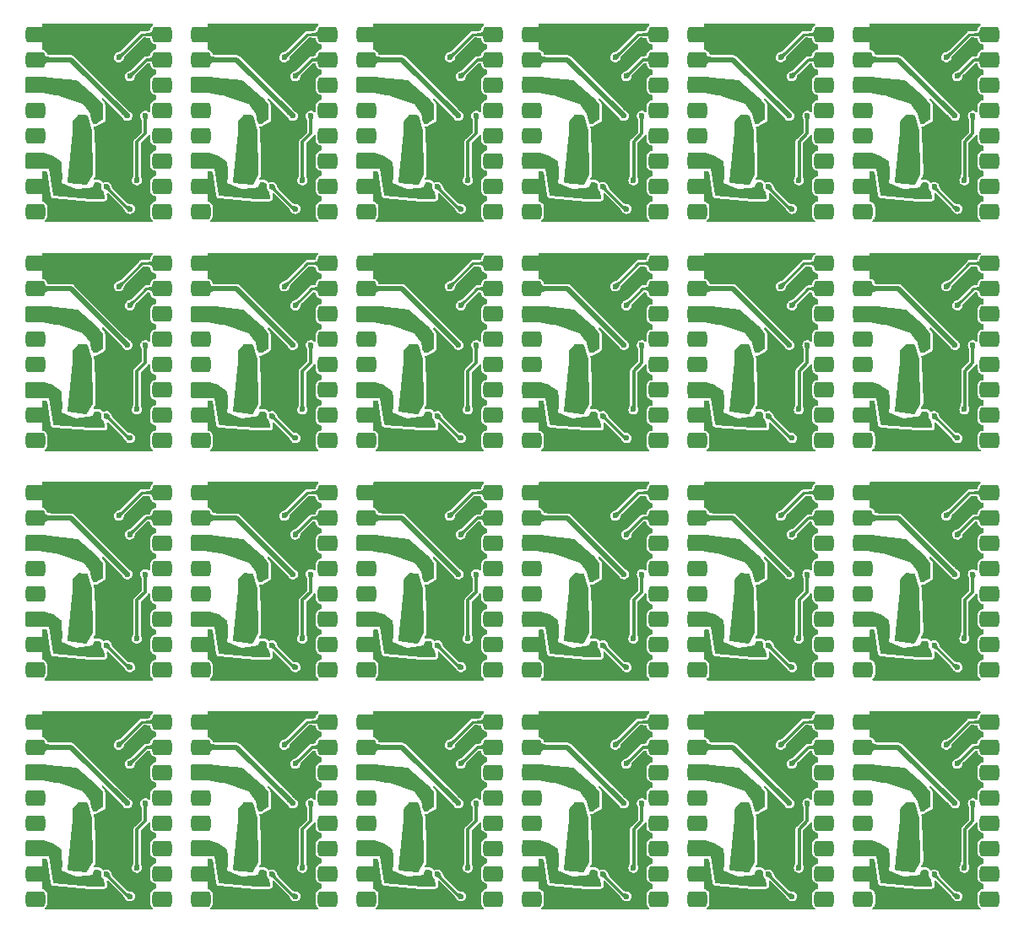
<source format=gbr>
%TF.GenerationSoftware,KiCad,Pcbnew,(6.0.5)*%
%TF.CreationDate,2022-06-29T09:08:07+08:00*%
%TF.ProjectId,TMC2209,544d4332-3230-4392-9e6b-696361645f70,rev?*%
%TF.SameCoordinates,Original*%
%TF.FileFunction,Copper,L2,Bot*%
%TF.FilePolarity,Positive*%
%FSLAX46Y46*%
G04 Gerber Fmt 4.6, Leading zero omitted, Abs format (unit mm)*
G04 Created by KiCad (PCBNEW (6.0.5)) date 2022-06-29 09:08:07*
%MOMM*%
%LPD*%
G01*
G04 APERTURE LIST*
G04 Aperture macros list*
%AMRoundRect*
0 Rectangle with rounded corners*
0 $1 Rounding radius*
0 $2 $3 $4 $5 $6 $7 $8 $9 X,Y pos of 4 corners*
0 Add a 4 corners polygon primitive as box body*
4,1,4,$2,$3,$4,$5,$6,$7,$8,$9,$2,$3,0*
0 Add four circle primitives for the rounded corners*
1,1,$1+$1,$2,$3*
1,1,$1+$1,$4,$5*
1,1,$1+$1,$6,$7*
1,1,$1+$1,$8,$9*
0 Add four rect primitives between the rounded corners*
20,1,$1+$1,$2,$3,$4,$5,0*
20,1,$1+$1,$4,$5,$6,$7,0*
20,1,$1+$1,$6,$7,$8,$9,0*
20,1,$1+$1,$8,$9,$2,$3,0*%
G04 Aperture macros list end*
%TA.AperFunction,ComponentPad*%
%ADD10RoundRect,0.400000X0.600000X0.400000X-0.600000X0.400000X-0.600000X-0.400000X0.600000X-0.400000X0*%
%TD*%
%TA.AperFunction,ViaPad*%
%ADD11C,0.600000*%
%TD*%
%TA.AperFunction,Conductor*%
%ADD12C,0.300000*%
%TD*%
%TA.AperFunction,Conductor*%
%ADD13C,0.250000*%
%TD*%
%TA.AperFunction,Conductor*%
%ADD14C,0.500000*%
%TD*%
G04 APERTURE END LIST*
D10*
%TO.P,J48,8,Pin_8*%
%TO.N,VDD*%
X168090000Y-138850000D03*
%TO.P,J48,7,Pin_7*%
%TO.N,GND*%
X168090000Y-136310000D03*
%TO.P,J48,6,Pin_6*%
%TO.N,/OB2*%
X168090000Y-133770000D03*
%TO.P,J48,5,Pin_5*%
%TO.N,/OB1*%
X168090000Y-131230000D03*
%TO.P,J48,4,Pin_4*%
%TO.N,/OA1*%
X168090000Y-128690000D03*
%TO.P,J48,3,Pin_3*%
%TO.N,/OA2*%
X168090000Y-126150000D03*
%TO.P,J48,2,Pin_2*%
%TO.N,VCC*%
X168090000Y-123610000D03*
%TO.P,J48,1,Pin_1*%
%TO.N,GND*%
X168090000Y-121070000D03*
%TD*%
%TO.P,J47,8,Pin_8*%
%TO.N,/EN*%
X180790000Y-138850000D03*
%TO.P,J47,7,Pin_7*%
%TO.N,/MS1*%
X180790000Y-136310000D03*
%TO.P,J47,6,Pin_6*%
%TO.N,/MS2*%
X180790000Y-133770000D03*
%TO.P,J47,5,Pin_5*%
%TO.N,unconnected-(J1-Pad5)*%
X180790000Y-131230000D03*
%TO.P,J47,4,Pin_4*%
%TO.N,unconnected-(J1-Pad4)*%
X180790000Y-128690000D03*
%TO.P,J47,3,Pin_3*%
%TO.N,unconnected-(J1-Pad3)*%
X180790000Y-126150000D03*
%TO.P,J47,2,Pin_2*%
%TO.N,/STEP*%
X180790000Y-123610000D03*
%TO.P,J47,1,Pin_1*%
%TO.N,/DIR*%
X180790000Y-121070000D03*
%TD*%
%TO.P,J46,8,Pin_8*%
%TO.N,VDD*%
X151490000Y-138850000D03*
%TO.P,J46,7,Pin_7*%
%TO.N,GND*%
X151490000Y-136310000D03*
%TO.P,J46,6,Pin_6*%
%TO.N,/OB2*%
X151490000Y-133770000D03*
%TO.P,J46,5,Pin_5*%
%TO.N,/OB1*%
X151490000Y-131230000D03*
%TO.P,J46,4,Pin_4*%
%TO.N,/OA1*%
X151490000Y-128690000D03*
%TO.P,J46,3,Pin_3*%
%TO.N,/OA2*%
X151490000Y-126150000D03*
%TO.P,J46,2,Pin_2*%
%TO.N,VCC*%
X151490000Y-123610000D03*
%TO.P,J46,1,Pin_1*%
%TO.N,GND*%
X151490000Y-121070000D03*
%TD*%
%TO.P,J45,8,Pin_8*%
%TO.N,/EN*%
X164190000Y-138850000D03*
%TO.P,J45,7,Pin_7*%
%TO.N,/MS1*%
X164190000Y-136310000D03*
%TO.P,J45,6,Pin_6*%
%TO.N,/MS2*%
X164190000Y-133770000D03*
%TO.P,J45,5,Pin_5*%
%TO.N,unconnected-(J1-Pad5)*%
X164190000Y-131230000D03*
%TO.P,J45,4,Pin_4*%
%TO.N,unconnected-(J1-Pad4)*%
X164190000Y-128690000D03*
%TO.P,J45,3,Pin_3*%
%TO.N,unconnected-(J1-Pad3)*%
X164190000Y-126150000D03*
%TO.P,J45,2,Pin_2*%
%TO.N,/STEP*%
X164190000Y-123610000D03*
%TO.P,J45,1,Pin_1*%
%TO.N,/DIR*%
X164190000Y-121070000D03*
%TD*%
%TO.P,J44,8,Pin_8*%
%TO.N,VDD*%
X134890000Y-138850000D03*
%TO.P,J44,7,Pin_7*%
%TO.N,GND*%
X134890000Y-136310000D03*
%TO.P,J44,6,Pin_6*%
%TO.N,/OB2*%
X134890000Y-133770000D03*
%TO.P,J44,5,Pin_5*%
%TO.N,/OB1*%
X134890000Y-131230000D03*
%TO.P,J44,4,Pin_4*%
%TO.N,/OA1*%
X134890000Y-128690000D03*
%TO.P,J44,3,Pin_3*%
%TO.N,/OA2*%
X134890000Y-126150000D03*
%TO.P,J44,2,Pin_2*%
%TO.N,VCC*%
X134890000Y-123610000D03*
%TO.P,J44,1,Pin_1*%
%TO.N,GND*%
X134890000Y-121070000D03*
%TD*%
%TO.P,J43,8,Pin_8*%
%TO.N,/EN*%
X147590000Y-138850000D03*
%TO.P,J43,7,Pin_7*%
%TO.N,/MS1*%
X147590000Y-136310000D03*
%TO.P,J43,6,Pin_6*%
%TO.N,/MS2*%
X147590000Y-133770000D03*
%TO.P,J43,5,Pin_5*%
%TO.N,unconnected-(J1-Pad5)*%
X147590000Y-131230000D03*
%TO.P,J43,4,Pin_4*%
%TO.N,unconnected-(J1-Pad4)*%
X147590000Y-128690000D03*
%TO.P,J43,3,Pin_3*%
%TO.N,unconnected-(J1-Pad3)*%
X147590000Y-126150000D03*
%TO.P,J43,2,Pin_2*%
%TO.N,/STEP*%
X147590000Y-123610000D03*
%TO.P,J43,1,Pin_1*%
%TO.N,/DIR*%
X147590000Y-121070000D03*
%TD*%
%TO.P,J42,8,Pin_8*%
%TO.N,VDD*%
X118290000Y-138850000D03*
%TO.P,J42,7,Pin_7*%
%TO.N,GND*%
X118290000Y-136310000D03*
%TO.P,J42,6,Pin_6*%
%TO.N,/OB2*%
X118290000Y-133770000D03*
%TO.P,J42,5,Pin_5*%
%TO.N,/OB1*%
X118290000Y-131230000D03*
%TO.P,J42,4,Pin_4*%
%TO.N,/OA1*%
X118290000Y-128690000D03*
%TO.P,J42,3,Pin_3*%
%TO.N,/OA2*%
X118290000Y-126150000D03*
%TO.P,J42,2,Pin_2*%
%TO.N,VCC*%
X118290000Y-123610000D03*
%TO.P,J42,1,Pin_1*%
%TO.N,GND*%
X118290000Y-121070000D03*
%TD*%
%TO.P,J41,8,Pin_8*%
%TO.N,/EN*%
X130990000Y-138850000D03*
%TO.P,J41,7,Pin_7*%
%TO.N,/MS1*%
X130990000Y-136310000D03*
%TO.P,J41,6,Pin_6*%
%TO.N,/MS2*%
X130990000Y-133770000D03*
%TO.P,J41,5,Pin_5*%
%TO.N,unconnected-(J1-Pad5)*%
X130990000Y-131230000D03*
%TO.P,J41,4,Pin_4*%
%TO.N,unconnected-(J1-Pad4)*%
X130990000Y-128690000D03*
%TO.P,J41,3,Pin_3*%
%TO.N,unconnected-(J1-Pad3)*%
X130990000Y-126150000D03*
%TO.P,J41,2,Pin_2*%
%TO.N,/STEP*%
X130990000Y-123610000D03*
%TO.P,J41,1,Pin_1*%
%TO.N,/DIR*%
X130990000Y-121070000D03*
%TD*%
%TO.P,J40,8,Pin_8*%
%TO.N,VDD*%
X101690000Y-138850000D03*
%TO.P,J40,7,Pin_7*%
%TO.N,GND*%
X101690000Y-136310000D03*
%TO.P,J40,6,Pin_6*%
%TO.N,/OB2*%
X101690000Y-133770000D03*
%TO.P,J40,5,Pin_5*%
%TO.N,/OB1*%
X101690000Y-131230000D03*
%TO.P,J40,4,Pin_4*%
%TO.N,/OA1*%
X101690000Y-128690000D03*
%TO.P,J40,3,Pin_3*%
%TO.N,/OA2*%
X101690000Y-126150000D03*
%TO.P,J40,2,Pin_2*%
%TO.N,VCC*%
X101690000Y-123610000D03*
%TO.P,J40,1,Pin_1*%
%TO.N,GND*%
X101690000Y-121070000D03*
%TD*%
%TO.P,J39,8,Pin_8*%
%TO.N,/EN*%
X114390000Y-138850000D03*
%TO.P,J39,7,Pin_7*%
%TO.N,/MS1*%
X114390000Y-136310000D03*
%TO.P,J39,6,Pin_6*%
%TO.N,/MS2*%
X114390000Y-133770000D03*
%TO.P,J39,5,Pin_5*%
%TO.N,unconnected-(J1-Pad5)*%
X114390000Y-131230000D03*
%TO.P,J39,4,Pin_4*%
%TO.N,unconnected-(J1-Pad4)*%
X114390000Y-128690000D03*
%TO.P,J39,3,Pin_3*%
%TO.N,unconnected-(J1-Pad3)*%
X114390000Y-126150000D03*
%TO.P,J39,2,Pin_2*%
%TO.N,/STEP*%
X114390000Y-123610000D03*
%TO.P,J39,1,Pin_1*%
%TO.N,/DIR*%
X114390000Y-121070000D03*
%TD*%
%TO.P,J38,8,Pin_8*%
%TO.N,VDD*%
X85090000Y-138850000D03*
%TO.P,J38,7,Pin_7*%
%TO.N,GND*%
X85090000Y-136310000D03*
%TO.P,J38,6,Pin_6*%
%TO.N,/OB2*%
X85090000Y-133770000D03*
%TO.P,J38,5,Pin_5*%
%TO.N,/OB1*%
X85090000Y-131230000D03*
%TO.P,J38,4,Pin_4*%
%TO.N,/OA1*%
X85090000Y-128690000D03*
%TO.P,J38,3,Pin_3*%
%TO.N,/OA2*%
X85090000Y-126150000D03*
%TO.P,J38,2,Pin_2*%
%TO.N,VCC*%
X85090000Y-123610000D03*
%TO.P,J38,1,Pin_1*%
%TO.N,GND*%
X85090000Y-121070000D03*
%TD*%
%TO.P,J37,8,Pin_8*%
%TO.N,/EN*%
X97790000Y-138850000D03*
%TO.P,J37,7,Pin_7*%
%TO.N,/MS1*%
X97790000Y-136310000D03*
%TO.P,J37,6,Pin_6*%
%TO.N,/MS2*%
X97790000Y-133770000D03*
%TO.P,J37,5,Pin_5*%
%TO.N,unconnected-(J1-Pad5)*%
X97790000Y-131230000D03*
%TO.P,J37,4,Pin_4*%
%TO.N,unconnected-(J1-Pad4)*%
X97790000Y-128690000D03*
%TO.P,J37,3,Pin_3*%
%TO.N,unconnected-(J1-Pad3)*%
X97790000Y-126150000D03*
%TO.P,J37,2,Pin_2*%
%TO.N,/STEP*%
X97790000Y-123610000D03*
%TO.P,J37,1,Pin_1*%
%TO.N,/DIR*%
X97790000Y-121070000D03*
%TD*%
%TO.P,J36,8,Pin_8*%
%TO.N,VDD*%
X168090000Y-115850000D03*
%TO.P,J36,7,Pin_7*%
%TO.N,GND*%
X168090000Y-113310000D03*
%TO.P,J36,6,Pin_6*%
%TO.N,/OB2*%
X168090000Y-110770000D03*
%TO.P,J36,5,Pin_5*%
%TO.N,/OB1*%
X168090000Y-108230000D03*
%TO.P,J36,4,Pin_4*%
%TO.N,/OA1*%
X168090000Y-105690000D03*
%TO.P,J36,3,Pin_3*%
%TO.N,/OA2*%
X168090000Y-103150000D03*
%TO.P,J36,2,Pin_2*%
%TO.N,VCC*%
X168090000Y-100610000D03*
%TO.P,J36,1,Pin_1*%
%TO.N,GND*%
X168090000Y-98070000D03*
%TD*%
%TO.P,J35,8,Pin_8*%
%TO.N,/EN*%
X180790000Y-115850000D03*
%TO.P,J35,7,Pin_7*%
%TO.N,/MS1*%
X180790000Y-113310000D03*
%TO.P,J35,6,Pin_6*%
%TO.N,/MS2*%
X180790000Y-110770000D03*
%TO.P,J35,5,Pin_5*%
%TO.N,unconnected-(J1-Pad5)*%
X180790000Y-108230000D03*
%TO.P,J35,4,Pin_4*%
%TO.N,unconnected-(J1-Pad4)*%
X180790000Y-105690000D03*
%TO.P,J35,3,Pin_3*%
%TO.N,unconnected-(J1-Pad3)*%
X180790000Y-103150000D03*
%TO.P,J35,2,Pin_2*%
%TO.N,/STEP*%
X180790000Y-100610000D03*
%TO.P,J35,1,Pin_1*%
%TO.N,/DIR*%
X180790000Y-98070000D03*
%TD*%
%TO.P,J34,8,Pin_8*%
%TO.N,VDD*%
X151490000Y-115850000D03*
%TO.P,J34,7,Pin_7*%
%TO.N,GND*%
X151490000Y-113310000D03*
%TO.P,J34,6,Pin_6*%
%TO.N,/OB2*%
X151490000Y-110770000D03*
%TO.P,J34,5,Pin_5*%
%TO.N,/OB1*%
X151490000Y-108230000D03*
%TO.P,J34,4,Pin_4*%
%TO.N,/OA1*%
X151490000Y-105690000D03*
%TO.P,J34,3,Pin_3*%
%TO.N,/OA2*%
X151490000Y-103150000D03*
%TO.P,J34,2,Pin_2*%
%TO.N,VCC*%
X151490000Y-100610000D03*
%TO.P,J34,1,Pin_1*%
%TO.N,GND*%
X151490000Y-98070000D03*
%TD*%
%TO.P,J33,8,Pin_8*%
%TO.N,/EN*%
X164190000Y-115850000D03*
%TO.P,J33,7,Pin_7*%
%TO.N,/MS1*%
X164190000Y-113310000D03*
%TO.P,J33,6,Pin_6*%
%TO.N,/MS2*%
X164190000Y-110770000D03*
%TO.P,J33,5,Pin_5*%
%TO.N,unconnected-(J1-Pad5)*%
X164190000Y-108230000D03*
%TO.P,J33,4,Pin_4*%
%TO.N,unconnected-(J1-Pad4)*%
X164190000Y-105690000D03*
%TO.P,J33,3,Pin_3*%
%TO.N,unconnected-(J1-Pad3)*%
X164190000Y-103150000D03*
%TO.P,J33,2,Pin_2*%
%TO.N,/STEP*%
X164190000Y-100610000D03*
%TO.P,J33,1,Pin_1*%
%TO.N,/DIR*%
X164190000Y-98070000D03*
%TD*%
%TO.P,J32,8,Pin_8*%
%TO.N,VDD*%
X134890000Y-115850000D03*
%TO.P,J32,7,Pin_7*%
%TO.N,GND*%
X134890000Y-113310000D03*
%TO.P,J32,6,Pin_6*%
%TO.N,/OB2*%
X134890000Y-110770000D03*
%TO.P,J32,5,Pin_5*%
%TO.N,/OB1*%
X134890000Y-108230000D03*
%TO.P,J32,4,Pin_4*%
%TO.N,/OA1*%
X134890000Y-105690000D03*
%TO.P,J32,3,Pin_3*%
%TO.N,/OA2*%
X134890000Y-103150000D03*
%TO.P,J32,2,Pin_2*%
%TO.N,VCC*%
X134890000Y-100610000D03*
%TO.P,J32,1,Pin_1*%
%TO.N,GND*%
X134890000Y-98070000D03*
%TD*%
%TO.P,J31,8,Pin_8*%
%TO.N,/EN*%
X147590000Y-115850000D03*
%TO.P,J31,7,Pin_7*%
%TO.N,/MS1*%
X147590000Y-113310000D03*
%TO.P,J31,6,Pin_6*%
%TO.N,/MS2*%
X147590000Y-110770000D03*
%TO.P,J31,5,Pin_5*%
%TO.N,unconnected-(J1-Pad5)*%
X147590000Y-108230000D03*
%TO.P,J31,4,Pin_4*%
%TO.N,unconnected-(J1-Pad4)*%
X147590000Y-105690000D03*
%TO.P,J31,3,Pin_3*%
%TO.N,unconnected-(J1-Pad3)*%
X147590000Y-103150000D03*
%TO.P,J31,2,Pin_2*%
%TO.N,/STEP*%
X147590000Y-100610000D03*
%TO.P,J31,1,Pin_1*%
%TO.N,/DIR*%
X147590000Y-98070000D03*
%TD*%
%TO.P,J30,8,Pin_8*%
%TO.N,VDD*%
X118290000Y-115850000D03*
%TO.P,J30,7,Pin_7*%
%TO.N,GND*%
X118290000Y-113310000D03*
%TO.P,J30,6,Pin_6*%
%TO.N,/OB2*%
X118290000Y-110770000D03*
%TO.P,J30,5,Pin_5*%
%TO.N,/OB1*%
X118290000Y-108230000D03*
%TO.P,J30,4,Pin_4*%
%TO.N,/OA1*%
X118290000Y-105690000D03*
%TO.P,J30,3,Pin_3*%
%TO.N,/OA2*%
X118290000Y-103150000D03*
%TO.P,J30,2,Pin_2*%
%TO.N,VCC*%
X118290000Y-100610000D03*
%TO.P,J30,1,Pin_1*%
%TO.N,GND*%
X118290000Y-98070000D03*
%TD*%
%TO.P,J29,8,Pin_8*%
%TO.N,/EN*%
X130990000Y-115850000D03*
%TO.P,J29,7,Pin_7*%
%TO.N,/MS1*%
X130990000Y-113310000D03*
%TO.P,J29,6,Pin_6*%
%TO.N,/MS2*%
X130990000Y-110770000D03*
%TO.P,J29,5,Pin_5*%
%TO.N,unconnected-(J1-Pad5)*%
X130990000Y-108230000D03*
%TO.P,J29,4,Pin_4*%
%TO.N,unconnected-(J1-Pad4)*%
X130990000Y-105690000D03*
%TO.P,J29,3,Pin_3*%
%TO.N,unconnected-(J1-Pad3)*%
X130990000Y-103150000D03*
%TO.P,J29,2,Pin_2*%
%TO.N,/STEP*%
X130990000Y-100610000D03*
%TO.P,J29,1,Pin_1*%
%TO.N,/DIR*%
X130990000Y-98070000D03*
%TD*%
%TO.P,J28,8,Pin_8*%
%TO.N,VDD*%
X101690000Y-115850000D03*
%TO.P,J28,7,Pin_7*%
%TO.N,GND*%
X101690000Y-113310000D03*
%TO.P,J28,6,Pin_6*%
%TO.N,/OB2*%
X101690000Y-110770000D03*
%TO.P,J28,5,Pin_5*%
%TO.N,/OB1*%
X101690000Y-108230000D03*
%TO.P,J28,4,Pin_4*%
%TO.N,/OA1*%
X101690000Y-105690000D03*
%TO.P,J28,3,Pin_3*%
%TO.N,/OA2*%
X101690000Y-103150000D03*
%TO.P,J28,2,Pin_2*%
%TO.N,VCC*%
X101690000Y-100610000D03*
%TO.P,J28,1,Pin_1*%
%TO.N,GND*%
X101690000Y-98070000D03*
%TD*%
%TO.P,J27,8,Pin_8*%
%TO.N,/EN*%
X114390000Y-115850000D03*
%TO.P,J27,7,Pin_7*%
%TO.N,/MS1*%
X114390000Y-113310000D03*
%TO.P,J27,6,Pin_6*%
%TO.N,/MS2*%
X114390000Y-110770000D03*
%TO.P,J27,5,Pin_5*%
%TO.N,unconnected-(J1-Pad5)*%
X114390000Y-108230000D03*
%TO.P,J27,4,Pin_4*%
%TO.N,unconnected-(J1-Pad4)*%
X114390000Y-105690000D03*
%TO.P,J27,3,Pin_3*%
%TO.N,unconnected-(J1-Pad3)*%
X114390000Y-103150000D03*
%TO.P,J27,2,Pin_2*%
%TO.N,/STEP*%
X114390000Y-100610000D03*
%TO.P,J27,1,Pin_1*%
%TO.N,/DIR*%
X114390000Y-98070000D03*
%TD*%
%TO.P,J26,8,Pin_8*%
%TO.N,VDD*%
X85090000Y-115850000D03*
%TO.P,J26,7,Pin_7*%
%TO.N,GND*%
X85090000Y-113310000D03*
%TO.P,J26,6,Pin_6*%
%TO.N,/OB2*%
X85090000Y-110770000D03*
%TO.P,J26,5,Pin_5*%
%TO.N,/OB1*%
X85090000Y-108230000D03*
%TO.P,J26,4,Pin_4*%
%TO.N,/OA1*%
X85090000Y-105690000D03*
%TO.P,J26,3,Pin_3*%
%TO.N,/OA2*%
X85090000Y-103150000D03*
%TO.P,J26,2,Pin_2*%
%TO.N,VCC*%
X85090000Y-100610000D03*
%TO.P,J26,1,Pin_1*%
%TO.N,GND*%
X85090000Y-98070000D03*
%TD*%
%TO.P,J25,8,Pin_8*%
%TO.N,/EN*%
X97790000Y-115850000D03*
%TO.P,J25,7,Pin_7*%
%TO.N,/MS1*%
X97790000Y-113310000D03*
%TO.P,J25,6,Pin_6*%
%TO.N,/MS2*%
X97790000Y-110770000D03*
%TO.P,J25,5,Pin_5*%
%TO.N,unconnected-(J1-Pad5)*%
X97790000Y-108230000D03*
%TO.P,J25,4,Pin_4*%
%TO.N,unconnected-(J1-Pad4)*%
X97790000Y-105690000D03*
%TO.P,J25,3,Pin_3*%
%TO.N,unconnected-(J1-Pad3)*%
X97790000Y-103150000D03*
%TO.P,J25,2,Pin_2*%
%TO.N,/STEP*%
X97790000Y-100610000D03*
%TO.P,J25,1,Pin_1*%
%TO.N,/DIR*%
X97790000Y-98070000D03*
%TD*%
%TO.P,J24,8,Pin_8*%
%TO.N,VDD*%
X168090000Y-92850000D03*
%TO.P,J24,7,Pin_7*%
%TO.N,GND*%
X168090000Y-90310000D03*
%TO.P,J24,6,Pin_6*%
%TO.N,/OB2*%
X168090000Y-87770000D03*
%TO.P,J24,5,Pin_5*%
%TO.N,/OB1*%
X168090000Y-85230000D03*
%TO.P,J24,4,Pin_4*%
%TO.N,/OA1*%
X168090000Y-82690000D03*
%TO.P,J24,3,Pin_3*%
%TO.N,/OA2*%
X168090000Y-80150000D03*
%TO.P,J24,2,Pin_2*%
%TO.N,VCC*%
X168090000Y-77610000D03*
%TO.P,J24,1,Pin_1*%
%TO.N,GND*%
X168090000Y-75070000D03*
%TD*%
%TO.P,J23,8,Pin_8*%
%TO.N,/EN*%
X180790000Y-92850000D03*
%TO.P,J23,7,Pin_7*%
%TO.N,/MS1*%
X180790000Y-90310000D03*
%TO.P,J23,6,Pin_6*%
%TO.N,/MS2*%
X180790000Y-87770000D03*
%TO.P,J23,5,Pin_5*%
%TO.N,unconnected-(J1-Pad5)*%
X180790000Y-85230000D03*
%TO.P,J23,4,Pin_4*%
%TO.N,unconnected-(J1-Pad4)*%
X180790000Y-82690000D03*
%TO.P,J23,3,Pin_3*%
%TO.N,unconnected-(J1-Pad3)*%
X180790000Y-80150000D03*
%TO.P,J23,2,Pin_2*%
%TO.N,/STEP*%
X180790000Y-77610000D03*
%TO.P,J23,1,Pin_1*%
%TO.N,/DIR*%
X180790000Y-75070000D03*
%TD*%
%TO.P,J22,8,Pin_8*%
%TO.N,VDD*%
X151490000Y-92850000D03*
%TO.P,J22,7,Pin_7*%
%TO.N,GND*%
X151490000Y-90310000D03*
%TO.P,J22,6,Pin_6*%
%TO.N,/OB2*%
X151490000Y-87770000D03*
%TO.P,J22,5,Pin_5*%
%TO.N,/OB1*%
X151490000Y-85230000D03*
%TO.P,J22,4,Pin_4*%
%TO.N,/OA1*%
X151490000Y-82690000D03*
%TO.P,J22,3,Pin_3*%
%TO.N,/OA2*%
X151490000Y-80150000D03*
%TO.P,J22,2,Pin_2*%
%TO.N,VCC*%
X151490000Y-77610000D03*
%TO.P,J22,1,Pin_1*%
%TO.N,GND*%
X151490000Y-75070000D03*
%TD*%
%TO.P,J21,8,Pin_8*%
%TO.N,/EN*%
X164190000Y-92850000D03*
%TO.P,J21,7,Pin_7*%
%TO.N,/MS1*%
X164190000Y-90310000D03*
%TO.P,J21,6,Pin_6*%
%TO.N,/MS2*%
X164190000Y-87770000D03*
%TO.P,J21,5,Pin_5*%
%TO.N,unconnected-(J1-Pad5)*%
X164190000Y-85230000D03*
%TO.P,J21,4,Pin_4*%
%TO.N,unconnected-(J1-Pad4)*%
X164190000Y-82690000D03*
%TO.P,J21,3,Pin_3*%
%TO.N,unconnected-(J1-Pad3)*%
X164190000Y-80150000D03*
%TO.P,J21,2,Pin_2*%
%TO.N,/STEP*%
X164190000Y-77610000D03*
%TO.P,J21,1,Pin_1*%
%TO.N,/DIR*%
X164190000Y-75070000D03*
%TD*%
%TO.P,J20,8,Pin_8*%
%TO.N,VDD*%
X134890000Y-92850000D03*
%TO.P,J20,7,Pin_7*%
%TO.N,GND*%
X134890000Y-90310000D03*
%TO.P,J20,6,Pin_6*%
%TO.N,/OB2*%
X134890000Y-87770000D03*
%TO.P,J20,5,Pin_5*%
%TO.N,/OB1*%
X134890000Y-85230000D03*
%TO.P,J20,4,Pin_4*%
%TO.N,/OA1*%
X134890000Y-82690000D03*
%TO.P,J20,3,Pin_3*%
%TO.N,/OA2*%
X134890000Y-80150000D03*
%TO.P,J20,2,Pin_2*%
%TO.N,VCC*%
X134890000Y-77610000D03*
%TO.P,J20,1,Pin_1*%
%TO.N,GND*%
X134890000Y-75070000D03*
%TD*%
%TO.P,J19,8,Pin_8*%
%TO.N,/EN*%
X147590000Y-92850000D03*
%TO.P,J19,7,Pin_7*%
%TO.N,/MS1*%
X147590000Y-90310000D03*
%TO.P,J19,6,Pin_6*%
%TO.N,/MS2*%
X147590000Y-87770000D03*
%TO.P,J19,5,Pin_5*%
%TO.N,unconnected-(J1-Pad5)*%
X147590000Y-85230000D03*
%TO.P,J19,4,Pin_4*%
%TO.N,unconnected-(J1-Pad4)*%
X147590000Y-82690000D03*
%TO.P,J19,3,Pin_3*%
%TO.N,unconnected-(J1-Pad3)*%
X147590000Y-80150000D03*
%TO.P,J19,2,Pin_2*%
%TO.N,/STEP*%
X147590000Y-77610000D03*
%TO.P,J19,1,Pin_1*%
%TO.N,/DIR*%
X147590000Y-75070000D03*
%TD*%
%TO.P,J18,8,Pin_8*%
%TO.N,VDD*%
X118290000Y-92850000D03*
%TO.P,J18,7,Pin_7*%
%TO.N,GND*%
X118290000Y-90310000D03*
%TO.P,J18,6,Pin_6*%
%TO.N,/OB2*%
X118290000Y-87770000D03*
%TO.P,J18,5,Pin_5*%
%TO.N,/OB1*%
X118290000Y-85230000D03*
%TO.P,J18,4,Pin_4*%
%TO.N,/OA1*%
X118290000Y-82690000D03*
%TO.P,J18,3,Pin_3*%
%TO.N,/OA2*%
X118290000Y-80150000D03*
%TO.P,J18,2,Pin_2*%
%TO.N,VCC*%
X118290000Y-77610000D03*
%TO.P,J18,1,Pin_1*%
%TO.N,GND*%
X118290000Y-75070000D03*
%TD*%
%TO.P,J17,8,Pin_8*%
%TO.N,/EN*%
X130990000Y-92850000D03*
%TO.P,J17,7,Pin_7*%
%TO.N,/MS1*%
X130990000Y-90310000D03*
%TO.P,J17,6,Pin_6*%
%TO.N,/MS2*%
X130990000Y-87770000D03*
%TO.P,J17,5,Pin_5*%
%TO.N,unconnected-(J1-Pad5)*%
X130990000Y-85230000D03*
%TO.P,J17,4,Pin_4*%
%TO.N,unconnected-(J1-Pad4)*%
X130990000Y-82690000D03*
%TO.P,J17,3,Pin_3*%
%TO.N,unconnected-(J1-Pad3)*%
X130990000Y-80150000D03*
%TO.P,J17,2,Pin_2*%
%TO.N,/STEP*%
X130990000Y-77610000D03*
%TO.P,J17,1,Pin_1*%
%TO.N,/DIR*%
X130990000Y-75070000D03*
%TD*%
%TO.P,J16,8,Pin_8*%
%TO.N,VDD*%
X101690000Y-92850000D03*
%TO.P,J16,7,Pin_7*%
%TO.N,GND*%
X101690000Y-90310000D03*
%TO.P,J16,6,Pin_6*%
%TO.N,/OB2*%
X101690000Y-87770000D03*
%TO.P,J16,5,Pin_5*%
%TO.N,/OB1*%
X101690000Y-85230000D03*
%TO.P,J16,4,Pin_4*%
%TO.N,/OA1*%
X101690000Y-82690000D03*
%TO.P,J16,3,Pin_3*%
%TO.N,/OA2*%
X101690000Y-80150000D03*
%TO.P,J16,2,Pin_2*%
%TO.N,VCC*%
X101690000Y-77610000D03*
%TO.P,J16,1,Pin_1*%
%TO.N,GND*%
X101690000Y-75070000D03*
%TD*%
%TO.P,J15,8,Pin_8*%
%TO.N,/EN*%
X114390000Y-92850000D03*
%TO.P,J15,7,Pin_7*%
%TO.N,/MS1*%
X114390000Y-90310000D03*
%TO.P,J15,6,Pin_6*%
%TO.N,/MS2*%
X114390000Y-87770000D03*
%TO.P,J15,5,Pin_5*%
%TO.N,unconnected-(J1-Pad5)*%
X114390000Y-85230000D03*
%TO.P,J15,4,Pin_4*%
%TO.N,unconnected-(J1-Pad4)*%
X114390000Y-82690000D03*
%TO.P,J15,3,Pin_3*%
%TO.N,unconnected-(J1-Pad3)*%
X114390000Y-80150000D03*
%TO.P,J15,2,Pin_2*%
%TO.N,/STEP*%
X114390000Y-77610000D03*
%TO.P,J15,1,Pin_1*%
%TO.N,/DIR*%
X114390000Y-75070000D03*
%TD*%
%TO.P,J14,8,Pin_8*%
%TO.N,VDD*%
X85090000Y-92850000D03*
%TO.P,J14,7,Pin_7*%
%TO.N,GND*%
X85090000Y-90310000D03*
%TO.P,J14,6,Pin_6*%
%TO.N,/OB2*%
X85090000Y-87770000D03*
%TO.P,J14,5,Pin_5*%
%TO.N,/OB1*%
X85090000Y-85230000D03*
%TO.P,J14,4,Pin_4*%
%TO.N,/OA1*%
X85090000Y-82690000D03*
%TO.P,J14,3,Pin_3*%
%TO.N,/OA2*%
X85090000Y-80150000D03*
%TO.P,J14,2,Pin_2*%
%TO.N,VCC*%
X85090000Y-77610000D03*
%TO.P,J14,1,Pin_1*%
%TO.N,GND*%
X85090000Y-75070000D03*
%TD*%
%TO.P,J13,8,Pin_8*%
%TO.N,/EN*%
X97790000Y-92850000D03*
%TO.P,J13,7,Pin_7*%
%TO.N,/MS1*%
X97790000Y-90310000D03*
%TO.P,J13,6,Pin_6*%
%TO.N,/MS2*%
X97790000Y-87770000D03*
%TO.P,J13,5,Pin_5*%
%TO.N,unconnected-(J1-Pad5)*%
X97790000Y-85230000D03*
%TO.P,J13,4,Pin_4*%
%TO.N,unconnected-(J1-Pad4)*%
X97790000Y-82690000D03*
%TO.P,J13,3,Pin_3*%
%TO.N,unconnected-(J1-Pad3)*%
X97790000Y-80150000D03*
%TO.P,J13,2,Pin_2*%
%TO.N,/STEP*%
X97790000Y-77610000D03*
%TO.P,J13,1,Pin_1*%
%TO.N,/DIR*%
X97790000Y-75070000D03*
%TD*%
%TO.P,J12,8,Pin_8*%
%TO.N,VDD*%
X168090000Y-69850000D03*
%TO.P,J12,7,Pin_7*%
%TO.N,GND*%
X168090000Y-67310000D03*
%TO.P,J12,6,Pin_6*%
%TO.N,/OB2*%
X168090000Y-64770000D03*
%TO.P,J12,5,Pin_5*%
%TO.N,/OB1*%
X168090000Y-62230000D03*
%TO.P,J12,4,Pin_4*%
%TO.N,/OA1*%
X168090000Y-59690000D03*
%TO.P,J12,3,Pin_3*%
%TO.N,/OA2*%
X168090000Y-57150000D03*
%TO.P,J12,2,Pin_2*%
%TO.N,VCC*%
X168090000Y-54610000D03*
%TO.P,J12,1,Pin_1*%
%TO.N,GND*%
X168090000Y-52070000D03*
%TD*%
%TO.P,J11,8,Pin_8*%
%TO.N,/EN*%
X180790000Y-69850000D03*
%TO.P,J11,7,Pin_7*%
%TO.N,/MS1*%
X180790000Y-67310000D03*
%TO.P,J11,6,Pin_6*%
%TO.N,/MS2*%
X180790000Y-64770000D03*
%TO.P,J11,5,Pin_5*%
%TO.N,unconnected-(J1-Pad5)*%
X180790000Y-62230000D03*
%TO.P,J11,4,Pin_4*%
%TO.N,unconnected-(J1-Pad4)*%
X180790000Y-59690000D03*
%TO.P,J11,3,Pin_3*%
%TO.N,unconnected-(J1-Pad3)*%
X180790000Y-57150000D03*
%TO.P,J11,2,Pin_2*%
%TO.N,/STEP*%
X180790000Y-54610000D03*
%TO.P,J11,1,Pin_1*%
%TO.N,/DIR*%
X180790000Y-52070000D03*
%TD*%
%TO.P,J10,8,Pin_8*%
%TO.N,VDD*%
X151490000Y-69850000D03*
%TO.P,J10,7,Pin_7*%
%TO.N,GND*%
X151490000Y-67310000D03*
%TO.P,J10,6,Pin_6*%
%TO.N,/OB2*%
X151490000Y-64770000D03*
%TO.P,J10,5,Pin_5*%
%TO.N,/OB1*%
X151490000Y-62230000D03*
%TO.P,J10,4,Pin_4*%
%TO.N,/OA1*%
X151490000Y-59690000D03*
%TO.P,J10,3,Pin_3*%
%TO.N,/OA2*%
X151490000Y-57150000D03*
%TO.P,J10,2,Pin_2*%
%TO.N,VCC*%
X151490000Y-54610000D03*
%TO.P,J10,1,Pin_1*%
%TO.N,GND*%
X151490000Y-52070000D03*
%TD*%
%TO.P,J9,8,Pin_8*%
%TO.N,/EN*%
X164190000Y-69850000D03*
%TO.P,J9,7,Pin_7*%
%TO.N,/MS1*%
X164190000Y-67310000D03*
%TO.P,J9,6,Pin_6*%
%TO.N,/MS2*%
X164190000Y-64770000D03*
%TO.P,J9,5,Pin_5*%
%TO.N,unconnected-(J1-Pad5)*%
X164190000Y-62230000D03*
%TO.P,J9,4,Pin_4*%
%TO.N,unconnected-(J1-Pad4)*%
X164190000Y-59690000D03*
%TO.P,J9,3,Pin_3*%
%TO.N,unconnected-(J1-Pad3)*%
X164190000Y-57150000D03*
%TO.P,J9,2,Pin_2*%
%TO.N,/STEP*%
X164190000Y-54610000D03*
%TO.P,J9,1,Pin_1*%
%TO.N,/DIR*%
X164190000Y-52070000D03*
%TD*%
%TO.P,J8,8,Pin_8*%
%TO.N,VDD*%
X134890000Y-69850000D03*
%TO.P,J8,7,Pin_7*%
%TO.N,GND*%
X134890000Y-67310000D03*
%TO.P,J8,6,Pin_6*%
%TO.N,/OB2*%
X134890000Y-64770000D03*
%TO.P,J8,5,Pin_5*%
%TO.N,/OB1*%
X134890000Y-62230000D03*
%TO.P,J8,4,Pin_4*%
%TO.N,/OA1*%
X134890000Y-59690000D03*
%TO.P,J8,3,Pin_3*%
%TO.N,/OA2*%
X134890000Y-57150000D03*
%TO.P,J8,2,Pin_2*%
%TO.N,VCC*%
X134890000Y-54610000D03*
%TO.P,J8,1,Pin_1*%
%TO.N,GND*%
X134890000Y-52070000D03*
%TD*%
%TO.P,J7,8,Pin_8*%
%TO.N,/EN*%
X147590000Y-69850000D03*
%TO.P,J7,7,Pin_7*%
%TO.N,/MS1*%
X147590000Y-67310000D03*
%TO.P,J7,6,Pin_6*%
%TO.N,/MS2*%
X147590000Y-64770000D03*
%TO.P,J7,5,Pin_5*%
%TO.N,unconnected-(J1-Pad5)*%
X147590000Y-62230000D03*
%TO.P,J7,4,Pin_4*%
%TO.N,unconnected-(J1-Pad4)*%
X147590000Y-59690000D03*
%TO.P,J7,3,Pin_3*%
%TO.N,unconnected-(J1-Pad3)*%
X147590000Y-57150000D03*
%TO.P,J7,2,Pin_2*%
%TO.N,/STEP*%
X147590000Y-54610000D03*
%TO.P,J7,1,Pin_1*%
%TO.N,/DIR*%
X147590000Y-52070000D03*
%TD*%
%TO.P,J6,8,Pin_8*%
%TO.N,VDD*%
X118290000Y-69850000D03*
%TO.P,J6,7,Pin_7*%
%TO.N,GND*%
X118290000Y-67310000D03*
%TO.P,J6,6,Pin_6*%
%TO.N,/OB2*%
X118290000Y-64770000D03*
%TO.P,J6,5,Pin_5*%
%TO.N,/OB1*%
X118290000Y-62230000D03*
%TO.P,J6,4,Pin_4*%
%TO.N,/OA1*%
X118290000Y-59690000D03*
%TO.P,J6,3,Pin_3*%
%TO.N,/OA2*%
X118290000Y-57150000D03*
%TO.P,J6,2,Pin_2*%
%TO.N,VCC*%
X118290000Y-54610000D03*
%TO.P,J6,1,Pin_1*%
%TO.N,GND*%
X118290000Y-52070000D03*
%TD*%
%TO.P,J5,8,Pin_8*%
%TO.N,/EN*%
X130990000Y-69850000D03*
%TO.P,J5,7,Pin_7*%
%TO.N,/MS1*%
X130990000Y-67310000D03*
%TO.P,J5,6,Pin_6*%
%TO.N,/MS2*%
X130990000Y-64770000D03*
%TO.P,J5,5,Pin_5*%
%TO.N,unconnected-(J1-Pad5)*%
X130990000Y-62230000D03*
%TO.P,J5,4,Pin_4*%
%TO.N,unconnected-(J1-Pad4)*%
X130990000Y-59690000D03*
%TO.P,J5,3,Pin_3*%
%TO.N,unconnected-(J1-Pad3)*%
X130990000Y-57150000D03*
%TO.P,J5,2,Pin_2*%
%TO.N,/STEP*%
X130990000Y-54610000D03*
%TO.P,J5,1,Pin_1*%
%TO.N,/DIR*%
X130990000Y-52070000D03*
%TD*%
%TO.P,J4,8,Pin_8*%
%TO.N,VDD*%
X101690000Y-69850000D03*
%TO.P,J4,7,Pin_7*%
%TO.N,GND*%
X101690000Y-67310000D03*
%TO.P,J4,6,Pin_6*%
%TO.N,/OB2*%
X101690000Y-64770000D03*
%TO.P,J4,5,Pin_5*%
%TO.N,/OB1*%
X101690000Y-62230000D03*
%TO.P,J4,4,Pin_4*%
%TO.N,/OA1*%
X101690000Y-59690000D03*
%TO.P,J4,3,Pin_3*%
%TO.N,/OA2*%
X101690000Y-57150000D03*
%TO.P,J4,2,Pin_2*%
%TO.N,VCC*%
X101690000Y-54610000D03*
%TO.P,J4,1,Pin_1*%
%TO.N,GND*%
X101690000Y-52070000D03*
%TD*%
%TO.P,J3,8,Pin_8*%
%TO.N,/EN*%
X114390000Y-69850000D03*
%TO.P,J3,7,Pin_7*%
%TO.N,/MS1*%
X114390000Y-67310000D03*
%TO.P,J3,6,Pin_6*%
%TO.N,/MS2*%
X114390000Y-64770000D03*
%TO.P,J3,5,Pin_5*%
%TO.N,unconnected-(J1-Pad5)*%
X114390000Y-62230000D03*
%TO.P,J3,4,Pin_4*%
%TO.N,unconnected-(J1-Pad4)*%
X114390000Y-59690000D03*
%TO.P,J3,3,Pin_3*%
%TO.N,unconnected-(J1-Pad3)*%
X114390000Y-57150000D03*
%TO.P,J3,2,Pin_2*%
%TO.N,/STEP*%
X114390000Y-54610000D03*
%TO.P,J3,1,Pin_1*%
%TO.N,/DIR*%
X114390000Y-52070000D03*
%TD*%
%TO.P,J1,8,Pin_8*%
%TO.N,/EN*%
X97790000Y-69850000D03*
%TO.P,J1,7,Pin_7*%
%TO.N,/MS1*%
X97790000Y-67310000D03*
%TO.P,J1,6,Pin_6*%
%TO.N,/MS2*%
X97790000Y-64770000D03*
%TO.P,J1,5,Pin_5*%
%TO.N,unconnected-(J1-Pad5)*%
X97790000Y-62230000D03*
%TO.P,J1,4,Pin_4*%
%TO.N,unconnected-(J1-Pad4)*%
X97790000Y-59690000D03*
%TO.P,J1,3,Pin_3*%
%TO.N,unconnected-(J1-Pad3)*%
X97790000Y-57150000D03*
%TO.P,J1,2,Pin_2*%
%TO.N,/STEP*%
X97790000Y-54610000D03*
%TO.P,J1,1,Pin_1*%
%TO.N,/DIR*%
X97790000Y-52070000D03*
%TD*%
%TO.P,J2,8,Pin_8*%
%TO.N,VDD*%
X85090000Y-69850000D03*
%TO.P,J2,7,Pin_7*%
%TO.N,GND*%
X85090000Y-67310000D03*
%TO.P,J2,6,Pin_6*%
%TO.N,/OB2*%
X85090000Y-64770000D03*
%TO.P,J2,5,Pin_5*%
%TO.N,/OB1*%
X85090000Y-62230000D03*
%TO.P,J2,4,Pin_4*%
%TO.N,/OA1*%
X85090000Y-59690000D03*
%TO.P,J2,3,Pin_3*%
%TO.N,/OA2*%
X85090000Y-57150000D03*
%TO.P,J2,2,Pin_2*%
%TO.N,VCC*%
X85090000Y-54610000D03*
%TO.P,J2,1,Pin_1*%
%TO.N,GND*%
X85090000Y-52070000D03*
%TD*%
D11*
%TO.N,VDD*%
X173170000Y-129909200D03*
%TO.N,/OB2*%
X174592400Y-137199000D03*
%TO.N,VDD*%
X171671400Y-135319400D03*
%TO.N,+5V*%
X178250000Y-135725800D03*
%TO.N,VDD*%
X172789000Y-130417200D03*
%TO.N,+5V*%
X179097989Y-129264411D03*
%TO.N,VDD*%
X172103200Y-135776600D03*
X173373200Y-130696600D03*
%TO.N,/DIR*%
X176446600Y-123381400D03*
%TO.N,/OB2*%
X174351299Y-136244898D03*
%TO.N,/OA2*%
X174440000Y-129172600D03*
%TO.N,/EN*%
X177564200Y-138596000D03*
%TO.N,VDD*%
X172687400Y-129477400D03*
%TO.N,/OA2*%
X174059000Y-129731400D03*
%TO.N,VDD*%
X173373200Y-135268600D03*
X172585800Y-134760600D03*
%TO.N,GND*%
X176218000Y-132500000D03*
%TO.N,/OA2*%
X173932000Y-128791600D03*
%TO.N,VDD*%
X172611200Y-135395600D03*
%TO.N,/OA2*%
X174465400Y-128461400D03*
%TO.N,/STEP*%
X177538800Y-125286400D03*
%TO.N,VDD*%
X173068400Y-135878200D03*
%TO.N,/OB2*%
X173881200Y-137300600D03*
X173881200Y-136665600D03*
%TO.N,/EN*%
X175212500Y-136386200D03*
%TO.N,GND*%
X174821000Y-122721000D03*
X178148400Y-126023000D03*
X175456000Y-132500000D03*
X176980000Y-133262000D03*
X176980000Y-132500000D03*
X176980000Y-134024000D03*
X173779600Y-139485000D03*
X179139000Y-139383400D03*
X176599000Y-124626000D03*
X174694000Y-131738000D03*
X174694000Y-134024000D03*
X174694000Y-132500000D03*
X177005400Y-139256400D03*
X175456000Y-134024000D03*
X177742000Y-139485000D03*
X176218000Y-133262000D03*
X172154000Y-122086000D03*
X176980000Y-131738000D03*
X169664800Y-137834000D03*
%TO.N,VCC*%
X177297500Y-129261500D03*
%TO.N,GND*%
X174694000Y-133262000D03*
X179215200Y-132042800D03*
X176218000Y-131738000D03*
X178072200Y-130112400D03*
X178300800Y-130696600D03*
X169080600Y-137554600D03*
X177107000Y-124245000D03*
X170630000Y-121324000D03*
X179418400Y-132677800D03*
X177742000Y-123991000D03*
X171392000Y-122086000D03*
X177538800Y-126353200D03*
X172154000Y-121324000D03*
X171392000Y-120562000D03*
X176599000Y-125261000D03*
X172154000Y-122848000D03*
X172154000Y-120562000D03*
X178427800Y-139383400D03*
X170249000Y-138113400D03*
X171392000Y-121324000D03*
X176218000Y-134024000D03*
X170630000Y-122086000D03*
X169868000Y-121324000D03*
X169868000Y-122086000D03*
X171036400Y-138113400D03*
X169868000Y-120562000D03*
X170630000Y-120562000D03*
X175456000Y-131738000D03*
X175456000Y-133262000D03*
%TO.N,VDD*%
X156570000Y-129909200D03*
%TO.N,/OB2*%
X157992400Y-137199000D03*
%TO.N,VDD*%
X155071400Y-135319400D03*
%TO.N,+5V*%
X161650000Y-135725800D03*
%TO.N,VDD*%
X156189000Y-130417200D03*
%TO.N,+5V*%
X162497989Y-129264411D03*
%TO.N,VDD*%
X155503200Y-135776600D03*
X156773200Y-130696600D03*
%TO.N,/DIR*%
X159846600Y-123381400D03*
%TO.N,/OB2*%
X157751299Y-136244898D03*
%TO.N,/OA2*%
X157840000Y-129172600D03*
%TO.N,/EN*%
X160964200Y-138596000D03*
%TO.N,VDD*%
X156087400Y-129477400D03*
%TO.N,/OA2*%
X157459000Y-129731400D03*
%TO.N,VDD*%
X156773200Y-135268600D03*
X155985800Y-134760600D03*
%TO.N,GND*%
X159618000Y-132500000D03*
%TO.N,/OA2*%
X157332000Y-128791600D03*
%TO.N,VDD*%
X156011200Y-135395600D03*
%TO.N,/OA2*%
X157865400Y-128461400D03*
%TO.N,/STEP*%
X160938800Y-125286400D03*
%TO.N,VDD*%
X156468400Y-135878200D03*
%TO.N,/OB2*%
X157281200Y-137300600D03*
X157281200Y-136665600D03*
%TO.N,/EN*%
X158612500Y-136386200D03*
%TO.N,GND*%
X158221000Y-122721000D03*
X161548400Y-126023000D03*
X158856000Y-132500000D03*
X160380000Y-133262000D03*
X160380000Y-132500000D03*
X160380000Y-134024000D03*
X157179600Y-139485000D03*
X162539000Y-139383400D03*
X159999000Y-124626000D03*
X158094000Y-131738000D03*
X158094000Y-134024000D03*
X158094000Y-132500000D03*
X160405400Y-139256400D03*
X158856000Y-134024000D03*
X161142000Y-139485000D03*
X159618000Y-133262000D03*
X155554000Y-122086000D03*
X160380000Y-131738000D03*
X153064800Y-137834000D03*
%TO.N,VCC*%
X160697500Y-129261500D03*
%TO.N,GND*%
X158094000Y-133262000D03*
X162615200Y-132042800D03*
X159618000Y-131738000D03*
X161472200Y-130112400D03*
X161700800Y-130696600D03*
X152480600Y-137554600D03*
X160507000Y-124245000D03*
X154030000Y-121324000D03*
X162818400Y-132677800D03*
X161142000Y-123991000D03*
X154792000Y-122086000D03*
X160938800Y-126353200D03*
X155554000Y-121324000D03*
X154792000Y-120562000D03*
X159999000Y-125261000D03*
X155554000Y-122848000D03*
X155554000Y-120562000D03*
X161827800Y-139383400D03*
X153649000Y-138113400D03*
X154792000Y-121324000D03*
X159618000Y-134024000D03*
X154030000Y-122086000D03*
X153268000Y-121324000D03*
X153268000Y-122086000D03*
X154436400Y-138113400D03*
X153268000Y-120562000D03*
X154030000Y-120562000D03*
X158856000Y-131738000D03*
X158856000Y-133262000D03*
%TO.N,VDD*%
X139970000Y-129909200D03*
%TO.N,/OB2*%
X141392400Y-137199000D03*
%TO.N,VDD*%
X138471400Y-135319400D03*
%TO.N,+5V*%
X145050000Y-135725800D03*
%TO.N,VDD*%
X139589000Y-130417200D03*
%TO.N,+5V*%
X145897989Y-129264411D03*
%TO.N,VDD*%
X138903200Y-135776600D03*
X140173200Y-130696600D03*
%TO.N,/DIR*%
X143246600Y-123381400D03*
%TO.N,/OB2*%
X141151299Y-136244898D03*
%TO.N,/OA2*%
X141240000Y-129172600D03*
%TO.N,/EN*%
X144364200Y-138596000D03*
%TO.N,VDD*%
X139487400Y-129477400D03*
%TO.N,/OA2*%
X140859000Y-129731400D03*
%TO.N,VDD*%
X140173200Y-135268600D03*
X139385800Y-134760600D03*
%TO.N,GND*%
X143018000Y-132500000D03*
%TO.N,/OA2*%
X140732000Y-128791600D03*
%TO.N,VDD*%
X139411200Y-135395600D03*
%TO.N,/OA2*%
X141265400Y-128461400D03*
%TO.N,/STEP*%
X144338800Y-125286400D03*
%TO.N,VDD*%
X139868400Y-135878200D03*
%TO.N,/OB2*%
X140681200Y-137300600D03*
X140681200Y-136665600D03*
%TO.N,/EN*%
X142012500Y-136386200D03*
%TO.N,GND*%
X141621000Y-122721000D03*
X144948400Y-126023000D03*
X142256000Y-132500000D03*
X143780000Y-133262000D03*
X143780000Y-132500000D03*
X143780000Y-134024000D03*
X140579600Y-139485000D03*
X145939000Y-139383400D03*
X143399000Y-124626000D03*
X141494000Y-131738000D03*
X141494000Y-134024000D03*
X141494000Y-132500000D03*
X143805400Y-139256400D03*
X142256000Y-134024000D03*
X144542000Y-139485000D03*
X143018000Y-133262000D03*
X138954000Y-122086000D03*
X143780000Y-131738000D03*
X136464800Y-137834000D03*
%TO.N,VCC*%
X144097500Y-129261500D03*
%TO.N,GND*%
X141494000Y-133262000D03*
X146015200Y-132042800D03*
X143018000Y-131738000D03*
X144872200Y-130112400D03*
X145100800Y-130696600D03*
X135880600Y-137554600D03*
X143907000Y-124245000D03*
X137430000Y-121324000D03*
X146218400Y-132677800D03*
X144542000Y-123991000D03*
X138192000Y-122086000D03*
X144338800Y-126353200D03*
X138954000Y-121324000D03*
X138192000Y-120562000D03*
X143399000Y-125261000D03*
X138954000Y-122848000D03*
X138954000Y-120562000D03*
X145227800Y-139383400D03*
X137049000Y-138113400D03*
X138192000Y-121324000D03*
X143018000Y-134024000D03*
X137430000Y-122086000D03*
X136668000Y-121324000D03*
X136668000Y-122086000D03*
X137836400Y-138113400D03*
X136668000Y-120562000D03*
X137430000Y-120562000D03*
X142256000Y-131738000D03*
X142256000Y-133262000D03*
%TO.N,VDD*%
X123370000Y-129909200D03*
%TO.N,/OB2*%
X124792400Y-137199000D03*
%TO.N,VDD*%
X121871400Y-135319400D03*
%TO.N,+5V*%
X128450000Y-135725800D03*
%TO.N,VDD*%
X122989000Y-130417200D03*
%TO.N,+5V*%
X129297989Y-129264411D03*
%TO.N,VDD*%
X122303200Y-135776600D03*
X123573200Y-130696600D03*
%TO.N,/DIR*%
X126646600Y-123381400D03*
%TO.N,/OB2*%
X124551299Y-136244898D03*
%TO.N,/OA2*%
X124640000Y-129172600D03*
%TO.N,/EN*%
X127764200Y-138596000D03*
%TO.N,VDD*%
X122887400Y-129477400D03*
%TO.N,/OA2*%
X124259000Y-129731400D03*
%TO.N,VDD*%
X123573200Y-135268600D03*
X122785800Y-134760600D03*
%TO.N,GND*%
X126418000Y-132500000D03*
%TO.N,/OA2*%
X124132000Y-128791600D03*
%TO.N,VDD*%
X122811200Y-135395600D03*
%TO.N,/OA2*%
X124665400Y-128461400D03*
%TO.N,/STEP*%
X127738800Y-125286400D03*
%TO.N,VDD*%
X123268400Y-135878200D03*
%TO.N,/OB2*%
X124081200Y-137300600D03*
X124081200Y-136665600D03*
%TO.N,/EN*%
X125412500Y-136386200D03*
%TO.N,GND*%
X125021000Y-122721000D03*
X128348400Y-126023000D03*
X125656000Y-132500000D03*
X127180000Y-133262000D03*
X127180000Y-132500000D03*
X127180000Y-134024000D03*
X123979600Y-139485000D03*
X129339000Y-139383400D03*
X126799000Y-124626000D03*
X124894000Y-131738000D03*
X124894000Y-134024000D03*
X124894000Y-132500000D03*
X127205400Y-139256400D03*
X125656000Y-134024000D03*
X127942000Y-139485000D03*
X126418000Y-133262000D03*
X122354000Y-122086000D03*
X127180000Y-131738000D03*
X119864800Y-137834000D03*
%TO.N,VCC*%
X127497500Y-129261500D03*
%TO.N,GND*%
X124894000Y-133262000D03*
X129415200Y-132042800D03*
X126418000Y-131738000D03*
X128272200Y-130112400D03*
X128500800Y-130696600D03*
X119280600Y-137554600D03*
X127307000Y-124245000D03*
X120830000Y-121324000D03*
X129618400Y-132677800D03*
X127942000Y-123991000D03*
X121592000Y-122086000D03*
X127738800Y-126353200D03*
X122354000Y-121324000D03*
X121592000Y-120562000D03*
X126799000Y-125261000D03*
X122354000Y-122848000D03*
X122354000Y-120562000D03*
X128627800Y-139383400D03*
X120449000Y-138113400D03*
X121592000Y-121324000D03*
X126418000Y-134024000D03*
X120830000Y-122086000D03*
X120068000Y-121324000D03*
X120068000Y-122086000D03*
X121236400Y-138113400D03*
X120068000Y-120562000D03*
X120830000Y-120562000D03*
X125656000Y-131738000D03*
X125656000Y-133262000D03*
%TO.N,VDD*%
X106770000Y-129909200D03*
%TO.N,/OB2*%
X108192400Y-137199000D03*
%TO.N,VDD*%
X105271400Y-135319400D03*
%TO.N,+5V*%
X111850000Y-135725800D03*
%TO.N,VDD*%
X106389000Y-130417200D03*
%TO.N,+5V*%
X112697989Y-129264411D03*
%TO.N,VDD*%
X105703200Y-135776600D03*
X106973200Y-130696600D03*
%TO.N,/DIR*%
X110046600Y-123381400D03*
%TO.N,/OB2*%
X107951299Y-136244898D03*
%TO.N,/OA2*%
X108040000Y-129172600D03*
%TO.N,/EN*%
X111164200Y-138596000D03*
%TO.N,VDD*%
X106287400Y-129477400D03*
%TO.N,/OA2*%
X107659000Y-129731400D03*
%TO.N,VDD*%
X106973200Y-135268600D03*
X106185800Y-134760600D03*
%TO.N,GND*%
X109818000Y-132500000D03*
%TO.N,/OA2*%
X107532000Y-128791600D03*
%TO.N,VDD*%
X106211200Y-135395600D03*
%TO.N,/OA2*%
X108065400Y-128461400D03*
%TO.N,/STEP*%
X111138800Y-125286400D03*
%TO.N,VDD*%
X106668400Y-135878200D03*
%TO.N,/OB2*%
X107481200Y-137300600D03*
X107481200Y-136665600D03*
%TO.N,/EN*%
X108812500Y-136386200D03*
%TO.N,GND*%
X108421000Y-122721000D03*
X111748400Y-126023000D03*
X109056000Y-132500000D03*
X110580000Y-133262000D03*
X110580000Y-132500000D03*
X110580000Y-134024000D03*
X107379600Y-139485000D03*
X112739000Y-139383400D03*
X110199000Y-124626000D03*
X108294000Y-131738000D03*
X108294000Y-134024000D03*
X108294000Y-132500000D03*
X110605400Y-139256400D03*
X109056000Y-134024000D03*
X111342000Y-139485000D03*
X109818000Y-133262000D03*
X105754000Y-122086000D03*
X110580000Y-131738000D03*
X103264800Y-137834000D03*
%TO.N,VCC*%
X110897500Y-129261500D03*
%TO.N,GND*%
X108294000Y-133262000D03*
X112815200Y-132042800D03*
X109818000Y-131738000D03*
X111672200Y-130112400D03*
X111900800Y-130696600D03*
X102680600Y-137554600D03*
X110707000Y-124245000D03*
X104230000Y-121324000D03*
X113018400Y-132677800D03*
X111342000Y-123991000D03*
X104992000Y-122086000D03*
X111138800Y-126353200D03*
X105754000Y-121324000D03*
X104992000Y-120562000D03*
X110199000Y-125261000D03*
X105754000Y-122848000D03*
X105754000Y-120562000D03*
X112027800Y-139383400D03*
X103849000Y-138113400D03*
X104992000Y-121324000D03*
X109818000Y-134024000D03*
X104230000Y-122086000D03*
X103468000Y-121324000D03*
X103468000Y-122086000D03*
X104636400Y-138113400D03*
X103468000Y-120562000D03*
X104230000Y-120562000D03*
X109056000Y-131738000D03*
X109056000Y-133262000D03*
%TO.N,VDD*%
X90170000Y-129909200D03*
%TO.N,/OB2*%
X91592400Y-137199000D03*
%TO.N,VDD*%
X88671400Y-135319400D03*
%TO.N,+5V*%
X95250000Y-135725800D03*
%TO.N,VDD*%
X89789000Y-130417200D03*
%TO.N,+5V*%
X96097989Y-129264411D03*
%TO.N,VDD*%
X89103200Y-135776600D03*
X90373200Y-130696600D03*
%TO.N,/DIR*%
X93446600Y-123381400D03*
%TO.N,/OB2*%
X91351299Y-136244898D03*
%TO.N,/OA2*%
X91440000Y-129172600D03*
%TO.N,/EN*%
X94564200Y-138596000D03*
%TO.N,VDD*%
X89687400Y-129477400D03*
%TO.N,/OA2*%
X91059000Y-129731400D03*
%TO.N,VDD*%
X90373200Y-135268600D03*
X89585800Y-134760600D03*
%TO.N,GND*%
X93218000Y-132500000D03*
%TO.N,/OA2*%
X90932000Y-128791600D03*
%TO.N,VDD*%
X89611200Y-135395600D03*
%TO.N,/OA2*%
X91465400Y-128461400D03*
%TO.N,/STEP*%
X94538800Y-125286400D03*
%TO.N,VDD*%
X90068400Y-135878200D03*
%TO.N,/OB2*%
X90881200Y-137300600D03*
X90881200Y-136665600D03*
%TO.N,/EN*%
X92212500Y-136386200D03*
%TO.N,GND*%
X91821000Y-122721000D03*
X95148400Y-126023000D03*
X92456000Y-132500000D03*
X93980000Y-133262000D03*
X93980000Y-132500000D03*
X93980000Y-134024000D03*
X90779600Y-139485000D03*
X96139000Y-139383400D03*
X93599000Y-124626000D03*
X91694000Y-131738000D03*
X91694000Y-134024000D03*
X91694000Y-132500000D03*
X94005400Y-139256400D03*
X92456000Y-134024000D03*
X94742000Y-139485000D03*
X93218000Y-133262000D03*
X89154000Y-122086000D03*
X93980000Y-131738000D03*
X86664800Y-137834000D03*
%TO.N,VCC*%
X94297500Y-129261500D03*
%TO.N,GND*%
X91694000Y-133262000D03*
X96215200Y-132042800D03*
X93218000Y-131738000D03*
X95072200Y-130112400D03*
X95300800Y-130696600D03*
X86080600Y-137554600D03*
X94107000Y-124245000D03*
X87630000Y-121324000D03*
X96418400Y-132677800D03*
X94742000Y-123991000D03*
X88392000Y-122086000D03*
X94538800Y-126353200D03*
X89154000Y-121324000D03*
X88392000Y-120562000D03*
X93599000Y-125261000D03*
X89154000Y-122848000D03*
X89154000Y-120562000D03*
X95427800Y-139383400D03*
X87249000Y-138113400D03*
X88392000Y-121324000D03*
X93218000Y-134024000D03*
X87630000Y-122086000D03*
X86868000Y-121324000D03*
X86868000Y-122086000D03*
X88036400Y-138113400D03*
X86868000Y-120562000D03*
X87630000Y-120562000D03*
X92456000Y-131738000D03*
X92456000Y-133262000D03*
%TO.N,VDD*%
X173170000Y-106909200D03*
%TO.N,/OB2*%
X174592400Y-114199000D03*
%TO.N,VDD*%
X171671400Y-112319400D03*
%TO.N,+5V*%
X178250000Y-112725800D03*
%TO.N,VDD*%
X172789000Y-107417200D03*
%TO.N,+5V*%
X179097989Y-106264411D03*
%TO.N,VDD*%
X172103200Y-112776600D03*
X173373200Y-107696600D03*
%TO.N,/DIR*%
X176446600Y-100381400D03*
%TO.N,/OB2*%
X174351299Y-113244898D03*
%TO.N,/OA2*%
X174440000Y-106172600D03*
%TO.N,/EN*%
X177564200Y-115596000D03*
%TO.N,VDD*%
X172687400Y-106477400D03*
%TO.N,/OA2*%
X174059000Y-106731400D03*
%TO.N,VDD*%
X173373200Y-112268600D03*
X172585800Y-111760600D03*
%TO.N,GND*%
X176218000Y-109500000D03*
%TO.N,/OA2*%
X173932000Y-105791600D03*
%TO.N,VDD*%
X172611200Y-112395600D03*
%TO.N,/OA2*%
X174465400Y-105461400D03*
%TO.N,/STEP*%
X177538800Y-102286400D03*
%TO.N,VDD*%
X173068400Y-112878200D03*
%TO.N,/OB2*%
X173881200Y-114300600D03*
X173881200Y-113665600D03*
%TO.N,/EN*%
X175212500Y-113386200D03*
%TO.N,GND*%
X174821000Y-99721000D03*
X178148400Y-103023000D03*
X175456000Y-109500000D03*
X176980000Y-110262000D03*
X176980000Y-109500000D03*
X176980000Y-111024000D03*
X173779600Y-116485000D03*
X179139000Y-116383400D03*
X176599000Y-101626000D03*
X174694000Y-108738000D03*
X174694000Y-111024000D03*
X174694000Y-109500000D03*
X177005400Y-116256400D03*
X175456000Y-111024000D03*
X177742000Y-116485000D03*
X176218000Y-110262000D03*
X172154000Y-99086000D03*
X176980000Y-108738000D03*
X169664800Y-114834000D03*
%TO.N,VCC*%
X177297500Y-106261500D03*
%TO.N,GND*%
X174694000Y-110262000D03*
X179215200Y-109042800D03*
X176218000Y-108738000D03*
X178072200Y-107112400D03*
X178300800Y-107696600D03*
X169080600Y-114554600D03*
X177107000Y-101245000D03*
X170630000Y-98324000D03*
X179418400Y-109677800D03*
X177742000Y-100991000D03*
X171392000Y-99086000D03*
X177538800Y-103353200D03*
X172154000Y-98324000D03*
X171392000Y-97562000D03*
X176599000Y-102261000D03*
X172154000Y-99848000D03*
X172154000Y-97562000D03*
X178427800Y-116383400D03*
X170249000Y-115113400D03*
X171392000Y-98324000D03*
X176218000Y-111024000D03*
X170630000Y-99086000D03*
X169868000Y-98324000D03*
X169868000Y-99086000D03*
X171036400Y-115113400D03*
X169868000Y-97562000D03*
X170630000Y-97562000D03*
X175456000Y-108738000D03*
X175456000Y-110262000D03*
%TO.N,VDD*%
X156570000Y-106909200D03*
%TO.N,/OB2*%
X157992400Y-114199000D03*
%TO.N,VDD*%
X155071400Y-112319400D03*
%TO.N,+5V*%
X161650000Y-112725800D03*
%TO.N,VDD*%
X156189000Y-107417200D03*
%TO.N,+5V*%
X162497989Y-106264411D03*
%TO.N,VDD*%
X155503200Y-112776600D03*
X156773200Y-107696600D03*
%TO.N,/DIR*%
X159846600Y-100381400D03*
%TO.N,/OB2*%
X157751299Y-113244898D03*
%TO.N,/OA2*%
X157840000Y-106172600D03*
%TO.N,/EN*%
X160964200Y-115596000D03*
%TO.N,VDD*%
X156087400Y-106477400D03*
%TO.N,/OA2*%
X157459000Y-106731400D03*
%TO.N,VDD*%
X156773200Y-112268600D03*
X155985800Y-111760600D03*
%TO.N,GND*%
X159618000Y-109500000D03*
%TO.N,/OA2*%
X157332000Y-105791600D03*
%TO.N,VDD*%
X156011200Y-112395600D03*
%TO.N,/OA2*%
X157865400Y-105461400D03*
%TO.N,/STEP*%
X160938800Y-102286400D03*
%TO.N,VDD*%
X156468400Y-112878200D03*
%TO.N,/OB2*%
X157281200Y-114300600D03*
X157281200Y-113665600D03*
%TO.N,/EN*%
X158612500Y-113386200D03*
%TO.N,GND*%
X158221000Y-99721000D03*
X161548400Y-103023000D03*
X158856000Y-109500000D03*
X160380000Y-110262000D03*
X160380000Y-109500000D03*
X160380000Y-111024000D03*
X157179600Y-116485000D03*
X162539000Y-116383400D03*
X159999000Y-101626000D03*
X158094000Y-108738000D03*
X158094000Y-111024000D03*
X158094000Y-109500000D03*
X160405400Y-116256400D03*
X158856000Y-111024000D03*
X161142000Y-116485000D03*
X159618000Y-110262000D03*
X155554000Y-99086000D03*
X160380000Y-108738000D03*
X153064800Y-114834000D03*
%TO.N,VCC*%
X160697500Y-106261500D03*
%TO.N,GND*%
X158094000Y-110262000D03*
X162615200Y-109042800D03*
X159618000Y-108738000D03*
X161472200Y-107112400D03*
X161700800Y-107696600D03*
X152480600Y-114554600D03*
X160507000Y-101245000D03*
X154030000Y-98324000D03*
X162818400Y-109677800D03*
X161142000Y-100991000D03*
X154792000Y-99086000D03*
X160938800Y-103353200D03*
X155554000Y-98324000D03*
X154792000Y-97562000D03*
X159999000Y-102261000D03*
X155554000Y-99848000D03*
X155554000Y-97562000D03*
X161827800Y-116383400D03*
X153649000Y-115113400D03*
X154792000Y-98324000D03*
X159618000Y-111024000D03*
X154030000Y-99086000D03*
X153268000Y-98324000D03*
X153268000Y-99086000D03*
X154436400Y-115113400D03*
X153268000Y-97562000D03*
X154030000Y-97562000D03*
X158856000Y-108738000D03*
X158856000Y-110262000D03*
%TO.N,VDD*%
X139970000Y-106909200D03*
%TO.N,/OB2*%
X141392400Y-114199000D03*
%TO.N,VDD*%
X138471400Y-112319400D03*
%TO.N,+5V*%
X145050000Y-112725800D03*
%TO.N,VDD*%
X139589000Y-107417200D03*
%TO.N,+5V*%
X145897989Y-106264411D03*
%TO.N,VDD*%
X138903200Y-112776600D03*
X140173200Y-107696600D03*
%TO.N,/DIR*%
X143246600Y-100381400D03*
%TO.N,/OB2*%
X141151299Y-113244898D03*
%TO.N,/OA2*%
X141240000Y-106172600D03*
%TO.N,/EN*%
X144364200Y-115596000D03*
%TO.N,VDD*%
X139487400Y-106477400D03*
%TO.N,/OA2*%
X140859000Y-106731400D03*
%TO.N,VDD*%
X140173200Y-112268600D03*
X139385800Y-111760600D03*
%TO.N,GND*%
X143018000Y-109500000D03*
%TO.N,/OA2*%
X140732000Y-105791600D03*
%TO.N,VDD*%
X139411200Y-112395600D03*
%TO.N,/OA2*%
X141265400Y-105461400D03*
%TO.N,/STEP*%
X144338800Y-102286400D03*
%TO.N,VDD*%
X139868400Y-112878200D03*
%TO.N,/OB2*%
X140681200Y-114300600D03*
X140681200Y-113665600D03*
%TO.N,/EN*%
X142012500Y-113386200D03*
%TO.N,GND*%
X141621000Y-99721000D03*
X144948400Y-103023000D03*
X142256000Y-109500000D03*
X143780000Y-110262000D03*
X143780000Y-109500000D03*
X143780000Y-111024000D03*
X140579600Y-116485000D03*
X145939000Y-116383400D03*
X143399000Y-101626000D03*
X141494000Y-108738000D03*
X141494000Y-111024000D03*
X141494000Y-109500000D03*
X143805400Y-116256400D03*
X142256000Y-111024000D03*
X144542000Y-116485000D03*
X143018000Y-110262000D03*
X138954000Y-99086000D03*
X143780000Y-108738000D03*
X136464800Y-114834000D03*
%TO.N,VCC*%
X144097500Y-106261500D03*
%TO.N,GND*%
X141494000Y-110262000D03*
X146015200Y-109042800D03*
X143018000Y-108738000D03*
X144872200Y-107112400D03*
X145100800Y-107696600D03*
X135880600Y-114554600D03*
X143907000Y-101245000D03*
X137430000Y-98324000D03*
X146218400Y-109677800D03*
X144542000Y-100991000D03*
X138192000Y-99086000D03*
X144338800Y-103353200D03*
X138954000Y-98324000D03*
X138192000Y-97562000D03*
X143399000Y-102261000D03*
X138954000Y-99848000D03*
X138954000Y-97562000D03*
X145227800Y-116383400D03*
X137049000Y-115113400D03*
X138192000Y-98324000D03*
X143018000Y-111024000D03*
X137430000Y-99086000D03*
X136668000Y-98324000D03*
X136668000Y-99086000D03*
X137836400Y-115113400D03*
X136668000Y-97562000D03*
X137430000Y-97562000D03*
X142256000Y-108738000D03*
X142256000Y-110262000D03*
%TO.N,VDD*%
X123370000Y-106909200D03*
%TO.N,/OB2*%
X124792400Y-114199000D03*
%TO.N,VDD*%
X121871400Y-112319400D03*
%TO.N,+5V*%
X128450000Y-112725800D03*
%TO.N,VDD*%
X122989000Y-107417200D03*
%TO.N,+5V*%
X129297989Y-106264411D03*
%TO.N,VDD*%
X122303200Y-112776600D03*
X123573200Y-107696600D03*
%TO.N,/DIR*%
X126646600Y-100381400D03*
%TO.N,/OB2*%
X124551299Y-113244898D03*
%TO.N,/OA2*%
X124640000Y-106172600D03*
%TO.N,/EN*%
X127764200Y-115596000D03*
%TO.N,VDD*%
X122887400Y-106477400D03*
%TO.N,/OA2*%
X124259000Y-106731400D03*
%TO.N,VDD*%
X123573200Y-112268600D03*
X122785800Y-111760600D03*
%TO.N,GND*%
X126418000Y-109500000D03*
%TO.N,/OA2*%
X124132000Y-105791600D03*
%TO.N,VDD*%
X122811200Y-112395600D03*
%TO.N,/OA2*%
X124665400Y-105461400D03*
%TO.N,/STEP*%
X127738800Y-102286400D03*
%TO.N,VDD*%
X123268400Y-112878200D03*
%TO.N,/OB2*%
X124081200Y-114300600D03*
X124081200Y-113665600D03*
%TO.N,/EN*%
X125412500Y-113386200D03*
%TO.N,GND*%
X125021000Y-99721000D03*
X128348400Y-103023000D03*
X125656000Y-109500000D03*
X127180000Y-110262000D03*
X127180000Y-109500000D03*
X127180000Y-111024000D03*
X123979600Y-116485000D03*
X129339000Y-116383400D03*
X126799000Y-101626000D03*
X124894000Y-108738000D03*
X124894000Y-111024000D03*
X124894000Y-109500000D03*
X127205400Y-116256400D03*
X125656000Y-111024000D03*
X127942000Y-116485000D03*
X126418000Y-110262000D03*
X122354000Y-99086000D03*
X127180000Y-108738000D03*
X119864800Y-114834000D03*
%TO.N,VCC*%
X127497500Y-106261500D03*
%TO.N,GND*%
X124894000Y-110262000D03*
X129415200Y-109042800D03*
X126418000Y-108738000D03*
X128272200Y-107112400D03*
X128500800Y-107696600D03*
X119280600Y-114554600D03*
X127307000Y-101245000D03*
X120830000Y-98324000D03*
X129618400Y-109677800D03*
X127942000Y-100991000D03*
X121592000Y-99086000D03*
X127738800Y-103353200D03*
X122354000Y-98324000D03*
X121592000Y-97562000D03*
X126799000Y-102261000D03*
X122354000Y-99848000D03*
X122354000Y-97562000D03*
X128627800Y-116383400D03*
X120449000Y-115113400D03*
X121592000Y-98324000D03*
X126418000Y-111024000D03*
X120830000Y-99086000D03*
X120068000Y-98324000D03*
X120068000Y-99086000D03*
X121236400Y-115113400D03*
X120068000Y-97562000D03*
X120830000Y-97562000D03*
X125656000Y-108738000D03*
X125656000Y-110262000D03*
%TO.N,VDD*%
X106770000Y-106909200D03*
%TO.N,/OB2*%
X108192400Y-114199000D03*
%TO.N,VDD*%
X105271400Y-112319400D03*
%TO.N,+5V*%
X111850000Y-112725800D03*
%TO.N,VDD*%
X106389000Y-107417200D03*
%TO.N,+5V*%
X112697989Y-106264411D03*
%TO.N,VDD*%
X105703200Y-112776600D03*
X106973200Y-107696600D03*
%TO.N,/DIR*%
X110046600Y-100381400D03*
%TO.N,/OB2*%
X107951299Y-113244898D03*
%TO.N,/OA2*%
X108040000Y-106172600D03*
%TO.N,/EN*%
X111164200Y-115596000D03*
%TO.N,VDD*%
X106287400Y-106477400D03*
%TO.N,/OA2*%
X107659000Y-106731400D03*
%TO.N,VDD*%
X106973200Y-112268600D03*
X106185800Y-111760600D03*
%TO.N,GND*%
X109818000Y-109500000D03*
%TO.N,/OA2*%
X107532000Y-105791600D03*
%TO.N,VDD*%
X106211200Y-112395600D03*
%TO.N,/OA2*%
X108065400Y-105461400D03*
%TO.N,/STEP*%
X111138800Y-102286400D03*
%TO.N,VDD*%
X106668400Y-112878200D03*
%TO.N,/OB2*%
X107481200Y-114300600D03*
X107481200Y-113665600D03*
%TO.N,/EN*%
X108812500Y-113386200D03*
%TO.N,GND*%
X108421000Y-99721000D03*
X111748400Y-103023000D03*
X109056000Y-109500000D03*
X110580000Y-110262000D03*
X110580000Y-109500000D03*
X110580000Y-111024000D03*
X107379600Y-116485000D03*
X112739000Y-116383400D03*
X110199000Y-101626000D03*
X108294000Y-108738000D03*
X108294000Y-111024000D03*
X108294000Y-109500000D03*
X110605400Y-116256400D03*
X109056000Y-111024000D03*
X111342000Y-116485000D03*
X109818000Y-110262000D03*
X105754000Y-99086000D03*
X110580000Y-108738000D03*
X103264800Y-114834000D03*
%TO.N,VCC*%
X110897500Y-106261500D03*
%TO.N,GND*%
X108294000Y-110262000D03*
X112815200Y-109042800D03*
X109818000Y-108738000D03*
X111672200Y-107112400D03*
X111900800Y-107696600D03*
X102680600Y-114554600D03*
X110707000Y-101245000D03*
X104230000Y-98324000D03*
X113018400Y-109677800D03*
X111342000Y-100991000D03*
X104992000Y-99086000D03*
X111138800Y-103353200D03*
X105754000Y-98324000D03*
X104992000Y-97562000D03*
X110199000Y-102261000D03*
X105754000Y-99848000D03*
X105754000Y-97562000D03*
X112027800Y-116383400D03*
X103849000Y-115113400D03*
X104992000Y-98324000D03*
X109818000Y-111024000D03*
X104230000Y-99086000D03*
X103468000Y-98324000D03*
X103468000Y-99086000D03*
X104636400Y-115113400D03*
X103468000Y-97562000D03*
X104230000Y-97562000D03*
X109056000Y-108738000D03*
X109056000Y-110262000D03*
%TO.N,VDD*%
X90170000Y-106909200D03*
%TO.N,/OB2*%
X91592400Y-114199000D03*
%TO.N,VDD*%
X88671400Y-112319400D03*
%TO.N,+5V*%
X95250000Y-112725800D03*
%TO.N,VDD*%
X89789000Y-107417200D03*
%TO.N,+5V*%
X96097989Y-106264411D03*
%TO.N,VDD*%
X89103200Y-112776600D03*
X90373200Y-107696600D03*
%TO.N,/DIR*%
X93446600Y-100381400D03*
%TO.N,/OB2*%
X91351299Y-113244898D03*
%TO.N,/OA2*%
X91440000Y-106172600D03*
%TO.N,/EN*%
X94564200Y-115596000D03*
%TO.N,VDD*%
X89687400Y-106477400D03*
%TO.N,/OA2*%
X91059000Y-106731400D03*
%TO.N,VDD*%
X90373200Y-112268600D03*
X89585800Y-111760600D03*
%TO.N,GND*%
X93218000Y-109500000D03*
%TO.N,/OA2*%
X90932000Y-105791600D03*
%TO.N,VDD*%
X89611200Y-112395600D03*
%TO.N,/OA2*%
X91465400Y-105461400D03*
%TO.N,/STEP*%
X94538800Y-102286400D03*
%TO.N,VDD*%
X90068400Y-112878200D03*
%TO.N,/OB2*%
X90881200Y-114300600D03*
X90881200Y-113665600D03*
%TO.N,/EN*%
X92212500Y-113386200D03*
%TO.N,GND*%
X91821000Y-99721000D03*
X95148400Y-103023000D03*
X92456000Y-109500000D03*
X93980000Y-110262000D03*
X93980000Y-109500000D03*
X93980000Y-111024000D03*
X90779600Y-116485000D03*
X96139000Y-116383400D03*
X93599000Y-101626000D03*
X91694000Y-108738000D03*
X91694000Y-111024000D03*
X91694000Y-109500000D03*
X94005400Y-116256400D03*
X92456000Y-111024000D03*
X94742000Y-116485000D03*
X93218000Y-110262000D03*
X89154000Y-99086000D03*
X93980000Y-108738000D03*
X86664800Y-114834000D03*
%TO.N,VCC*%
X94297500Y-106261500D03*
%TO.N,GND*%
X91694000Y-110262000D03*
X96215200Y-109042800D03*
X93218000Y-108738000D03*
X95072200Y-107112400D03*
X95300800Y-107696600D03*
X86080600Y-114554600D03*
X94107000Y-101245000D03*
X87630000Y-98324000D03*
X96418400Y-109677800D03*
X94742000Y-100991000D03*
X88392000Y-99086000D03*
X94538800Y-103353200D03*
X89154000Y-98324000D03*
X88392000Y-97562000D03*
X93599000Y-102261000D03*
X89154000Y-99848000D03*
X89154000Y-97562000D03*
X95427800Y-116383400D03*
X87249000Y-115113400D03*
X88392000Y-98324000D03*
X93218000Y-111024000D03*
X87630000Y-99086000D03*
X86868000Y-98324000D03*
X86868000Y-99086000D03*
X88036400Y-115113400D03*
X86868000Y-97562000D03*
X87630000Y-97562000D03*
X92456000Y-108738000D03*
X92456000Y-110262000D03*
%TO.N,VDD*%
X173170000Y-83909200D03*
%TO.N,/OB2*%
X174592400Y-91199000D03*
%TO.N,VDD*%
X171671400Y-89319400D03*
%TO.N,+5V*%
X178250000Y-89725800D03*
%TO.N,VDD*%
X172789000Y-84417200D03*
%TO.N,+5V*%
X179097989Y-83264411D03*
%TO.N,VDD*%
X172103200Y-89776600D03*
X173373200Y-84696600D03*
%TO.N,/DIR*%
X176446600Y-77381400D03*
%TO.N,/OB2*%
X174351299Y-90244898D03*
%TO.N,/OA2*%
X174440000Y-83172600D03*
%TO.N,/EN*%
X177564200Y-92596000D03*
%TO.N,VDD*%
X172687400Y-83477400D03*
%TO.N,/OA2*%
X174059000Y-83731400D03*
%TO.N,VDD*%
X173373200Y-89268600D03*
X172585800Y-88760600D03*
%TO.N,GND*%
X176218000Y-86500000D03*
%TO.N,/OA2*%
X173932000Y-82791600D03*
%TO.N,VDD*%
X172611200Y-89395600D03*
%TO.N,/OA2*%
X174465400Y-82461400D03*
%TO.N,/STEP*%
X177538800Y-79286400D03*
%TO.N,VDD*%
X173068400Y-89878200D03*
%TO.N,/OB2*%
X173881200Y-91300600D03*
X173881200Y-90665600D03*
%TO.N,/EN*%
X175212500Y-90386200D03*
%TO.N,GND*%
X174821000Y-76721000D03*
X178148400Y-80023000D03*
X175456000Y-86500000D03*
X176980000Y-87262000D03*
X176980000Y-86500000D03*
X176980000Y-88024000D03*
X173779600Y-93485000D03*
X179139000Y-93383400D03*
X176599000Y-78626000D03*
X174694000Y-85738000D03*
X174694000Y-88024000D03*
X174694000Y-86500000D03*
X177005400Y-93256400D03*
X175456000Y-88024000D03*
X177742000Y-93485000D03*
X176218000Y-87262000D03*
X172154000Y-76086000D03*
X176980000Y-85738000D03*
X169664800Y-91834000D03*
%TO.N,VCC*%
X177297500Y-83261500D03*
%TO.N,GND*%
X174694000Y-87262000D03*
X179215200Y-86042800D03*
X176218000Y-85738000D03*
X178072200Y-84112400D03*
X178300800Y-84696600D03*
X169080600Y-91554600D03*
X177107000Y-78245000D03*
X170630000Y-75324000D03*
X179418400Y-86677800D03*
X177742000Y-77991000D03*
X171392000Y-76086000D03*
X177538800Y-80353200D03*
X172154000Y-75324000D03*
X171392000Y-74562000D03*
X176599000Y-79261000D03*
X172154000Y-76848000D03*
X172154000Y-74562000D03*
X178427800Y-93383400D03*
X170249000Y-92113400D03*
X171392000Y-75324000D03*
X176218000Y-88024000D03*
X170630000Y-76086000D03*
X169868000Y-75324000D03*
X169868000Y-76086000D03*
X171036400Y-92113400D03*
X169868000Y-74562000D03*
X170630000Y-74562000D03*
X175456000Y-85738000D03*
X175456000Y-87262000D03*
%TO.N,VDD*%
X156570000Y-83909200D03*
%TO.N,/OB2*%
X157992400Y-91199000D03*
%TO.N,VDD*%
X155071400Y-89319400D03*
%TO.N,+5V*%
X161650000Y-89725800D03*
%TO.N,VDD*%
X156189000Y-84417200D03*
%TO.N,+5V*%
X162497989Y-83264411D03*
%TO.N,VDD*%
X155503200Y-89776600D03*
X156773200Y-84696600D03*
%TO.N,/DIR*%
X159846600Y-77381400D03*
%TO.N,/OB2*%
X157751299Y-90244898D03*
%TO.N,/OA2*%
X157840000Y-83172600D03*
%TO.N,/EN*%
X160964200Y-92596000D03*
%TO.N,VDD*%
X156087400Y-83477400D03*
%TO.N,/OA2*%
X157459000Y-83731400D03*
%TO.N,VDD*%
X156773200Y-89268600D03*
X155985800Y-88760600D03*
%TO.N,GND*%
X159618000Y-86500000D03*
%TO.N,/OA2*%
X157332000Y-82791600D03*
%TO.N,VDD*%
X156011200Y-89395600D03*
%TO.N,/OA2*%
X157865400Y-82461400D03*
%TO.N,/STEP*%
X160938800Y-79286400D03*
%TO.N,VDD*%
X156468400Y-89878200D03*
%TO.N,/OB2*%
X157281200Y-91300600D03*
X157281200Y-90665600D03*
%TO.N,/EN*%
X158612500Y-90386200D03*
%TO.N,GND*%
X158221000Y-76721000D03*
X161548400Y-80023000D03*
X158856000Y-86500000D03*
X160380000Y-87262000D03*
X160380000Y-86500000D03*
X160380000Y-88024000D03*
X157179600Y-93485000D03*
X162539000Y-93383400D03*
X159999000Y-78626000D03*
X158094000Y-85738000D03*
X158094000Y-88024000D03*
X158094000Y-86500000D03*
X160405400Y-93256400D03*
X158856000Y-88024000D03*
X161142000Y-93485000D03*
X159618000Y-87262000D03*
X155554000Y-76086000D03*
X160380000Y-85738000D03*
X153064800Y-91834000D03*
%TO.N,VCC*%
X160697500Y-83261500D03*
%TO.N,GND*%
X158094000Y-87262000D03*
X162615200Y-86042800D03*
X159618000Y-85738000D03*
X161472200Y-84112400D03*
X161700800Y-84696600D03*
X152480600Y-91554600D03*
X160507000Y-78245000D03*
X154030000Y-75324000D03*
X162818400Y-86677800D03*
X161142000Y-77991000D03*
X154792000Y-76086000D03*
X160938800Y-80353200D03*
X155554000Y-75324000D03*
X154792000Y-74562000D03*
X159999000Y-79261000D03*
X155554000Y-76848000D03*
X155554000Y-74562000D03*
X161827800Y-93383400D03*
X153649000Y-92113400D03*
X154792000Y-75324000D03*
X159618000Y-88024000D03*
X154030000Y-76086000D03*
X153268000Y-75324000D03*
X153268000Y-76086000D03*
X154436400Y-92113400D03*
X153268000Y-74562000D03*
X154030000Y-74562000D03*
X158856000Y-85738000D03*
X158856000Y-87262000D03*
%TO.N,VDD*%
X139970000Y-83909200D03*
%TO.N,/OB2*%
X141392400Y-91199000D03*
%TO.N,VDD*%
X138471400Y-89319400D03*
%TO.N,+5V*%
X145050000Y-89725800D03*
%TO.N,VDD*%
X139589000Y-84417200D03*
%TO.N,+5V*%
X145897989Y-83264411D03*
%TO.N,VDD*%
X138903200Y-89776600D03*
X140173200Y-84696600D03*
%TO.N,/DIR*%
X143246600Y-77381400D03*
%TO.N,/OB2*%
X141151299Y-90244898D03*
%TO.N,/OA2*%
X141240000Y-83172600D03*
%TO.N,/EN*%
X144364200Y-92596000D03*
%TO.N,VDD*%
X139487400Y-83477400D03*
%TO.N,/OA2*%
X140859000Y-83731400D03*
%TO.N,VDD*%
X140173200Y-89268600D03*
X139385800Y-88760600D03*
%TO.N,GND*%
X143018000Y-86500000D03*
%TO.N,/OA2*%
X140732000Y-82791600D03*
%TO.N,VDD*%
X139411200Y-89395600D03*
%TO.N,/OA2*%
X141265400Y-82461400D03*
%TO.N,/STEP*%
X144338800Y-79286400D03*
%TO.N,VDD*%
X139868400Y-89878200D03*
%TO.N,/OB2*%
X140681200Y-91300600D03*
X140681200Y-90665600D03*
%TO.N,/EN*%
X142012500Y-90386200D03*
%TO.N,GND*%
X141621000Y-76721000D03*
X144948400Y-80023000D03*
X142256000Y-86500000D03*
X143780000Y-87262000D03*
X143780000Y-86500000D03*
X143780000Y-88024000D03*
X140579600Y-93485000D03*
X145939000Y-93383400D03*
X143399000Y-78626000D03*
X141494000Y-85738000D03*
X141494000Y-88024000D03*
X141494000Y-86500000D03*
X143805400Y-93256400D03*
X142256000Y-88024000D03*
X144542000Y-93485000D03*
X143018000Y-87262000D03*
X138954000Y-76086000D03*
X143780000Y-85738000D03*
X136464800Y-91834000D03*
%TO.N,VCC*%
X144097500Y-83261500D03*
%TO.N,GND*%
X141494000Y-87262000D03*
X146015200Y-86042800D03*
X143018000Y-85738000D03*
X144872200Y-84112400D03*
X145100800Y-84696600D03*
X135880600Y-91554600D03*
X143907000Y-78245000D03*
X137430000Y-75324000D03*
X146218400Y-86677800D03*
X144542000Y-77991000D03*
X138192000Y-76086000D03*
X144338800Y-80353200D03*
X138954000Y-75324000D03*
X138192000Y-74562000D03*
X143399000Y-79261000D03*
X138954000Y-76848000D03*
X138954000Y-74562000D03*
X145227800Y-93383400D03*
X137049000Y-92113400D03*
X138192000Y-75324000D03*
X143018000Y-88024000D03*
X137430000Y-76086000D03*
X136668000Y-75324000D03*
X136668000Y-76086000D03*
X137836400Y-92113400D03*
X136668000Y-74562000D03*
X137430000Y-74562000D03*
X142256000Y-85738000D03*
X142256000Y-87262000D03*
%TO.N,VDD*%
X123370000Y-83909200D03*
%TO.N,/OB2*%
X124792400Y-91199000D03*
%TO.N,VDD*%
X121871400Y-89319400D03*
%TO.N,+5V*%
X128450000Y-89725800D03*
%TO.N,VDD*%
X122989000Y-84417200D03*
%TO.N,+5V*%
X129297989Y-83264411D03*
%TO.N,VDD*%
X122303200Y-89776600D03*
X123573200Y-84696600D03*
%TO.N,/DIR*%
X126646600Y-77381400D03*
%TO.N,/OB2*%
X124551299Y-90244898D03*
%TO.N,/OA2*%
X124640000Y-83172600D03*
%TO.N,/EN*%
X127764200Y-92596000D03*
%TO.N,VDD*%
X122887400Y-83477400D03*
%TO.N,/OA2*%
X124259000Y-83731400D03*
%TO.N,VDD*%
X123573200Y-89268600D03*
X122785800Y-88760600D03*
%TO.N,GND*%
X126418000Y-86500000D03*
%TO.N,/OA2*%
X124132000Y-82791600D03*
%TO.N,VDD*%
X122811200Y-89395600D03*
%TO.N,/OA2*%
X124665400Y-82461400D03*
%TO.N,/STEP*%
X127738800Y-79286400D03*
%TO.N,VDD*%
X123268400Y-89878200D03*
%TO.N,/OB2*%
X124081200Y-91300600D03*
X124081200Y-90665600D03*
%TO.N,/EN*%
X125412500Y-90386200D03*
%TO.N,GND*%
X125021000Y-76721000D03*
X128348400Y-80023000D03*
X125656000Y-86500000D03*
X127180000Y-87262000D03*
X127180000Y-86500000D03*
X127180000Y-88024000D03*
X123979600Y-93485000D03*
X129339000Y-93383400D03*
X126799000Y-78626000D03*
X124894000Y-85738000D03*
X124894000Y-88024000D03*
X124894000Y-86500000D03*
X127205400Y-93256400D03*
X125656000Y-88024000D03*
X127942000Y-93485000D03*
X126418000Y-87262000D03*
X122354000Y-76086000D03*
X127180000Y-85738000D03*
X119864800Y-91834000D03*
%TO.N,VCC*%
X127497500Y-83261500D03*
%TO.N,GND*%
X124894000Y-87262000D03*
X129415200Y-86042800D03*
X126418000Y-85738000D03*
X128272200Y-84112400D03*
X128500800Y-84696600D03*
X119280600Y-91554600D03*
X127307000Y-78245000D03*
X120830000Y-75324000D03*
X129618400Y-86677800D03*
X127942000Y-77991000D03*
X121592000Y-76086000D03*
X127738800Y-80353200D03*
X122354000Y-75324000D03*
X121592000Y-74562000D03*
X126799000Y-79261000D03*
X122354000Y-76848000D03*
X122354000Y-74562000D03*
X128627800Y-93383400D03*
X120449000Y-92113400D03*
X121592000Y-75324000D03*
X126418000Y-88024000D03*
X120830000Y-76086000D03*
X120068000Y-75324000D03*
X120068000Y-76086000D03*
X121236400Y-92113400D03*
X120068000Y-74562000D03*
X120830000Y-74562000D03*
X125656000Y-85738000D03*
X125656000Y-87262000D03*
%TO.N,VDD*%
X106770000Y-83909200D03*
%TO.N,/OB2*%
X108192400Y-91199000D03*
%TO.N,VDD*%
X105271400Y-89319400D03*
%TO.N,+5V*%
X111850000Y-89725800D03*
%TO.N,VDD*%
X106389000Y-84417200D03*
%TO.N,+5V*%
X112697989Y-83264411D03*
%TO.N,VDD*%
X105703200Y-89776600D03*
X106973200Y-84696600D03*
%TO.N,/DIR*%
X110046600Y-77381400D03*
%TO.N,/OB2*%
X107951299Y-90244898D03*
%TO.N,/OA2*%
X108040000Y-83172600D03*
%TO.N,/EN*%
X111164200Y-92596000D03*
%TO.N,VDD*%
X106287400Y-83477400D03*
%TO.N,/OA2*%
X107659000Y-83731400D03*
%TO.N,VDD*%
X106973200Y-89268600D03*
X106185800Y-88760600D03*
%TO.N,GND*%
X109818000Y-86500000D03*
%TO.N,/OA2*%
X107532000Y-82791600D03*
%TO.N,VDD*%
X106211200Y-89395600D03*
%TO.N,/OA2*%
X108065400Y-82461400D03*
%TO.N,/STEP*%
X111138800Y-79286400D03*
%TO.N,VDD*%
X106668400Y-89878200D03*
%TO.N,/OB2*%
X107481200Y-91300600D03*
X107481200Y-90665600D03*
%TO.N,/EN*%
X108812500Y-90386200D03*
%TO.N,GND*%
X108421000Y-76721000D03*
X111748400Y-80023000D03*
X109056000Y-86500000D03*
X110580000Y-87262000D03*
X110580000Y-86500000D03*
X110580000Y-88024000D03*
X107379600Y-93485000D03*
X112739000Y-93383400D03*
X110199000Y-78626000D03*
X108294000Y-85738000D03*
X108294000Y-88024000D03*
X108294000Y-86500000D03*
X110605400Y-93256400D03*
X109056000Y-88024000D03*
X111342000Y-93485000D03*
X109818000Y-87262000D03*
X105754000Y-76086000D03*
X110580000Y-85738000D03*
X103264800Y-91834000D03*
%TO.N,VCC*%
X110897500Y-83261500D03*
%TO.N,GND*%
X108294000Y-87262000D03*
X112815200Y-86042800D03*
X109818000Y-85738000D03*
X111672200Y-84112400D03*
X111900800Y-84696600D03*
X102680600Y-91554600D03*
X110707000Y-78245000D03*
X104230000Y-75324000D03*
X113018400Y-86677800D03*
X111342000Y-77991000D03*
X104992000Y-76086000D03*
X111138800Y-80353200D03*
X105754000Y-75324000D03*
X104992000Y-74562000D03*
X110199000Y-79261000D03*
X105754000Y-76848000D03*
X105754000Y-74562000D03*
X112027800Y-93383400D03*
X103849000Y-92113400D03*
X104992000Y-75324000D03*
X109818000Y-88024000D03*
X104230000Y-76086000D03*
X103468000Y-75324000D03*
X103468000Y-76086000D03*
X104636400Y-92113400D03*
X103468000Y-74562000D03*
X104230000Y-74562000D03*
X109056000Y-85738000D03*
X109056000Y-87262000D03*
%TO.N,VDD*%
X90170000Y-83909200D03*
%TO.N,/OB2*%
X91592400Y-91199000D03*
%TO.N,VDD*%
X88671400Y-89319400D03*
%TO.N,+5V*%
X95250000Y-89725800D03*
%TO.N,VDD*%
X89789000Y-84417200D03*
%TO.N,+5V*%
X96097989Y-83264411D03*
%TO.N,VDD*%
X89103200Y-89776600D03*
X90373200Y-84696600D03*
%TO.N,/DIR*%
X93446600Y-77381400D03*
%TO.N,/OB2*%
X91351299Y-90244898D03*
%TO.N,/OA2*%
X91440000Y-83172600D03*
%TO.N,/EN*%
X94564200Y-92596000D03*
%TO.N,VDD*%
X89687400Y-83477400D03*
%TO.N,/OA2*%
X91059000Y-83731400D03*
%TO.N,VDD*%
X90373200Y-89268600D03*
X89585800Y-88760600D03*
%TO.N,GND*%
X93218000Y-86500000D03*
%TO.N,/OA2*%
X90932000Y-82791600D03*
%TO.N,VDD*%
X89611200Y-89395600D03*
%TO.N,/OA2*%
X91465400Y-82461400D03*
%TO.N,/STEP*%
X94538800Y-79286400D03*
%TO.N,VDD*%
X90068400Y-89878200D03*
%TO.N,/OB2*%
X90881200Y-91300600D03*
X90881200Y-90665600D03*
%TO.N,/EN*%
X92212500Y-90386200D03*
%TO.N,GND*%
X91821000Y-76721000D03*
X95148400Y-80023000D03*
X92456000Y-86500000D03*
X93980000Y-87262000D03*
X93980000Y-86500000D03*
X93980000Y-88024000D03*
X90779600Y-93485000D03*
X96139000Y-93383400D03*
X93599000Y-78626000D03*
X91694000Y-85738000D03*
X91694000Y-88024000D03*
X91694000Y-86500000D03*
X94005400Y-93256400D03*
X92456000Y-88024000D03*
X94742000Y-93485000D03*
X93218000Y-87262000D03*
X89154000Y-76086000D03*
X93980000Y-85738000D03*
X86664800Y-91834000D03*
%TO.N,VCC*%
X94297500Y-83261500D03*
%TO.N,GND*%
X91694000Y-87262000D03*
X96215200Y-86042800D03*
X93218000Y-85738000D03*
X95072200Y-84112400D03*
X95300800Y-84696600D03*
X86080600Y-91554600D03*
X94107000Y-78245000D03*
X87630000Y-75324000D03*
X96418400Y-86677800D03*
X94742000Y-77991000D03*
X88392000Y-76086000D03*
X94538800Y-80353200D03*
X89154000Y-75324000D03*
X88392000Y-74562000D03*
X93599000Y-79261000D03*
X89154000Y-76848000D03*
X89154000Y-74562000D03*
X95427800Y-93383400D03*
X87249000Y-92113400D03*
X88392000Y-75324000D03*
X93218000Y-88024000D03*
X87630000Y-76086000D03*
X86868000Y-75324000D03*
X86868000Y-76086000D03*
X88036400Y-92113400D03*
X86868000Y-74562000D03*
X87630000Y-74562000D03*
X92456000Y-85738000D03*
X92456000Y-87262000D03*
%TO.N,VDD*%
X173170000Y-60909200D03*
%TO.N,/OB2*%
X174592400Y-68199000D03*
%TO.N,VDD*%
X171671400Y-66319400D03*
%TO.N,+5V*%
X178250000Y-66725800D03*
%TO.N,VDD*%
X172789000Y-61417200D03*
%TO.N,+5V*%
X179097989Y-60264411D03*
%TO.N,VDD*%
X172103200Y-66776600D03*
X173373200Y-61696600D03*
%TO.N,/DIR*%
X176446600Y-54381400D03*
%TO.N,/OB2*%
X174351299Y-67244898D03*
%TO.N,/OA2*%
X174440000Y-60172600D03*
%TO.N,/EN*%
X177564200Y-69596000D03*
%TO.N,VDD*%
X172687400Y-60477400D03*
%TO.N,/OA2*%
X174059000Y-60731400D03*
%TO.N,VDD*%
X173373200Y-66268600D03*
X172585800Y-65760600D03*
%TO.N,GND*%
X176218000Y-63500000D03*
%TO.N,/OA2*%
X173932000Y-59791600D03*
%TO.N,VDD*%
X172611200Y-66395600D03*
%TO.N,/OA2*%
X174465400Y-59461400D03*
%TO.N,/STEP*%
X177538800Y-56286400D03*
%TO.N,VDD*%
X173068400Y-66878200D03*
%TO.N,/OB2*%
X173881200Y-68300600D03*
X173881200Y-67665600D03*
%TO.N,/EN*%
X175212500Y-67386200D03*
%TO.N,GND*%
X174821000Y-53721000D03*
X178148400Y-57023000D03*
X175456000Y-63500000D03*
X176980000Y-64262000D03*
X176980000Y-63500000D03*
X176980000Y-65024000D03*
X173779600Y-70485000D03*
X179139000Y-70383400D03*
X176599000Y-55626000D03*
X174694000Y-62738000D03*
X174694000Y-65024000D03*
X174694000Y-63500000D03*
X177005400Y-70256400D03*
X175456000Y-65024000D03*
X177742000Y-70485000D03*
X176218000Y-64262000D03*
X172154000Y-53086000D03*
X176980000Y-62738000D03*
X169664800Y-68834000D03*
%TO.N,VCC*%
X177297500Y-60261500D03*
%TO.N,GND*%
X174694000Y-64262000D03*
X179215200Y-63042800D03*
X176218000Y-62738000D03*
X178072200Y-61112400D03*
X178300800Y-61696600D03*
X169080600Y-68554600D03*
X177107000Y-55245000D03*
X170630000Y-52324000D03*
X179418400Y-63677800D03*
X177742000Y-54991000D03*
X171392000Y-53086000D03*
X177538800Y-57353200D03*
X172154000Y-52324000D03*
X171392000Y-51562000D03*
X176599000Y-56261000D03*
X172154000Y-53848000D03*
X172154000Y-51562000D03*
X178427800Y-70383400D03*
X170249000Y-69113400D03*
X171392000Y-52324000D03*
X176218000Y-65024000D03*
X170630000Y-53086000D03*
X169868000Y-52324000D03*
X169868000Y-53086000D03*
X171036400Y-69113400D03*
X169868000Y-51562000D03*
X170630000Y-51562000D03*
X175456000Y-62738000D03*
X175456000Y-64262000D03*
%TO.N,VDD*%
X156570000Y-60909200D03*
%TO.N,/OB2*%
X157992400Y-68199000D03*
%TO.N,VDD*%
X155071400Y-66319400D03*
%TO.N,+5V*%
X161650000Y-66725800D03*
%TO.N,VDD*%
X156189000Y-61417200D03*
%TO.N,+5V*%
X162497989Y-60264411D03*
%TO.N,VDD*%
X155503200Y-66776600D03*
X156773200Y-61696600D03*
%TO.N,/DIR*%
X159846600Y-54381400D03*
%TO.N,/OB2*%
X157751299Y-67244898D03*
%TO.N,/OA2*%
X157840000Y-60172600D03*
%TO.N,/EN*%
X160964200Y-69596000D03*
%TO.N,VDD*%
X156087400Y-60477400D03*
%TO.N,/OA2*%
X157459000Y-60731400D03*
%TO.N,VDD*%
X156773200Y-66268600D03*
X155985800Y-65760600D03*
%TO.N,GND*%
X159618000Y-63500000D03*
%TO.N,/OA2*%
X157332000Y-59791600D03*
%TO.N,VDD*%
X156011200Y-66395600D03*
%TO.N,/OA2*%
X157865400Y-59461400D03*
%TO.N,/STEP*%
X160938800Y-56286400D03*
%TO.N,VDD*%
X156468400Y-66878200D03*
%TO.N,/OB2*%
X157281200Y-68300600D03*
X157281200Y-67665600D03*
%TO.N,/EN*%
X158612500Y-67386200D03*
%TO.N,GND*%
X158221000Y-53721000D03*
X161548400Y-57023000D03*
X158856000Y-63500000D03*
X160380000Y-64262000D03*
X160380000Y-63500000D03*
X160380000Y-65024000D03*
X157179600Y-70485000D03*
X162539000Y-70383400D03*
X159999000Y-55626000D03*
X158094000Y-62738000D03*
X158094000Y-65024000D03*
X158094000Y-63500000D03*
X160405400Y-70256400D03*
X158856000Y-65024000D03*
X161142000Y-70485000D03*
X159618000Y-64262000D03*
X155554000Y-53086000D03*
X160380000Y-62738000D03*
X153064800Y-68834000D03*
%TO.N,VCC*%
X160697500Y-60261500D03*
%TO.N,GND*%
X158094000Y-64262000D03*
X162615200Y-63042800D03*
X159618000Y-62738000D03*
X161472200Y-61112400D03*
X161700800Y-61696600D03*
X152480600Y-68554600D03*
X160507000Y-55245000D03*
X154030000Y-52324000D03*
X162818400Y-63677800D03*
X161142000Y-54991000D03*
X154792000Y-53086000D03*
X160938800Y-57353200D03*
X155554000Y-52324000D03*
X154792000Y-51562000D03*
X159999000Y-56261000D03*
X155554000Y-53848000D03*
X155554000Y-51562000D03*
X161827800Y-70383400D03*
X153649000Y-69113400D03*
X154792000Y-52324000D03*
X159618000Y-65024000D03*
X154030000Y-53086000D03*
X153268000Y-52324000D03*
X153268000Y-53086000D03*
X154436400Y-69113400D03*
X153268000Y-51562000D03*
X154030000Y-51562000D03*
X158856000Y-62738000D03*
X158856000Y-64262000D03*
%TO.N,VDD*%
X139970000Y-60909200D03*
%TO.N,/OB2*%
X141392400Y-68199000D03*
%TO.N,VDD*%
X138471400Y-66319400D03*
%TO.N,+5V*%
X145050000Y-66725800D03*
%TO.N,VDD*%
X139589000Y-61417200D03*
%TO.N,+5V*%
X145897989Y-60264411D03*
%TO.N,VDD*%
X138903200Y-66776600D03*
X140173200Y-61696600D03*
%TO.N,/DIR*%
X143246600Y-54381400D03*
%TO.N,/OB2*%
X141151299Y-67244898D03*
%TO.N,/OA2*%
X141240000Y-60172600D03*
%TO.N,/EN*%
X144364200Y-69596000D03*
%TO.N,VDD*%
X139487400Y-60477400D03*
%TO.N,/OA2*%
X140859000Y-60731400D03*
%TO.N,VDD*%
X140173200Y-66268600D03*
X139385800Y-65760600D03*
%TO.N,GND*%
X143018000Y-63500000D03*
%TO.N,/OA2*%
X140732000Y-59791600D03*
%TO.N,VDD*%
X139411200Y-66395600D03*
%TO.N,/OA2*%
X141265400Y-59461400D03*
%TO.N,/STEP*%
X144338800Y-56286400D03*
%TO.N,VDD*%
X139868400Y-66878200D03*
%TO.N,/OB2*%
X140681200Y-68300600D03*
X140681200Y-67665600D03*
%TO.N,/EN*%
X142012500Y-67386200D03*
%TO.N,GND*%
X141621000Y-53721000D03*
X144948400Y-57023000D03*
X142256000Y-63500000D03*
X143780000Y-64262000D03*
X143780000Y-63500000D03*
X143780000Y-65024000D03*
X140579600Y-70485000D03*
X145939000Y-70383400D03*
X143399000Y-55626000D03*
X141494000Y-62738000D03*
X141494000Y-65024000D03*
X141494000Y-63500000D03*
X143805400Y-70256400D03*
X142256000Y-65024000D03*
X144542000Y-70485000D03*
X143018000Y-64262000D03*
X138954000Y-53086000D03*
X143780000Y-62738000D03*
X136464800Y-68834000D03*
%TO.N,VCC*%
X144097500Y-60261500D03*
%TO.N,GND*%
X141494000Y-64262000D03*
X146015200Y-63042800D03*
X143018000Y-62738000D03*
X144872200Y-61112400D03*
X145100800Y-61696600D03*
X135880600Y-68554600D03*
X143907000Y-55245000D03*
X137430000Y-52324000D03*
X146218400Y-63677800D03*
X144542000Y-54991000D03*
X138192000Y-53086000D03*
X144338800Y-57353200D03*
X138954000Y-52324000D03*
X138192000Y-51562000D03*
X143399000Y-56261000D03*
X138954000Y-53848000D03*
X138954000Y-51562000D03*
X145227800Y-70383400D03*
X137049000Y-69113400D03*
X138192000Y-52324000D03*
X143018000Y-65024000D03*
X137430000Y-53086000D03*
X136668000Y-52324000D03*
X136668000Y-53086000D03*
X137836400Y-69113400D03*
X136668000Y-51562000D03*
X137430000Y-51562000D03*
X142256000Y-62738000D03*
X142256000Y-64262000D03*
%TO.N,VDD*%
X123370000Y-60909200D03*
%TO.N,/OB2*%
X124792400Y-68199000D03*
%TO.N,VDD*%
X121871400Y-66319400D03*
%TO.N,+5V*%
X128450000Y-66725800D03*
%TO.N,VDD*%
X122989000Y-61417200D03*
%TO.N,+5V*%
X129297989Y-60264411D03*
%TO.N,VDD*%
X122303200Y-66776600D03*
X123573200Y-61696600D03*
%TO.N,/DIR*%
X126646600Y-54381400D03*
%TO.N,/OB2*%
X124551299Y-67244898D03*
%TO.N,/OA2*%
X124640000Y-60172600D03*
%TO.N,/EN*%
X127764200Y-69596000D03*
%TO.N,VDD*%
X122887400Y-60477400D03*
%TO.N,/OA2*%
X124259000Y-60731400D03*
%TO.N,VDD*%
X123573200Y-66268600D03*
X122785800Y-65760600D03*
%TO.N,GND*%
X126418000Y-63500000D03*
%TO.N,/OA2*%
X124132000Y-59791600D03*
%TO.N,VDD*%
X122811200Y-66395600D03*
%TO.N,/OA2*%
X124665400Y-59461400D03*
%TO.N,/STEP*%
X127738800Y-56286400D03*
%TO.N,VDD*%
X123268400Y-66878200D03*
%TO.N,/OB2*%
X124081200Y-68300600D03*
X124081200Y-67665600D03*
%TO.N,/EN*%
X125412500Y-67386200D03*
%TO.N,GND*%
X125021000Y-53721000D03*
X128348400Y-57023000D03*
X125656000Y-63500000D03*
X127180000Y-64262000D03*
X127180000Y-63500000D03*
X127180000Y-65024000D03*
X123979600Y-70485000D03*
X129339000Y-70383400D03*
X126799000Y-55626000D03*
X124894000Y-62738000D03*
X124894000Y-65024000D03*
X124894000Y-63500000D03*
X127205400Y-70256400D03*
X125656000Y-65024000D03*
X127942000Y-70485000D03*
X126418000Y-64262000D03*
X122354000Y-53086000D03*
X127180000Y-62738000D03*
X119864800Y-68834000D03*
%TO.N,VCC*%
X127497500Y-60261500D03*
%TO.N,GND*%
X124894000Y-64262000D03*
X129415200Y-63042800D03*
X126418000Y-62738000D03*
X128272200Y-61112400D03*
X128500800Y-61696600D03*
X119280600Y-68554600D03*
X127307000Y-55245000D03*
X120830000Y-52324000D03*
X129618400Y-63677800D03*
X127942000Y-54991000D03*
X121592000Y-53086000D03*
X127738800Y-57353200D03*
X122354000Y-52324000D03*
X121592000Y-51562000D03*
X126799000Y-56261000D03*
X122354000Y-53848000D03*
X122354000Y-51562000D03*
X128627800Y-70383400D03*
X120449000Y-69113400D03*
X121592000Y-52324000D03*
X126418000Y-65024000D03*
X120830000Y-53086000D03*
X120068000Y-52324000D03*
X120068000Y-53086000D03*
X121236400Y-69113400D03*
X120068000Y-51562000D03*
X120830000Y-51562000D03*
X125656000Y-62738000D03*
X125656000Y-64262000D03*
%TO.N,VDD*%
X106770000Y-60909200D03*
%TO.N,/OB2*%
X108192400Y-68199000D03*
%TO.N,VDD*%
X105271400Y-66319400D03*
%TO.N,+5V*%
X111850000Y-66725800D03*
%TO.N,VDD*%
X106389000Y-61417200D03*
%TO.N,+5V*%
X112697989Y-60264411D03*
%TO.N,VDD*%
X105703200Y-66776600D03*
X106973200Y-61696600D03*
%TO.N,/DIR*%
X110046600Y-54381400D03*
%TO.N,/OB2*%
X107951299Y-67244898D03*
%TO.N,/OA2*%
X108040000Y-60172600D03*
%TO.N,/EN*%
X111164200Y-69596000D03*
%TO.N,VDD*%
X106287400Y-60477400D03*
%TO.N,/OA2*%
X107659000Y-60731400D03*
%TO.N,VDD*%
X106973200Y-66268600D03*
X106185800Y-65760600D03*
%TO.N,GND*%
X109818000Y-63500000D03*
%TO.N,/OA2*%
X107532000Y-59791600D03*
%TO.N,VDD*%
X106211200Y-66395600D03*
%TO.N,/OA2*%
X108065400Y-59461400D03*
%TO.N,/STEP*%
X111138800Y-56286400D03*
%TO.N,VDD*%
X106668400Y-66878200D03*
%TO.N,/OB2*%
X107481200Y-68300600D03*
X107481200Y-67665600D03*
%TO.N,/EN*%
X108812500Y-67386200D03*
%TO.N,GND*%
X108421000Y-53721000D03*
X111748400Y-57023000D03*
X109056000Y-63500000D03*
X110580000Y-64262000D03*
X110580000Y-63500000D03*
X110580000Y-65024000D03*
X107379600Y-70485000D03*
X112739000Y-70383400D03*
X110199000Y-55626000D03*
X108294000Y-62738000D03*
X108294000Y-65024000D03*
X108294000Y-63500000D03*
X110605400Y-70256400D03*
X109056000Y-65024000D03*
X111342000Y-70485000D03*
X109818000Y-64262000D03*
X105754000Y-53086000D03*
X110580000Y-62738000D03*
X103264800Y-68834000D03*
%TO.N,VCC*%
X110897500Y-60261500D03*
%TO.N,GND*%
X108294000Y-64262000D03*
X112815200Y-63042800D03*
X109818000Y-62738000D03*
X111672200Y-61112400D03*
X111900800Y-61696600D03*
X102680600Y-68554600D03*
X110707000Y-55245000D03*
X104230000Y-52324000D03*
X113018400Y-63677800D03*
X111342000Y-54991000D03*
X104992000Y-53086000D03*
X111138800Y-57353200D03*
X105754000Y-52324000D03*
X104992000Y-51562000D03*
X110199000Y-56261000D03*
X105754000Y-53848000D03*
X105754000Y-51562000D03*
X112027800Y-70383400D03*
X103849000Y-69113400D03*
X104992000Y-52324000D03*
X109818000Y-65024000D03*
X104230000Y-53086000D03*
X103468000Y-52324000D03*
X103468000Y-53086000D03*
X104636400Y-69113400D03*
X103468000Y-51562000D03*
X104230000Y-51562000D03*
X109056000Y-62738000D03*
X109056000Y-64262000D03*
%TO.N,VCC*%
X94297500Y-60261500D03*
%TO.N,GND*%
X93218000Y-65024000D03*
X86868000Y-53086000D03*
X86868000Y-51562000D03*
X88036400Y-69113400D03*
X95072200Y-61112400D03*
X86868000Y-52324000D03*
X93218000Y-64262000D03*
X95300800Y-61696600D03*
X87630000Y-53086000D03*
X96139000Y-70383400D03*
X88392000Y-52324000D03*
X88392000Y-51562000D03*
X93980000Y-64262000D03*
X87249000Y-69113400D03*
X96418400Y-63677800D03*
X95427800Y-70383400D03*
X94538800Y-57353200D03*
X92456000Y-65024000D03*
X91694000Y-62738000D03*
X89154000Y-53086000D03*
X93980000Y-63500000D03*
X94107000Y-55245000D03*
X92456000Y-63500000D03*
X93218000Y-62738000D03*
X87630000Y-52324000D03*
X96215200Y-63042800D03*
X95148400Y-57023000D03*
X88392000Y-53086000D03*
X89154000Y-52324000D03*
X87630000Y-51562000D03*
X94742000Y-54991000D03*
X89154000Y-51562000D03*
X86080600Y-68554600D03*
X91694000Y-64262000D03*
X86664800Y-68834000D03*
X93980000Y-62738000D03*
X94742000Y-70485000D03*
X94005400Y-70256400D03*
X91821000Y-53721000D03*
X89154000Y-53848000D03*
X93599000Y-56261000D03*
X92456000Y-64262000D03*
X91694000Y-63500000D03*
X91694000Y-65024000D03*
X93599000Y-55626000D03*
X90779600Y-70485000D03*
X92456000Y-62738000D03*
X93980000Y-65024000D03*
X93218000Y-63500000D03*
%TO.N,+5V*%
X96097989Y-60264411D03*
X95250000Y-66725800D03*
%TO.N,VDD*%
X88671400Y-66319400D03*
X89789000Y-61417200D03*
X90373200Y-61696600D03*
X90068400Y-66878200D03*
X89585800Y-65760600D03*
X89103200Y-66776600D03*
X89687400Y-60477400D03*
X90373200Y-66268600D03*
X89611200Y-66395600D03*
X90170000Y-60909200D03*
%TO.N,/DIR*%
X93446600Y-54381400D03*
%TO.N,/STEP*%
X94538800Y-56286400D03*
%TO.N,/EN*%
X92212500Y-67386200D03*
X94564200Y-69596000D03*
%TO.N,/OA2*%
X90932000Y-59791600D03*
X91059000Y-60731400D03*
X91440000Y-60172600D03*
X91465400Y-59461400D03*
%TO.N,/OB2*%
X91592400Y-68199000D03*
X90881200Y-68300600D03*
X91351299Y-67244898D03*
X90881200Y-67665600D03*
%TD*%
D12*
%TO.N,+5V*%
X178275400Y-135700400D02*
X178275400Y-131865000D01*
X179097989Y-131042411D02*
X179097989Y-129264411D01*
D13*
%TO.N,/STEP*%
X177538800Y-125261000D02*
X179189800Y-123610000D01*
X177538800Y-125286400D02*
X177538800Y-125261000D01*
D12*
%TO.N,+5V*%
X178250000Y-135725800D02*
X178275400Y-135700400D01*
D14*
%TO.N,VCC*%
X177297500Y-129261500D02*
X171646000Y-123610000D01*
X171646000Y-123610000D02*
X168090000Y-123610000D01*
D12*
%TO.N,+5V*%
X178275400Y-131865000D02*
X179097989Y-131042411D01*
D13*
%TO.N,/DIR*%
X176446600Y-123381400D02*
X178758000Y-121070000D01*
X178758000Y-121070000D02*
X180790000Y-121070000D01*
%TO.N,/STEP*%
X179189800Y-123610000D02*
X180790000Y-123610000D01*
%TO.N,/EN*%
X177411800Y-138596000D02*
X177564200Y-138596000D01*
X175212500Y-136396700D02*
X177411800Y-138596000D01*
X175212500Y-136386200D02*
X175212500Y-136396700D01*
D12*
%TO.N,+5V*%
X161675400Y-135700400D02*
X161675400Y-131865000D01*
X162497989Y-131042411D02*
X162497989Y-129264411D01*
D13*
%TO.N,/STEP*%
X160938800Y-125261000D02*
X162589800Y-123610000D01*
X160938800Y-125286400D02*
X160938800Y-125261000D01*
D12*
%TO.N,+5V*%
X161650000Y-135725800D02*
X161675400Y-135700400D01*
D14*
%TO.N,VCC*%
X160697500Y-129261500D02*
X155046000Y-123610000D01*
X155046000Y-123610000D02*
X151490000Y-123610000D01*
D12*
%TO.N,+5V*%
X161675400Y-131865000D02*
X162497989Y-131042411D01*
D13*
%TO.N,/DIR*%
X159846600Y-123381400D02*
X162158000Y-121070000D01*
X162158000Y-121070000D02*
X164190000Y-121070000D01*
%TO.N,/STEP*%
X162589800Y-123610000D02*
X164190000Y-123610000D01*
%TO.N,/EN*%
X160811800Y-138596000D02*
X160964200Y-138596000D01*
X158612500Y-136396700D02*
X160811800Y-138596000D01*
X158612500Y-136386200D02*
X158612500Y-136396700D01*
D12*
%TO.N,+5V*%
X145075400Y-135700400D02*
X145075400Y-131865000D01*
X145897989Y-131042411D02*
X145897989Y-129264411D01*
D13*
%TO.N,/STEP*%
X144338800Y-125261000D02*
X145989800Y-123610000D01*
X144338800Y-125286400D02*
X144338800Y-125261000D01*
D12*
%TO.N,+5V*%
X145050000Y-135725800D02*
X145075400Y-135700400D01*
D14*
%TO.N,VCC*%
X144097500Y-129261500D02*
X138446000Y-123610000D01*
X138446000Y-123610000D02*
X134890000Y-123610000D01*
D12*
%TO.N,+5V*%
X145075400Y-131865000D02*
X145897989Y-131042411D01*
D13*
%TO.N,/DIR*%
X143246600Y-123381400D02*
X145558000Y-121070000D01*
X145558000Y-121070000D02*
X147590000Y-121070000D01*
%TO.N,/STEP*%
X145989800Y-123610000D02*
X147590000Y-123610000D01*
%TO.N,/EN*%
X144211800Y-138596000D02*
X144364200Y-138596000D01*
X142012500Y-136396700D02*
X144211800Y-138596000D01*
X142012500Y-136386200D02*
X142012500Y-136396700D01*
D12*
%TO.N,+5V*%
X128475400Y-135700400D02*
X128475400Y-131865000D01*
X129297989Y-131042411D02*
X129297989Y-129264411D01*
D13*
%TO.N,/STEP*%
X127738800Y-125261000D02*
X129389800Y-123610000D01*
X127738800Y-125286400D02*
X127738800Y-125261000D01*
D12*
%TO.N,+5V*%
X128450000Y-135725800D02*
X128475400Y-135700400D01*
D14*
%TO.N,VCC*%
X127497500Y-129261500D02*
X121846000Y-123610000D01*
X121846000Y-123610000D02*
X118290000Y-123610000D01*
D12*
%TO.N,+5V*%
X128475400Y-131865000D02*
X129297989Y-131042411D01*
D13*
%TO.N,/DIR*%
X126646600Y-123381400D02*
X128958000Y-121070000D01*
X128958000Y-121070000D02*
X130990000Y-121070000D01*
%TO.N,/STEP*%
X129389800Y-123610000D02*
X130990000Y-123610000D01*
%TO.N,/EN*%
X127611800Y-138596000D02*
X127764200Y-138596000D01*
X125412500Y-136396700D02*
X127611800Y-138596000D01*
X125412500Y-136386200D02*
X125412500Y-136396700D01*
D12*
%TO.N,+5V*%
X111875400Y-135700400D02*
X111875400Y-131865000D01*
X112697989Y-131042411D02*
X112697989Y-129264411D01*
D13*
%TO.N,/STEP*%
X111138800Y-125261000D02*
X112789800Y-123610000D01*
X111138800Y-125286400D02*
X111138800Y-125261000D01*
D12*
%TO.N,+5V*%
X111850000Y-135725800D02*
X111875400Y-135700400D01*
D14*
%TO.N,VCC*%
X110897500Y-129261500D02*
X105246000Y-123610000D01*
X105246000Y-123610000D02*
X101690000Y-123610000D01*
D12*
%TO.N,+5V*%
X111875400Y-131865000D02*
X112697989Y-131042411D01*
D13*
%TO.N,/DIR*%
X110046600Y-123381400D02*
X112358000Y-121070000D01*
X112358000Y-121070000D02*
X114390000Y-121070000D01*
%TO.N,/STEP*%
X112789800Y-123610000D02*
X114390000Y-123610000D01*
%TO.N,/EN*%
X111011800Y-138596000D02*
X111164200Y-138596000D01*
X108812500Y-136396700D02*
X111011800Y-138596000D01*
X108812500Y-136386200D02*
X108812500Y-136396700D01*
D12*
%TO.N,+5V*%
X95275400Y-135700400D02*
X95275400Y-131865000D01*
X96097989Y-131042411D02*
X96097989Y-129264411D01*
D13*
%TO.N,/STEP*%
X94538800Y-125261000D02*
X96189800Y-123610000D01*
X94538800Y-125286400D02*
X94538800Y-125261000D01*
D12*
%TO.N,+5V*%
X95250000Y-135725800D02*
X95275400Y-135700400D01*
D14*
%TO.N,VCC*%
X94297500Y-129261500D02*
X88646000Y-123610000D01*
X88646000Y-123610000D02*
X85090000Y-123610000D01*
D12*
%TO.N,+5V*%
X95275400Y-131865000D02*
X96097989Y-131042411D01*
D13*
%TO.N,/DIR*%
X93446600Y-123381400D02*
X95758000Y-121070000D01*
X95758000Y-121070000D02*
X97790000Y-121070000D01*
%TO.N,/STEP*%
X96189800Y-123610000D02*
X97790000Y-123610000D01*
%TO.N,/EN*%
X94411800Y-138596000D02*
X94564200Y-138596000D01*
X92212500Y-136396700D02*
X94411800Y-138596000D01*
X92212500Y-136386200D02*
X92212500Y-136396700D01*
D12*
%TO.N,+5V*%
X178275400Y-112700400D02*
X178275400Y-108865000D01*
X179097989Y-108042411D02*
X179097989Y-106264411D01*
D13*
%TO.N,/STEP*%
X177538800Y-102261000D02*
X179189800Y-100610000D01*
X177538800Y-102286400D02*
X177538800Y-102261000D01*
D12*
%TO.N,+5V*%
X178250000Y-112725800D02*
X178275400Y-112700400D01*
D14*
%TO.N,VCC*%
X177297500Y-106261500D02*
X171646000Y-100610000D01*
X171646000Y-100610000D02*
X168090000Y-100610000D01*
D12*
%TO.N,+5V*%
X178275400Y-108865000D02*
X179097989Y-108042411D01*
D13*
%TO.N,/DIR*%
X176446600Y-100381400D02*
X178758000Y-98070000D01*
X178758000Y-98070000D02*
X180790000Y-98070000D01*
%TO.N,/STEP*%
X179189800Y-100610000D02*
X180790000Y-100610000D01*
%TO.N,/EN*%
X177411800Y-115596000D02*
X177564200Y-115596000D01*
X175212500Y-113396700D02*
X177411800Y-115596000D01*
X175212500Y-113386200D02*
X175212500Y-113396700D01*
D12*
%TO.N,+5V*%
X161675400Y-112700400D02*
X161675400Y-108865000D01*
X162497989Y-108042411D02*
X162497989Y-106264411D01*
D13*
%TO.N,/STEP*%
X160938800Y-102261000D02*
X162589800Y-100610000D01*
X160938800Y-102286400D02*
X160938800Y-102261000D01*
D12*
%TO.N,+5V*%
X161650000Y-112725800D02*
X161675400Y-112700400D01*
D14*
%TO.N,VCC*%
X160697500Y-106261500D02*
X155046000Y-100610000D01*
X155046000Y-100610000D02*
X151490000Y-100610000D01*
D12*
%TO.N,+5V*%
X161675400Y-108865000D02*
X162497989Y-108042411D01*
D13*
%TO.N,/DIR*%
X159846600Y-100381400D02*
X162158000Y-98070000D01*
X162158000Y-98070000D02*
X164190000Y-98070000D01*
%TO.N,/STEP*%
X162589800Y-100610000D02*
X164190000Y-100610000D01*
%TO.N,/EN*%
X160811800Y-115596000D02*
X160964200Y-115596000D01*
X158612500Y-113396700D02*
X160811800Y-115596000D01*
X158612500Y-113386200D02*
X158612500Y-113396700D01*
D12*
%TO.N,+5V*%
X145075400Y-112700400D02*
X145075400Y-108865000D01*
X145897989Y-108042411D02*
X145897989Y-106264411D01*
D13*
%TO.N,/STEP*%
X144338800Y-102261000D02*
X145989800Y-100610000D01*
X144338800Y-102286400D02*
X144338800Y-102261000D01*
D12*
%TO.N,+5V*%
X145050000Y-112725800D02*
X145075400Y-112700400D01*
D14*
%TO.N,VCC*%
X144097500Y-106261500D02*
X138446000Y-100610000D01*
X138446000Y-100610000D02*
X134890000Y-100610000D01*
D12*
%TO.N,+5V*%
X145075400Y-108865000D02*
X145897989Y-108042411D01*
D13*
%TO.N,/DIR*%
X143246600Y-100381400D02*
X145558000Y-98070000D01*
X145558000Y-98070000D02*
X147590000Y-98070000D01*
%TO.N,/STEP*%
X145989800Y-100610000D02*
X147590000Y-100610000D01*
%TO.N,/EN*%
X144211800Y-115596000D02*
X144364200Y-115596000D01*
X142012500Y-113396700D02*
X144211800Y-115596000D01*
X142012500Y-113386200D02*
X142012500Y-113396700D01*
D12*
%TO.N,+5V*%
X128475400Y-112700400D02*
X128475400Y-108865000D01*
X129297989Y-108042411D02*
X129297989Y-106264411D01*
D13*
%TO.N,/STEP*%
X127738800Y-102261000D02*
X129389800Y-100610000D01*
X127738800Y-102286400D02*
X127738800Y-102261000D01*
D12*
%TO.N,+5V*%
X128450000Y-112725800D02*
X128475400Y-112700400D01*
D14*
%TO.N,VCC*%
X127497500Y-106261500D02*
X121846000Y-100610000D01*
X121846000Y-100610000D02*
X118290000Y-100610000D01*
D12*
%TO.N,+5V*%
X128475400Y-108865000D02*
X129297989Y-108042411D01*
D13*
%TO.N,/DIR*%
X126646600Y-100381400D02*
X128958000Y-98070000D01*
X128958000Y-98070000D02*
X130990000Y-98070000D01*
%TO.N,/STEP*%
X129389800Y-100610000D02*
X130990000Y-100610000D01*
%TO.N,/EN*%
X127611800Y-115596000D02*
X127764200Y-115596000D01*
X125412500Y-113396700D02*
X127611800Y-115596000D01*
X125412500Y-113386200D02*
X125412500Y-113396700D01*
D12*
%TO.N,+5V*%
X111875400Y-112700400D02*
X111875400Y-108865000D01*
X112697989Y-108042411D02*
X112697989Y-106264411D01*
D13*
%TO.N,/STEP*%
X111138800Y-102261000D02*
X112789800Y-100610000D01*
X111138800Y-102286400D02*
X111138800Y-102261000D01*
D12*
%TO.N,+5V*%
X111850000Y-112725800D02*
X111875400Y-112700400D01*
D14*
%TO.N,VCC*%
X110897500Y-106261500D02*
X105246000Y-100610000D01*
X105246000Y-100610000D02*
X101690000Y-100610000D01*
D12*
%TO.N,+5V*%
X111875400Y-108865000D02*
X112697989Y-108042411D01*
D13*
%TO.N,/DIR*%
X110046600Y-100381400D02*
X112358000Y-98070000D01*
X112358000Y-98070000D02*
X114390000Y-98070000D01*
%TO.N,/STEP*%
X112789800Y-100610000D02*
X114390000Y-100610000D01*
%TO.N,/EN*%
X111011800Y-115596000D02*
X111164200Y-115596000D01*
X108812500Y-113396700D02*
X111011800Y-115596000D01*
X108812500Y-113386200D02*
X108812500Y-113396700D01*
D12*
%TO.N,+5V*%
X95275400Y-112700400D02*
X95275400Y-108865000D01*
X96097989Y-108042411D02*
X96097989Y-106264411D01*
D13*
%TO.N,/STEP*%
X94538800Y-102261000D02*
X96189800Y-100610000D01*
X94538800Y-102286400D02*
X94538800Y-102261000D01*
D12*
%TO.N,+5V*%
X95250000Y-112725800D02*
X95275400Y-112700400D01*
D14*
%TO.N,VCC*%
X94297500Y-106261500D02*
X88646000Y-100610000D01*
X88646000Y-100610000D02*
X85090000Y-100610000D01*
D12*
%TO.N,+5V*%
X95275400Y-108865000D02*
X96097989Y-108042411D01*
D13*
%TO.N,/DIR*%
X93446600Y-100381400D02*
X95758000Y-98070000D01*
X95758000Y-98070000D02*
X97790000Y-98070000D01*
%TO.N,/STEP*%
X96189800Y-100610000D02*
X97790000Y-100610000D01*
%TO.N,/EN*%
X94411800Y-115596000D02*
X94564200Y-115596000D01*
X92212500Y-113396700D02*
X94411800Y-115596000D01*
X92212500Y-113386200D02*
X92212500Y-113396700D01*
D12*
%TO.N,+5V*%
X178275400Y-89700400D02*
X178275400Y-85865000D01*
X179097989Y-85042411D02*
X179097989Y-83264411D01*
D13*
%TO.N,/STEP*%
X177538800Y-79261000D02*
X179189800Y-77610000D01*
X177538800Y-79286400D02*
X177538800Y-79261000D01*
D12*
%TO.N,+5V*%
X178250000Y-89725800D02*
X178275400Y-89700400D01*
D14*
%TO.N,VCC*%
X177297500Y-83261500D02*
X171646000Y-77610000D01*
X171646000Y-77610000D02*
X168090000Y-77610000D01*
D12*
%TO.N,+5V*%
X178275400Y-85865000D02*
X179097989Y-85042411D01*
D13*
%TO.N,/DIR*%
X176446600Y-77381400D02*
X178758000Y-75070000D01*
X178758000Y-75070000D02*
X180790000Y-75070000D01*
%TO.N,/STEP*%
X179189800Y-77610000D02*
X180790000Y-77610000D01*
%TO.N,/EN*%
X177411800Y-92596000D02*
X177564200Y-92596000D01*
X175212500Y-90396700D02*
X177411800Y-92596000D01*
X175212500Y-90386200D02*
X175212500Y-90396700D01*
D12*
%TO.N,+5V*%
X161675400Y-89700400D02*
X161675400Y-85865000D01*
X162497989Y-85042411D02*
X162497989Y-83264411D01*
D13*
%TO.N,/STEP*%
X160938800Y-79261000D02*
X162589800Y-77610000D01*
X160938800Y-79286400D02*
X160938800Y-79261000D01*
D12*
%TO.N,+5V*%
X161650000Y-89725800D02*
X161675400Y-89700400D01*
D14*
%TO.N,VCC*%
X160697500Y-83261500D02*
X155046000Y-77610000D01*
X155046000Y-77610000D02*
X151490000Y-77610000D01*
D12*
%TO.N,+5V*%
X161675400Y-85865000D02*
X162497989Y-85042411D01*
D13*
%TO.N,/DIR*%
X159846600Y-77381400D02*
X162158000Y-75070000D01*
X162158000Y-75070000D02*
X164190000Y-75070000D01*
%TO.N,/STEP*%
X162589800Y-77610000D02*
X164190000Y-77610000D01*
%TO.N,/EN*%
X160811800Y-92596000D02*
X160964200Y-92596000D01*
X158612500Y-90396700D02*
X160811800Y-92596000D01*
X158612500Y-90386200D02*
X158612500Y-90396700D01*
D12*
%TO.N,+5V*%
X145075400Y-89700400D02*
X145075400Y-85865000D01*
X145897989Y-85042411D02*
X145897989Y-83264411D01*
D13*
%TO.N,/STEP*%
X144338800Y-79261000D02*
X145989800Y-77610000D01*
X144338800Y-79286400D02*
X144338800Y-79261000D01*
D12*
%TO.N,+5V*%
X145050000Y-89725800D02*
X145075400Y-89700400D01*
D14*
%TO.N,VCC*%
X144097500Y-83261500D02*
X138446000Y-77610000D01*
X138446000Y-77610000D02*
X134890000Y-77610000D01*
D12*
%TO.N,+5V*%
X145075400Y-85865000D02*
X145897989Y-85042411D01*
D13*
%TO.N,/DIR*%
X143246600Y-77381400D02*
X145558000Y-75070000D01*
X145558000Y-75070000D02*
X147590000Y-75070000D01*
%TO.N,/STEP*%
X145989800Y-77610000D02*
X147590000Y-77610000D01*
%TO.N,/EN*%
X144211800Y-92596000D02*
X144364200Y-92596000D01*
X142012500Y-90396700D02*
X144211800Y-92596000D01*
X142012500Y-90386200D02*
X142012500Y-90396700D01*
D12*
%TO.N,+5V*%
X128475400Y-89700400D02*
X128475400Y-85865000D01*
X129297989Y-85042411D02*
X129297989Y-83264411D01*
D13*
%TO.N,/STEP*%
X127738800Y-79261000D02*
X129389800Y-77610000D01*
X127738800Y-79286400D02*
X127738800Y-79261000D01*
D12*
%TO.N,+5V*%
X128450000Y-89725800D02*
X128475400Y-89700400D01*
D14*
%TO.N,VCC*%
X127497500Y-83261500D02*
X121846000Y-77610000D01*
X121846000Y-77610000D02*
X118290000Y-77610000D01*
D12*
%TO.N,+5V*%
X128475400Y-85865000D02*
X129297989Y-85042411D01*
D13*
%TO.N,/DIR*%
X126646600Y-77381400D02*
X128958000Y-75070000D01*
X128958000Y-75070000D02*
X130990000Y-75070000D01*
%TO.N,/STEP*%
X129389800Y-77610000D02*
X130990000Y-77610000D01*
%TO.N,/EN*%
X127611800Y-92596000D02*
X127764200Y-92596000D01*
X125412500Y-90396700D02*
X127611800Y-92596000D01*
X125412500Y-90386200D02*
X125412500Y-90396700D01*
D12*
%TO.N,+5V*%
X111875400Y-89700400D02*
X111875400Y-85865000D01*
X112697989Y-85042411D02*
X112697989Y-83264411D01*
D13*
%TO.N,/STEP*%
X111138800Y-79261000D02*
X112789800Y-77610000D01*
X111138800Y-79286400D02*
X111138800Y-79261000D01*
D12*
%TO.N,+5V*%
X111850000Y-89725800D02*
X111875400Y-89700400D01*
D14*
%TO.N,VCC*%
X110897500Y-83261500D02*
X105246000Y-77610000D01*
X105246000Y-77610000D02*
X101690000Y-77610000D01*
D12*
%TO.N,+5V*%
X111875400Y-85865000D02*
X112697989Y-85042411D01*
D13*
%TO.N,/DIR*%
X110046600Y-77381400D02*
X112358000Y-75070000D01*
X112358000Y-75070000D02*
X114390000Y-75070000D01*
%TO.N,/STEP*%
X112789800Y-77610000D02*
X114390000Y-77610000D01*
%TO.N,/EN*%
X111011800Y-92596000D02*
X111164200Y-92596000D01*
X108812500Y-90396700D02*
X111011800Y-92596000D01*
X108812500Y-90386200D02*
X108812500Y-90396700D01*
D12*
%TO.N,+5V*%
X95275400Y-89700400D02*
X95275400Y-85865000D01*
X96097989Y-85042411D02*
X96097989Y-83264411D01*
D13*
%TO.N,/STEP*%
X94538800Y-79261000D02*
X96189800Y-77610000D01*
X94538800Y-79286400D02*
X94538800Y-79261000D01*
D12*
%TO.N,+5V*%
X95250000Y-89725800D02*
X95275400Y-89700400D01*
D14*
%TO.N,VCC*%
X94297500Y-83261500D02*
X88646000Y-77610000D01*
X88646000Y-77610000D02*
X85090000Y-77610000D01*
D12*
%TO.N,+5V*%
X95275400Y-85865000D02*
X96097989Y-85042411D01*
D13*
%TO.N,/DIR*%
X93446600Y-77381400D02*
X95758000Y-75070000D01*
X95758000Y-75070000D02*
X97790000Y-75070000D01*
%TO.N,/STEP*%
X96189800Y-77610000D02*
X97790000Y-77610000D01*
%TO.N,/EN*%
X94411800Y-92596000D02*
X94564200Y-92596000D01*
X92212500Y-90396700D02*
X94411800Y-92596000D01*
X92212500Y-90386200D02*
X92212500Y-90396700D01*
D12*
%TO.N,+5V*%
X178275400Y-66700400D02*
X178275400Y-62865000D01*
X179097989Y-62042411D02*
X179097989Y-60264411D01*
D13*
%TO.N,/STEP*%
X177538800Y-56261000D02*
X179189800Y-54610000D01*
X177538800Y-56286400D02*
X177538800Y-56261000D01*
D12*
%TO.N,+5V*%
X178250000Y-66725800D02*
X178275400Y-66700400D01*
D14*
%TO.N,VCC*%
X177297500Y-60261500D02*
X171646000Y-54610000D01*
X171646000Y-54610000D02*
X168090000Y-54610000D01*
D12*
%TO.N,+5V*%
X178275400Y-62865000D02*
X179097989Y-62042411D01*
D13*
%TO.N,/DIR*%
X176446600Y-54381400D02*
X178758000Y-52070000D01*
X178758000Y-52070000D02*
X180790000Y-52070000D01*
%TO.N,/STEP*%
X179189800Y-54610000D02*
X180790000Y-54610000D01*
%TO.N,/EN*%
X177411800Y-69596000D02*
X177564200Y-69596000D01*
X175212500Y-67396700D02*
X177411800Y-69596000D01*
X175212500Y-67386200D02*
X175212500Y-67396700D01*
D12*
%TO.N,+5V*%
X161675400Y-66700400D02*
X161675400Y-62865000D01*
X162497989Y-62042411D02*
X162497989Y-60264411D01*
D13*
%TO.N,/STEP*%
X160938800Y-56261000D02*
X162589800Y-54610000D01*
X160938800Y-56286400D02*
X160938800Y-56261000D01*
D12*
%TO.N,+5V*%
X161650000Y-66725800D02*
X161675400Y-66700400D01*
D14*
%TO.N,VCC*%
X160697500Y-60261500D02*
X155046000Y-54610000D01*
X155046000Y-54610000D02*
X151490000Y-54610000D01*
D12*
%TO.N,+5V*%
X161675400Y-62865000D02*
X162497989Y-62042411D01*
D13*
%TO.N,/DIR*%
X159846600Y-54381400D02*
X162158000Y-52070000D01*
X162158000Y-52070000D02*
X164190000Y-52070000D01*
%TO.N,/STEP*%
X162589800Y-54610000D02*
X164190000Y-54610000D01*
%TO.N,/EN*%
X160811800Y-69596000D02*
X160964200Y-69596000D01*
X158612500Y-67396700D02*
X160811800Y-69596000D01*
X158612500Y-67386200D02*
X158612500Y-67396700D01*
D12*
%TO.N,+5V*%
X145075400Y-66700400D02*
X145075400Y-62865000D01*
X145897989Y-62042411D02*
X145897989Y-60264411D01*
D13*
%TO.N,/STEP*%
X144338800Y-56261000D02*
X145989800Y-54610000D01*
X144338800Y-56286400D02*
X144338800Y-56261000D01*
D12*
%TO.N,+5V*%
X145050000Y-66725800D02*
X145075400Y-66700400D01*
D14*
%TO.N,VCC*%
X144097500Y-60261500D02*
X138446000Y-54610000D01*
X138446000Y-54610000D02*
X134890000Y-54610000D01*
D12*
%TO.N,+5V*%
X145075400Y-62865000D02*
X145897989Y-62042411D01*
D13*
%TO.N,/DIR*%
X143246600Y-54381400D02*
X145558000Y-52070000D01*
X145558000Y-52070000D02*
X147590000Y-52070000D01*
%TO.N,/STEP*%
X145989800Y-54610000D02*
X147590000Y-54610000D01*
%TO.N,/EN*%
X144211800Y-69596000D02*
X144364200Y-69596000D01*
X142012500Y-67396700D02*
X144211800Y-69596000D01*
X142012500Y-67386200D02*
X142012500Y-67396700D01*
D12*
%TO.N,+5V*%
X128475400Y-66700400D02*
X128475400Y-62865000D01*
X129297989Y-62042411D02*
X129297989Y-60264411D01*
D13*
%TO.N,/STEP*%
X127738800Y-56261000D02*
X129389800Y-54610000D01*
X127738800Y-56286400D02*
X127738800Y-56261000D01*
D12*
%TO.N,+5V*%
X128450000Y-66725800D02*
X128475400Y-66700400D01*
D14*
%TO.N,VCC*%
X127497500Y-60261500D02*
X121846000Y-54610000D01*
X121846000Y-54610000D02*
X118290000Y-54610000D01*
D12*
%TO.N,+5V*%
X128475400Y-62865000D02*
X129297989Y-62042411D01*
D13*
%TO.N,/DIR*%
X126646600Y-54381400D02*
X128958000Y-52070000D01*
X128958000Y-52070000D02*
X130990000Y-52070000D01*
%TO.N,/STEP*%
X129389800Y-54610000D02*
X130990000Y-54610000D01*
%TO.N,/EN*%
X127611800Y-69596000D02*
X127764200Y-69596000D01*
X125412500Y-67396700D02*
X127611800Y-69596000D01*
X125412500Y-67386200D02*
X125412500Y-67396700D01*
D12*
%TO.N,+5V*%
X111875400Y-66700400D02*
X111875400Y-62865000D01*
X112697989Y-62042411D02*
X112697989Y-60264411D01*
D13*
%TO.N,/STEP*%
X111138800Y-56261000D02*
X112789800Y-54610000D01*
X111138800Y-56286400D02*
X111138800Y-56261000D01*
D12*
%TO.N,+5V*%
X111850000Y-66725800D02*
X111875400Y-66700400D01*
D14*
%TO.N,VCC*%
X110897500Y-60261500D02*
X105246000Y-54610000D01*
X105246000Y-54610000D02*
X101690000Y-54610000D01*
D12*
%TO.N,+5V*%
X111875400Y-62865000D02*
X112697989Y-62042411D01*
D13*
%TO.N,/DIR*%
X110046600Y-54381400D02*
X112358000Y-52070000D01*
X112358000Y-52070000D02*
X114390000Y-52070000D01*
%TO.N,/STEP*%
X112789800Y-54610000D02*
X114390000Y-54610000D01*
%TO.N,/EN*%
X111011800Y-69596000D02*
X111164200Y-69596000D01*
X108812500Y-67396700D02*
X111011800Y-69596000D01*
X108812500Y-67386200D02*
X108812500Y-67396700D01*
D14*
%TO.N,VCC*%
X88646000Y-54610000D02*
X85090000Y-54610000D01*
X94297500Y-60261500D02*
X88646000Y-54610000D01*
D12*
%TO.N,+5V*%
X95250000Y-66725800D02*
X95275400Y-66700400D01*
X96097989Y-62042411D02*
X96097989Y-60264411D01*
X95275400Y-62865000D02*
X96097989Y-62042411D01*
X95275400Y-66700400D02*
X95275400Y-62865000D01*
D13*
%TO.N,/DIR*%
X93446600Y-54381400D02*
X95758000Y-52070000D01*
X95758000Y-52070000D02*
X97790000Y-52070000D01*
%TO.N,/STEP*%
X96189800Y-54610000D02*
X97790000Y-54610000D01*
X94538800Y-56261000D02*
X96189800Y-54610000D01*
X94538800Y-56286400D02*
X94538800Y-56261000D01*
%TO.N,/EN*%
X92212500Y-67396700D02*
X94411800Y-69596000D01*
X92212500Y-67386200D02*
X92212500Y-67396700D01*
X94411800Y-69596000D02*
X94564200Y-69596000D01*
%TD*%
%TA.AperFunction,Conductor*%
%TO.N,GND*%
G36*
X96842626Y-51019407D02*
G01*
X96878590Y-51068907D01*
X96878590Y-51130093D01*
X96844702Y-51178042D01*
X96761718Y-51241718D01*
X96665464Y-51367159D01*
X96604956Y-51513238D01*
X96604109Y-51519674D01*
X96591355Y-51616548D01*
X96565014Y-51671773D01*
X96524214Y-51697643D01*
X96497575Y-51706429D01*
X96483692Y-51709918D01*
X96370188Y-51729836D01*
X96358119Y-51731196D01*
X96200672Y-51739200D01*
X96196249Y-51740257D01*
X96196246Y-51740257D01*
X96189824Y-51741791D01*
X96166823Y-51744500D01*
X95776526Y-51744500D01*
X95767898Y-51744123D01*
X95764576Y-51743832D01*
X95729193Y-51740737D01*
X95720830Y-51742978D01*
X95720827Y-51742978D01*
X95691656Y-51750794D01*
X95683229Y-51752663D01*
X95644955Y-51759412D01*
X95637454Y-51763743D01*
X95631960Y-51765742D01*
X95626678Y-51768205D01*
X95618316Y-51770446D01*
X95611223Y-51775413D01*
X95611222Y-51775413D01*
X95586478Y-51792739D01*
X95579219Y-51797364D01*
X95545545Y-51816806D01*
X95539978Y-51823441D01*
X95520574Y-51846566D01*
X95514739Y-51852935D01*
X93653480Y-53714194D01*
X93636342Y-53727893D01*
X93629727Y-53732071D01*
X93629725Y-53732073D01*
X93625614Y-53734669D01*
X93592568Y-53766056D01*
X93587924Y-53770197D01*
X93560922Y-53792788D01*
X93554820Y-53797502D01*
X93535493Y-53811264D01*
X93528114Y-53816038D01*
X93513684Y-53824489D01*
X93505837Y-53828624D01*
X93491562Y-53835345D01*
X93484644Y-53838285D01*
X93465127Y-53845714D01*
X93460357Y-53847390D01*
X93431343Y-53856760D01*
X93429383Y-53857370D01*
X93389796Y-53869204D01*
X93388914Y-53869470D01*
X93341673Y-53883824D01*
X93341390Y-53883912D01*
X93341384Y-53883914D01*
X93339005Y-53884655D01*
X93338826Y-53884711D01*
X93338819Y-53884714D01*
X93338630Y-53884774D01*
X93338549Y-53884800D01*
X93337956Y-53884993D01*
X93336782Y-53885374D01*
X93291648Y-53900261D01*
X93289136Y-53901415D01*
X93289132Y-53901416D01*
X93282646Y-53904394D01*
X93270562Y-53909943D01*
X93256463Y-53915160D01*
X93240129Y-53919828D01*
X93118880Y-53996330D01*
X93114213Y-54001614D01*
X93114211Y-54001616D01*
X93028644Y-54098503D01*
X93028642Y-54098505D01*
X93023977Y-54103788D01*
X92963047Y-54233563D01*
X92961962Y-54240532D01*
X92961961Y-54240535D01*
X92950473Y-54314325D01*
X92940991Y-54375223D01*
X92959580Y-54517379D01*
X92962421Y-54523835D01*
X92962421Y-54523836D01*
X92967872Y-54536223D01*
X93017320Y-54648603D01*
X93030392Y-54664154D01*
X93105031Y-54752949D01*
X93105034Y-54752951D01*
X93109570Y-54758348D01*
X93115441Y-54762256D01*
X93115442Y-54762257D01*
X93127743Y-54770445D01*
X93228913Y-54837790D01*
X93329520Y-54869221D01*
X93359025Y-54878439D01*
X93359026Y-54878439D01*
X93365757Y-54880542D01*
X93437428Y-54881856D01*
X93502045Y-54883041D01*
X93502047Y-54883041D01*
X93509099Y-54883170D01*
X93515902Y-54881315D01*
X93515904Y-54881315D01*
X93591103Y-54860813D01*
X93647417Y-54845460D01*
X93769591Y-54770445D01*
X93777003Y-54762257D01*
X93861068Y-54669382D01*
X93865800Y-54664154D01*
X93927608Y-54536583D01*
X93927741Y-54536347D01*
X93927782Y-54536223D01*
X93928310Y-54535133D01*
X93928486Y-54534089D01*
X93931868Y-54523836D01*
X93942627Y-54491212D01*
X93942669Y-54491082D01*
X93943225Y-54489369D01*
X93943309Y-54489106D01*
X93944174Y-54486328D01*
X93958513Y-54439138D01*
X93958781Y-54438251D01*
X93970596Y-54398725D01*
X93971237Y-54396665D01*
X93972441Y-54392939D01*
X93980604Y-54367658D01*
X93982286Y-54362872D01*
X93989703Y-54343380D01*
X93992656Y-54336433D01*
X93999373Y-54322166D01*
X94003505Y-54314325D01*
X94011961Y-54299886D01*
X94016743Y-54292494D01*
X94017156Y-54291915D01*
X94030491Y-54273186D01*
X94035207Y-54267081D01*
X94057810Y-54240066D01*
X94061958Y-54235414D01*
X94090088Y-54205799D01*
X94090092Y-54205794D01*
X94093327Y-54202388D01*
X94100720Y-54190849D01*
X94114074Y-54174252D01*
X95863831Y-52424496D01*
X95918348Y-52396719D01*
X95933835Y-52395500D01*
X96167371Y-52395500D01*
X96191591Y-52398508D01*
X96200671Y-52400799D01*
X96205530Y-52401046D01*
X96357004Y-52408747D01*
X96357020Y-52408748D01*
X96357048Y-52408749D01*
X96357054Y-52408749D01*
X96358110Y-52408803D01*
X96370196Y-52410165D01*
X96450155Y-52424196D01*
X96483688Y-52430081D01*
X96497579Y-52433571D01*
X96524214Y-52442356D01*
X96573553Y-52478538D01*
X96591356Y-52523452D01*
X96604956Y-52626762D01*
X96607438Y-52632754D01*
X96607439Y-52632758D01*
X96648859Y-52732753D01*
X96665464Y-52772841D01*
X96761718Y-52898282D01*
X96887159Y-52994536D01*
X97033238Y-53055044D01*
X97059205Y-53058463D01*
X97068922Y-53059742D01*
X97124147Y-53086083D01*
X97153342Y-53139854D01*
X97155000Y-53157895D01*
X97155000Y-53522106D01*
X97136093Y-53580297D01*
X97086593Y-53616261D01*
X97068923Y-53620258D01*
X97033238Y-53624956D01*
X97027246Y-53627438D01*
X97027242Y-53627439D01*
X96927247Y-53668859D01*
X96887159Y-53685464D01*
X96761718Y-53781718D01*
X96665464Y-53907159D01*
X96604956Y-54053238D01*
X96604109Y-54059674D01*
X96591355Y-54156548D01*
X96565014Y-54211773D01*
X96524214Y-54237643D01*
X96497575Y-54246429D01*
X96483692Y-54249918D01*
X96370188Y-54269836D01*
X96358119Y-54271196D01*
X96200672Y-54279200D01*
X96196245Y-54280257D01*
X96192139Y-54280847D01*
X96169972Y-54281460D01*
X96169620Y-54281491D01*
X96160993Y-54280736D01*
X96152626Y-54282978D01*
X96123451Y-54290796D01*
X96115016Y-54292666D01*
X96085283Y-54297908D01*
X96085281Y-54297909D01*
X96076755Y-54299412D01*
X96069256Y-54303742D01*
X96063771Y-54305738D01*
X96058484Y-54308204D01*
X96050116Y-54310446D01*
X96033359Y-54322180D01*
X96018289Y-54332732D01*
X96011008Y-54337371D01*
X95977345Y-54356806D01*
X95971778Y-54363441D01*
X95952369Y-54386571D01*
X95946535Y-54392939D01*
X94745217Y-55594257D01*
X94728371Y-55607771D01*
X94717290Y-55614824D01*
X94680471Y-55650042D01*
X94676505Y-55653633D01*
X94644925Y-55680710D01*
X94639709Y-55684886D01*
X94615586Y-55702891D01*
X94609305Y-55707212D01*
X94589999Y-55719420D01*
X94583324Y-55723283D01*
X94564584Y-55733165D01*
X94558639Y-55736049D01*
X94535471Y-55746339D01*
X94531415Y-55748032D01*
X94499812Y-55760386D01*
X94498096Y-55761037D01*
X94457022Y-55776187D01*
X94456898Y-55776233D01*
X94456849Y-55776251D01*
X94456073Y-55776538D01*
X94456039Y-55776551D01*
X94407270Y-55794773D01*
X94405154Y-55795577D01*
X94404965Y-55795650D01*
X94403034Y-55796407D01*
X94355727Y-55815230D01*
X94353254Y-55816549D01*
X94353211Y-55816567D01*
X94350796Y-55817687D01*
X94350740Y-55817566D01*
X94345416Y-55819718D01*
X94345547Y-55820011D01*
X94339112Y-55822889D01*
X94332329Y-55824828D01*
X94211080Y-55901330D01*
X94206413Y-55906614D01*
X94206411Y-55906616D01*
X94120844Y-56003503D01*
X94120842Y-56003505D01*
X94116177Y-56008788D01*
X94055247Y-56138563D01*
X94054162Y-56145532D01*
X94054161Y-56145535D01*
X94046417Y-56195277D01*
X94033191Y-56280223D01*
X94034106Y-56287220D01*
X94034106Y-56287221D01*
X94037876Y-56316050D01*
X94051780Y-56422379D01*
X94054621Y-56428835D01*
X94054621Y-56428836D01*
X94106054Y-56545725D01*
X94109520Y-56553603D01*
X94122592Y-56569154D01*
X94197231Y-56657949D01*
X94197234Y-56657951D01*
X94201770Y-56663348D01*
X94207641Y-56667256D01*
X94207642Y-56667257D01*
X94219943Y-56675445D01*
X94321113Y-56742790D01*
X94421720Y-56774221D01*
X94451225Y-56783439D01*
X94451226Y-56783439D01*
X94457957Y-56785542D01*
X94529628Y-56786856D01*
X94594245Y-56788041D01*
X94594247Y-56788041D01*
X94601299Y-56788170D01*
X94608102Y-56786315D01*
X94608104Y-56786315D01*
X94683303Y-56765813D01*
X94739617Y-56750460D01*
X94861791Y-56675445D01*
X94869203Y-56667257D01*
X94953268Y-56574382D01*
X94958000Y-56569154D01*
X95020510Y-56440133D01*
X95021680Y-56433176D01*
X95023185Y-56428461D01*
X95026152Y-56417502D01*
X95027973Y-56413829D01*
X95040592Y-56367136D01*
X95041371Y-56364163D01*
X95050854Y-56326871D01*
X95053542Y-56316298D01*
X95053680Y-56315764D01*
X95063633Y-56277516D01*
X95064498Y-56274401D01*
X95064839Y-56273249D01*
X95072394Y-56247672D01*
X95074297Y-56241889D01*
X95080684Y-56224323D01*
X95083877Y-56216581D01*
X95089876Y-56203621D01*
X95094229Y-56195286D01*
X95102391Y-56181315D01*
X95107309Y-56173718D01*
X95121266Y-56154178D01*
X95126017Y-56148049D01*
X95128129Y-56145535D01*
X95149256Y-56120380D01*
X95153334Y-56115819D01*
X95182161Y-56085515D01*
X95182164Y-56085511D01*
X95185407Y-56082102D01*
X95187947Y-56078142D01*
X95187952Y-56078136D01*
X95192848Y-56070504D01*
X95206172Y-56053954D01*
X96282486Y-54977640D01*
X96337003Y-54949863D01*
X96357633Y-54948778D01*
X96358237Y-54948809D01*
X96370196Y-54950165D01*
X96450155Y-54964196D01*
X96483688Y-54970081D01*
X96497579Y-54973571D01*
X96524214Y-54982356D01*
X96573553Y-55018538D01*
X96591356Y-55063452D01*
X96604956Y-55166762D01*
X96607438Y-55172754D01*
X96607439Y-55172758D01*
X96648859Y-55272753D01*
X96665464Y-55312841D01*
X96761718Y-55438282D01*
X96887159Y-55534536D01*
X97033238Y-55595044D01*
X97059205Y-55598463D01*
X97068922Y-55599742D01*
X97124147Y-55626083D01*
X97153342Y-55679854D01*
X97155000Y-55697895D01*
X97155000Y-56062106D01*
X97136093Y-56120297D01*
X97086593Y-56156261D01*
X97068923Y-56160258D01*
X97033238Y-56164956D01*
X97027246Y-56167438D01*
X97027242Y-56167439D01*
X96927247Y-56208859D01*
X96887159Y-56225464D01*
X96761718Y-56321718D01*
X96665464Y-56447159D01*
X96604956Y-56593238D01*
X96589500Y-56710639D01*
X96589501Y-57589360D01*
X96604956Y-57706762D01*
X96607438Y-57712754D01*
X96607439Y-57712758D01*
X96648859Y-57812753D01*
X96665464Y-57852841D01*
X96761718Y-57978282D01*
X96887159Y-58074536D01*
X97033238Y-58135044D01*
X97052152Y-58137534D01*
X97068922Y-58139742D01*
X97124147Y-58166083D01*
X97153342Y-58219854D01*
X97155000Y-58237895D01*
X97155000Y-58602106D01*
X97136093Y-58660297D01*
X97086593Y-58696261D01*
X97068923Y-58700258D01*
X97033238Y-58704956D01*
X97027246Y-58707438D01*
X97027242Y-58707439D01*
X96927247Y-58748859D01*
X96887159Y-58765464D01*
X96761718Y-58861718D01*
X96665464Y-58987159D01*
X96604956Y-59133238D01*
X96589500Y-59250639D01*
X96589501Y-59659225D01*
X96589501Y-59805764D01*
X96570594Y-59863955D01*
X96521094Y-59899919D01*
X96459908Y-59899919D01*
X96430479Y-59883235D01*
X96430389Y-59883374D01*
X96310084Y-59805396D01*
X96172728Y-59764318D01*
X96089486Y-59763809D01*
X96036416Y-59763485D01*
X96036415Y-59763485D01*
X96029365Y-59763442D01*
X96022588Y-59765379D01*
X96022587Y-59765379D01*
X95898298Y-59800901D01*
X95898296Y-59800902D01*
X95891518Y-59802839D01*
X95770269Y-59879341D01*
X95765602Y-59884625D01*
X95765600Y-59884627D01*
X95680033Y-59981514D01*
X95680031Y-59981516D01*
X95675366Y-59986799D01*
X95614436Y-60116574D01*
X95613351Y-60123543D01*
X95613350Y-60123546D01*
X95605840Y-60171782D01*
X95592380Y-60258234D01*
X95593295Y-60265231D01*
X95593295Y-60265232D01*
X95606114Y-60363264D01*
X95610969Y-60400390D01*
X95613810Y-60406846D01*
X95613810Y-60406847D01*
X95636863Y-60459238D01*
X95641955Y-60473791D01*
X95646993Y-60492837D01*
X95649128Y-60497201D01*
X95649131Y-60497209D01*
X95666709Y-60533139D01*
X95666760Y-60533242D01*
X95681346Y-60563144D01*
X95686274Y-60573248D01*
X95687063Y-60574905D01*
X95701444Y-60605876D01*
X95703037Y-60609497D01*
X95712729Y-60632785D01*
X95714846Y-60638337D01*
X95721233Y-60656738D01*
X95723351Y-60663651D01*
X95728056Y-60681286D01*
X95729710Y-60688582D01*
X95733797Y-60710405D01*
X95734817Y-60717114D01*
X95737072Y-60736373D01*
X95738349Y-60747287D01*
X95738840Y-60752830D01*
X95739311Y-60760642D01*
X95741340Y-60794313D01*
X95741505Y-60798576D01*
X95741957Y-60824977D01*
X95742323Y-60846423D01*
X95743312Y-60851082D01*
X95745331Y-60860595D01*
X95747489Y-60881151D01*
X95747489Y-61856221D01*
X95728582Y-61914412D01*
X95718493Y-61926225D01*
X95061463Y-62583255D01*
X95045160Y-62596420D01*
X95043126Y-62597733D01*
X95043122Y-62597736D01*
X95036248Y-62602175D01*
X95016415Y-62627332D01*
X95012501Y-62631737D01*
X95012502Y-62631738D01*
X95009849Y-62634869D01*
X95006972Y-62637746D01*
X94996356Y-62652601D01*
X94993570Y-62656312D01*
X94964008Y-62693811D01*
X94961442Y-62701118D01*
X94960795Y-62702363D01*
X94956289Y-62708669D01*
X94953945Y-62716508D01*
X94942608Y-62754415D01*
X94941167Y-62758851D01*
X94929260Y-62792759D01*
X94925345Y-62803906D01*
X94924900Y-62809044D01*
X94924900Y-62811182D01*
X94924826Y-62812901D01*
X94924711Y-62814262D01*
X94922856Y-62820464D01*
X94923177Y-62828635D01*
X94924824Y-62870554D01*
X94924900Y-62874441D01*
X94924900Y-66093869D01*
X94922645Y-66114877D01*
X94919730Y-66128301D01*
X94919645Y-66133158D01*
X94919645Y-66133159D01*
X94918903Y-66175609D01*
X94918726Y-66180049D01*
X94916193Y-66220612D01*
X94915645Y-66226522D01*
X94912126Y-66255146D01*
X94910949Y-66262456D01*
X94907049Y-66281983D01*
X94905057Y-66290139D01*
X94900839Y-66304696D01*
X94898162Y-66312652D01*
X94892509Y-66327360D01*
X94889658Y-66334037D01*
X94880558Y-66353352D01*
X94878193Y-66358045D01*
X94863761Y-66384883D01*
X94862291Y-66387519D01*
X94841712Y-66423141D01*
X94841201Y-66424015D01*
X94819050Y-66461458D01*
X94800746Y-66501760D01*
X94799178Y-66506517D01*
X94799058Y-66506477D01*
X94798938Y-66506785D01*
X94798872Y-66506759D01*
X94794739Y-66517701D01*
X94769444Y-66571578D01*
X94769443Y-66571583D01*
X94766447Y-66577963D01*
X94744391Y-66719623D01*
X94745306Y-66726620D01*
X94745306Y-66726621D01*
X94752432Y-66781116D01*
X94762980Y-66861779D01*
X94765821Y-66868235D01*
X94765821Y-66868236D01*
X94809467Y-66967428D01*
X94820720Y-66993003D01*
X94830942Y-67005163D01*
X94908431Y-67097349D01*
X94908434Y-67097351D01*
X94912970Y-67102748D01*
X94918841Y-67106656D01*
X94918842Y-67106657D01*
X94950544Y-67127760D01*
X95032313Y-67182190D01*
X95132920Y-67213621D01*
X95162425Y-67222839D01*
X95162426Y-67222839D01*
X95169157Y-67224942D01*
X95240828Y-67226256D01*
X95305445Y-67227441D01*
X95305447Y-67227441D01*
X95312499Y-67227570D01*
X95319302Y-67225715D01*
X95319304Y-67225715D01*
X95434828Y-67194219D01*
X95450817Y-67189860D01*
X95572991Y-67114845D01*
X95580403Y-67106657D01*
X95664468Y-67013782D01*
X95669200Y-67008554D01*
X95731710Y-66879533D01*
X95733207Y-66870640D01*
X95754862Y-66741924D01*
X95754862Y-66741920D01*
X95755496Y-66738154D01*
X95755647Y-66725800D01*
X95735323Y-66583882D01*
X95726819Y-66565178D01*
X95720601Y-66545138D01*
X95720591Y-66545141D01*
X95720490Y-66544780D01*
X95719454Y-66541441D01*
X95718434Y-66535672D01*
X95708480Y-66510108D01*
X95700771Y-66490312D01*
X95700737Y-66490223D01*
X95683387Y-66445540D01*
X95682830Y-66444072D01*
X95675246Y-66423583D01*
X95669569Y-66408243D01*
X95668477Y-66405133D01*
X95658933Y-66376414D01*
X95657488Y-66371674D01*
X95653705Y-66358045D01*
X95650694Y-66347199D01*
X95649270Y-66341392D01*
X95644053Y-66316954D01*
X95642961Y-66310936D01*
X95638635Y-66282026D01*
X95637973Y-66276570D01*
X95634497Y-66239305D01*
X95634182Y-66234836D01*
X95631865Y-66186351D01*
X95631761Y-66182958D01*
X95631620Y-66172457D01*
X95631037Y-66129173D01*
X95630058Y-66124498D01*
X95630057Y-66124492D01*
X95628003Y-66114688D01*
X95625900Y-66094391D01*
X95625900Y-63051190D01*
X95644807Y-62992999D01*
X95654896Y-62981186D01*
X96311926Y-62324156D01*
X96328229Y-62310991D01*
X96330263Y-62309678D01*
X96330267Y-62309675D01*
X96337141Y-62305236D01*
X96356973Y-62280079D01*
X96360889Y-62275673D01*
X96360888Y-62275672D01*
X96363539Y-62272543D01*
X96366418Y-62269664D01*
X96375928Y-62256356D01*
X96377026Y-62254820D01*
X96379825Y-62251092D01*
X96401107Y-62224095D01*
X96409380Y-62213601D01*
X96410635Y-62214590D01*
X96448357Y-62179173D01*
X96509060Y-62171510D01*
X96562675Y-62200991D01*
X96588721Y-62256356D01*
X96589501Y-62268748D01*
X96589501Y-62669360D01*
X96589924Y-62672571D01*
X96589924Y-62672576D01*
X96600686Y-62754329D01*
X96604956Y-62786762D01*
X96607438Y-62792754D01*
X96607439Y-62792758D01*
X96622300Y-62828635D01*
X96665464Y-62932841D01*
X96761718Y-63058282D01*
X96887159Y-63154536D01*
X97033238Y-63215044D01*
X97059205Y-63218463D01*
X97068922Y-63219742D01*
X97124147Y-63246083D01*
X97153342Y-63299854D01*
X97155000Y-63317895D01*
X97155000Y-63682106D01*
X97136093Y-63740297D01*
X97086593Y-63776261D01*
X97068923Y-63780258D01*
X97033238Y-63784956D01*
X97027246Y-63787438D01*
X97027242Y-63787439D01*
X96927247Y-63828859D01*
X96887159Y-63845464D01*
X96761718Y-63941718D01*
X96665464Y-64067159D01*
X96604956Y-64213238D01*
X96589500Y-64330639D01*
X96589501Y-65209360D01*
X96604956Y-65326762D01*
X96607438Y-65332754D01*
X96607439Y-65332758D01*
X96624732Y-65374506D01*
X96665464Y-65472841D01*
X96761718Y-65598282D01*
X96887159Y-65694536D01*
X97033238Y-65755044D01*
X97059205Y-65758463D01*
X97068922Y-65759742D01*
X97124147Y-65786083D01*
X97153342Y-65839854D01*
X97155000Y-65857895D01*
X97155000Y-66222106D01*
X97136093Y-66280297D01*
X97086593Y-66316261D01*
X97068923Y-66320258D01*
X97033238Y-66324956D01*
X97027246Y-66327438D01*
X97027242Y-66327439D01*
X96964684Y-66353352D01*
X96887159Y-66385464D01*
X96761718Y-66481718D01*
X96665464Y-66607159D01*
X96604956Y-66753238D01*
X96589500Y-66870639D01*
X96589501Y-67749360D01*
X96604956Y-67866762D01*
X96607438Y-67872754D01*
X96607439Y-67872758D01*
X96637419Y-67945135D01*
X96665464Y-68012841D01*
X96761718Y-68138282D01*
X96887159Y-68234536D01*
X97033238Y-68295044D01*
X97059205Y-68298463D01*
X97068922Y-68299742D01*
X97124147Y-68326083D01*
X97153342Y-68379854D01*
X97155000Y-68397895D01*
X97155000Y-68762106D01*
X97136093Y-68820297D01*
X97086593Y-68856261D01*
X97068923Y-68860258D01*
X97033238Y-68864956D01*
X97027246Y-68867438D01*
X97027242Y-68867439D01*
X96927247Y-68908859D01*
X96887159Y-68925464D01*
X96761718Y-69021718D01*
X96665464Y-69147159D01*
X96604956Y-69293238D01*
X96589500Y-69410639D01*
X96589501Y-70289360D01*
X96604956Y-70406762D01*
X96607438Y-70412754D01*
X96607439Y-70412758D01*
X96648859Y-70512753D01*
X96665464Y-70552841D01*
X96761718Y-70678282D01*
X96766871Y-70682236D01*
X96844702Y-70741958D01*
X96879358Y-70792383D01*
X96877756Y-70853547D01*
X96840509Y-70902089D01*
X96784435Y-70919500D01*
X86095565Y-70919500D01*
X86037374Y-70900593D01*
X86001410Y-70851093D01*
X86001410Y-70789907D01*
X86035298Y-70741958D01*
X86113129Y-70682236D01*
X86118282Y-70678282D01*
X86214536Y-70552841D01*
X86275044Y-70406762D01*
X86290500Y-70289361D01*
X86290499Y-69410640D01*
X86275044Y-69293238D01*
X86272562Y-69287246D01*
X86272561Y-69287242D01*
X86217019Y-69153154D01*
X86214536Y-69147159D01*
X86118282Y-69021718D01*
X85992841Y-68925464D01*
X85846762Y-68864956D01*
X85820795Y-68861537D01*
X85811078Y-68860258D01*
X85755853Y-68833917D01*
X85726658Y-68780146D01*
X85725000Y-68762105D01*
X85725000Y-65915900D01*
X85743907Y-65857709D01*
X85793407Y-65821745D01*
X85824000Y-65816900D01*
X86130161Y-65816900D01*
X86188352Y-65835807D01*
X86224316Y-65885307D01*
X86227935Y-65900365D01*
X86596200Y-68218272D01*
X86601162Y-68242182D01*
X86607061Y-68265122D01*
X86609071Y-68269374D01*
X86621606Y-68295891D01*
X86648921Y-68353677D01*
X86651695Y-68357470D01*
X86651696Y-68357472D01*
X86655129Y-68362166D01*
X86690830Y-68410984D01*
X86721354Y-68445739D01*
X86727332Y-68449525D01*
X86727336Y-68449528D01*
X86802544Y-68497154D01*
X86806896Y-68499910D01*
X86811439Y-68501663D01*
X86811440Y-68501663D01*
X86869837Y-68524191D01*
X86869840Y-68524192D01*
X86873135Y-68525463D01*
X86921752Y-68536610D01*
X86941688Y-68541181D01*
X86941690Y-68541181D01*
X86945130Y-68541970D01*
X90524413Y-68838187D01*
X90535113Y-68838850D01*
X90543373Y-68839191D01*
X90544995Y-68839258D01*
X90545000Y-68839258D01*
X90545505Y-68839279D01*
X90545991Y-68839289D01*
X90546022Y-68839290D01*
X90552500Y-68839423D01*
X90556208Y-68839500D01*
X91914359Y-68839500D01*
X91914919Y-68839486D01*
X91914948Y-68839486D01*
X91926463Y-68839205D01*
X91926479Y-68839204D01*
X91927029Y-68839191D01*
X91927580Y-68839164D01*
X91927609Y-68839163D01*
X91932673Y-68838915D01*
X91939324Y-68838590D01*
X91997889Y-68825734D01*
X92019662Y-68820954D01*
X92019664Y-68820953D01*
X92023711Y-68820065D01*
X92027548Y-68818518D01*
X92027550Y-68818517D01*
X92087512Y-68794335D01*
X92087514Y-68794334D01*
X92089555Y-68793511D01*
X92130744Y-68772454D01*
X92204262Y-68702833D01*
X92207072Y-68698865D01*
X92207076Y-68698861D01*
X92244015Y-68646707D01*
X92245297Y-68644897D01*
X92247648Y-68640857D01*
X92265003Y-68611034D01*
X92265004Y-68611031D01*
X92268562Y-68604917D01*
X92292769Y-68506602D01*
X92295968Y-68435677D01*
X92288761Y-68362166D01*
X92279911Y-68326083D01*
X92256486Y-68230585D01*
X92235569Y-68145307D01*
X92240070Y-68084288D01*
X92279577Y-68037568D01*
X92339001Y-68022992D01*
X92391266Y-68043250D01*
X92391297Y-68043202D01*
X92391534Y-68043354D01*
X92391536Y-68043355D01*
X92395265Y-68045749D01*
X92395266Y-68045750D01*
X92402937Y-68050676D01*
X92419451Y-68063977D01*
X93823639Y-69468165D01*
X93836832Y-69484510D01*
X93844362Y-69496185D01*
X93847743Y-69499677D01*
X93886642Y-69539858D01*
X93889131Y-69542526D01*
X93925612Y-69583100D01*
X93928245Y-69586151D01*
X93956971Y-69620841D01*
X93959456Y-69623968D01*
X93983601Y-69655645D01*
X93985544Y-69658286D01*
X94002377Y-69681973D01*
X94008270Y-69690267D01*
X94009354Y-69691824D01*
X94033509Y-69727245D01*
X94033536Y-69727339D01*
X94033561Y-69727322D01*
X94059814Y-69765900D01*
X94060554Y-69766980D01*
X94060663Y-69767138D01*
X94061838Y-69768823D01*
X94090796Y-69809914D01*
X94092606Y-69812441D01*
X94092801Y-69812709D01*
X94094406Y-69814885D01*
X94128012Y-69859817D01*
X94130138Y-69862610D01*
X94130379Y-69862921D01*
X94132495Y-69865604D01*
X94167829Y-69909668D01*
X94169799Y-69911628D01*
X94200407Y-69942082D01*
X94200317Y-69942173D01*
X94207571Y-69949633D01*
X94227170Y-69972948D01*
X94346513Y-70052390D01*
X94447120Y-70083821D01*
X94476625Y-70093039D01*
X94476626Y-70093039D01*
X94483357Y-70095142D01*
X94555028Y-70096456D01*
X94619645Y-70097641D01*
X94619647Y-70097641D01*
X94626699Y-70097770D01*
X94633502Y-70095915D01*
X94633504Y-70095915D01*
X94708703Y-70075413D01*
X94765017Y-70060060D01*
X94887191Y-69985045D01*
X94894603Y-69976857D01*
X94978668Y-69883982D01*
X94983400Y-69878754D01*
X95045910Y-69749733D01*
X95049681Y-69727322D01*
X95069062Y-69612124D01*
X95069062Y-69612120D01*
X95069696Y-69608354D01*
X95069847Y-69596000D01*
X95049523Y-69454082D01*
X94990184Y-69323572D01*
X94896600Y-69214963D01*
X94776295Y-69136985D01*
X94638939Y-69095907D01*
X94591152Y-69095615D01*
X94578049Y-69095535D01*
X94562114Y-69094146D01*
X94547769Y-69091715D01*
X94547767Y-69091715D01*
X94542976Y-69090903D01*
X94502629Y-69092053D01*
X94502465Y-69092057D01*
X94463985Y-69092944D01*
X94460741Y-69092965D01*
X94435236Y-69092716D01*
X94428740Y-69092439D01*
X94428004Y-69092383D01*
X94416003Y-69091475D01*
X94406224Y-69090243D01*
X94405981Y-69090200D01*
X94370522Y-69076516D01*
X94367200Y-69074427D01*
X94365125Y-69073122D01*
X94356501Y-69067032D01*
X94340299Y-69054243D01*
X94334034Y-69048858D01*
X94312780Y-69028988D01*
X94309383Y-69025812D01*
X94298449Y-69018898D01*
X94281351Y-69005225D01*
X92879652Y-67603526D01*
X92865972Y-67586418D01*
X92865081Y-67585008D01*
X92859170Y-67575657D01*
X92827543Y-67542384D01*
X92823427Y-67537774D01*
X92800563Y-67510496D01*
X92795833Y-67504383D01*
X92782018Y-67485011D01*
X92777175Y-67477528D01*
X92768867Y-67463330D01*
X92764632Y-67455263D01*
X92758252Y-67441618D01*
X92755189Y-67434322D01*
X92748233Y-67415696D01*
X92746447Y-67410473D01*
X92737747Y-67382512D01*
X92737001Y-67379998D01*
X92725894Y-67340657D01*
X92725888Y-67340636D01*
X92712397Y-67292872D01*
X92711847Y-67290961D01*
X92711789Y-67290763D01*
X92711239Y-67288922D01*
X92711187Y-67288747D01*
X92697963Y-67245256D01*
X92697823Y-67244282D01*
X92697350Y-67243241D01*
X92697271Y-67242982D01*
X92679194Y-67201003D01*
X92676633Y-67196510D01*
X92676750Y-67196443D01*
X92676597Y-67196137D01*
X92676606Y-67196133D01*
X92672239Y-67188013D01*
X92669592Y-67182190D01*
X92638484Y-67113772D01*
X92544900Y-67005163D01*
X92424595Y-66927185D01*
X92287239Y-66886107D01*
X92203997Y-66885598D01*
X92150927Y-66885274D01*
X92150926Y-66885274D01*
X92143876Y-66885231D01*
X92137099Y-66887168D01*
X92137098Y-66887168D01*
X92012809Y-66922690D01*
X92012807Y-66922691D01*
X92006029Y-66924628D01*
X92000067Y-66928390D01*
X92000064Y-66928391D01*
X91962065Y-66952367D01*
X91902762Y-66967428D01*
X91845932Y-66944755D01*
X91832615Y-66931330D01*
X91756082Y-66837789D01*
X91756065Y-66837770D01*
X91754851Y-66836286D01*
X91753520Y-66834898D01*
X91753510Y-66834886D01*
X91728054Y-66808328D01*
X91726700Y-66806915D01*
X91725255Y-66805627D01*
X91725247Y-66805619D01*
X91697763Y-66781116D01*
X91697758Y-66781112D01*
X91697303Y-66780706D01*
X91687440Y-66772344D01*
X91682581Y-66769802D01*
X91682579Y-66769801D01*
X91602032Y-66727668D01*
X91597721Y-66725413D01*
X91529600Y-66705411D01*
X91456491Y-66694900D01*
X91054532Y-66694900D01*
X91053488Y-66694945D01*
X91053471Y-66694945D01*
X91042842Y-66695400D01*
X91032365Y-66695848D01*
X91031295Y-66695940D01*
X91031291Y-66695940D01*
X91016009Y-66697250D01*
X90956416Y-66683382D01*
X90916355Y-66637135D01*
X90911130Y-66576173D01*
X90921597Y-66549494D01*
X91061859Y-66304037D01*
X91061861Y-66304032D01*
X91063538Y-66301098D01*
X91064797Y-66297965D01*
X91064800Y-66297959D01*
X91088371Y-66239305D01*
X91089972Y-66235322D01*
X91106520Y-66169168D01*
X91106886Y-66165797D01*
X91113804Y-66102065D01*
X91113804Y-66102060D01*
X91114169Y-66098699D01*
X91054546Y-64035744D01*
X90988701Y-61757512D01*
X90988700Y-61757502D01*
X90988656Y-61755966D01*
X90985625Y-61723222D01*
X90980682Y-61691732D01*
X90973531Y-61659622D01*
X90964512Y-61628556D01*
X90912006Y-61447702D01*
X90913939Y-61386547D01*
X90951449Y-61338209D01*
X91007080Y-61321100D01*
X91077347Y-61321100D01*
X91080437Y-61320709D01*
X91080445Y-61320708D01*
X91138980Y-61313291D01*
X91138985Y-61313290D01*
X91142071Y-61312899D01*
X91145088Y-61312122D01*
X91145093Y-61312121D01*
X91170938Y-61305464D01*
X91202939Y-61297222D01*
X91220502Y-61290245D01*
X91260668Y-61274290D01*
X91260676Y-61274286D01*
X91263574Y-61273135D01*
X91906627Y-60918347D01*
X91958511Y-60880675D01*
X92003641Y-60838473D01*
X92028456Y-60811761D01*
X92036464Y-60796453D01*
X92073132Y-60726353D01*
X92075387Y-60722042D01*
X92095389Y-60653921D01*
X92105900Y-60580812D01*
X92105900Y-59224339D01*
X92105707Y-59214324D01*
X92105332Y-59204615D01*
X92088640Y-59122554D01*
X92063449Y-59056177D01*
X92027679Y-58991552D01*
X92020451Y-58982010D01*
X91764966Y-58644771D01*
X91744898Y-58586970D01*
X91762637Y-58528413D01*
X91811407Y-58491465D01*
X91872580Y-58490241D01*
X91913882Y-58514985D01*
X93546453Y-60147556D01*
X93558330Y-60161914D01*
X93564597Y-60171135D01*
X93567769Y-60175802D01*
X93606740Y-60214166D01*
X93608561Y-60215938D01*
X93652998Y-60258614D01*
X93653100Y-60258712D01*
X93653882Y-60259457D01*
X93695120Y-60298592D01*
X93695126Y-60298598D01*
X93731150Y-60332941D01*
X93732013Y-60333774D01*
X93761800Y-60362911D01*
X93762480Y-60363583D01*
X93762730Y-60363833D01*
X93763749Y-60364868D01*
X93786253Y-60388085D01*
X93789256Y-60391327D01*
X93803658Y-60407587D01*
X93807988Y-60412828D01*
X93812257Y-60418374D01*
X93822436Y-60434654D01*
X93823290Y-60436576D01*
X93824333Y-60438462D01*
X93824333Y-60438463D01*
X93839119Y-60465212D01*
X93840553Y-60467807D01*
X93840567Y-60467828D01*
X93846061Y-60478343D01*
X93863635Y-60518282D01*
X93868220Y-60528703D01*
X93909044Y-60577269D01*
X93955931Y-60633049D01*
X93955934Y-60633051D01*
X93960470Y-60638448D01*
X93966341Y-60642356D01*
X93966342Y-60642357D01*
X93984189Y-60654237D01*
X94079813Y-60717890D01*
X94180420Y-60749321D01*
X94209925Y-60758539D01*
X94209926Y-60758539D01*
X94216657Y-60760642D01*
X94288328Y-60761956D01*
X94352945Y-60763141D01*
X94352947Y-60763141D01*
X94359999Y-60763270D01*
X94366802Y-60761415D01*
X94366804Y-60761415D01*
X94442003Y-60740913D01*
X94498317Y-60725560D01*
X94620491Y-60650545D01*
X94627903Y-60642357D01*
X94711968Y-60549482D01*
X94716700Y-60544254D01*
X94773737Y-60426529D01*
X94776134Y-60421582D01*
X94779210Y-60415233D01*
X94780497Y-60407587D01*
X94802362Y-60277624D01*
X94802362Y-60277620D01*
X94802996Y-60273854D01*
X94803147Y-60261500D01*
X94782823Y-60119582D01*
X94723484Y-59989072D01*
X94650373Y-59904223D01*
X94634505Y-59885807D01*
X94634504Y-59885806D01*
X94629900Y-59880463D01*
X94597990Y-59859780D01*
X94515514Y-59806321D01*
X94515511Y-59806320D01*
X94509595Y-59802485D01*
X94499541Y-59799478D01*
X94496642Y-59798611D01*
X94476348Y-59789950D01*
X94472574Y-59787288D01*
X94468123Y-59785311D01*
X94466590Y-59784441D01*
X94455068Y-59776791D01*
X94448842Y-59771999D01*
X94443582Y-59767654D01*
X94427325Y-59753254D01*
X94424085Y-59750253D01*
X94400868Y-59727749D01*
X94399833Y-59726730D01*
X94399583Y-59726480D01*
X94398911Y-59725800D01*
X94369774Y-59696013D01*
X94368940Y-59695149D01*
X94334693Y-59659225D01*
X94334538Y-59659063D01*
X94295457Y-59617882D01*
X94294614Y-59616999D01*
X94252156Y-59572789D01*
X94251993Y-59572619D01*
X94250224Y-59570799D01*
X94211805Y-59531771D01*
X94207739Y-59529019D01*
X94207736Y-59529017D01*
X94198201Y-59522565D01*
X94183681Y-59510578D01*
X88987619Y-54314516D01*
X88979877Y-54305803D01*
X88968929Y-54291915D01*
X88957872Y-54277890D01*
X88909251Y-54244286D01*
X88906728Y-54242483D01*
X88865139Y-54211764D01*
X88865137Y-54211763D01*
X88859184Y-54207366D01*
X88852368Y-54204973D01*
X88846431Y-54200869D01*
X88839372Y-54198636D01*
X88839371Y-54198636D01*
X88814758Y-54190852D01*
X88790071Y-54183044D01*
X88787186Y-54182082D01*
X88731369Y-54162481D01*
X88725327Y-54162244D01*
X88722653Y-54161723D01*
X88717270Y-54160020D01*
X88710663Y-54159500D01*
X88657459Y-54159500D01*
X88653572Y-54159424D01*
X88603397Y-54157452D01*
X88603394Y-54157452D01*
X88596006Y-54157162D01*
X88589228Y-54158959D01*
X88579403Y-54159500D01*
X86709879Y-54159500D01*
X86687123Y-54156849D01*
X86683262Y-54155937D01*
X86680755Y-54155345D01*
X86680753Y-54155345D01*
X86676025Y-54154228D01*
X86518175Y-54148611D01*
X86509692Y-54147943D01*
X86459057Y-54141754D01*
X86385682Y-54132786D01*
X86375580Y-54131016D01*
X86347826Y-54124656D01*
X86295328Y-54093228D01*
X86275379Y-54055782D01*
X86275044Y-54053238D01*
X86253662Y-54001616D01*
X86221342Y-53923591D01*
X86214536Y-53907159D01*
X86118282Y-53781718D01*
X85992841Y-53685464D01*
X85846762Y-53624956D01*
X85820795Y-53621537D01*
X85811078Y-53620258D01*
X85755853Y-53593917D01*
X85726658Y-53540146D01*
X85725000Y-53522105D01*
X85725000Y-51099500D01*
X85743907Y-51041309D01*
X85793407Y-51005345D01*
X85824000Y-51000500D01*
X96784435Y-51000500D01*
X96842626Y-51019407D01*
G37*
%TD.AperFunction*%
%TD*%
%TA.AperFunction,Conductor*%
%TO.N,/EN*%
G36*
X94169041Y-69175927D02*
G01*
X94195891Y-69201029D01*
X94202988Y-69207664D01*
X94241959Y-69238425D01*
X94242211Y-69238583D01*
X94242216Y-69238587D01*
X94278380Y-69261327D01*
X94278692Y-69261523D01*
X94296454Y-69269769D01*
X94313818Y-69277830D01*
X94313824Y-69277832D01*
X94314183Y-69277999D01*
X94349433Y-69288895D01*
X94349797Y-69288959D01*
X94349800Y-69288960D01*
X94385166Y-69295203D01*
X94385173Y-69295204D01*
X94385440Y-69295251D01*
X94385713Y-69295272D01*
X94385716Y-69295272D01*
X94396083Y-69296056D01*
X94423203Y-69298107D01*
X94426123Y-69298136D01*
X94463593Y-69298503D01*
X94463611Y-69298503D01*
X94463721Y-69298504D01*
X94463803Y-69298502D01*
X94463828Y-69298502D01*
X94507992Y-69297484D01*
X94548831Y-69296320D01*
X94557197Y-69299509D01*
X94560038Y-69303698D01*
X94696237Y-69646824D01*
X94696104Y-69655778D01*
X94689251Y-69662175D01*
X94341166Y-69784826D01*
X94332224Y-69784343D01*
X94328150Y-69781110D01*
X94292816Y-69737046D01*
X94292575Y-69736735D01*
X94258969Y-69691803D01*
X94258774Y-69691535D01*
X94229816Y-69650444D01*
X94229707Y-69650286D01*
X94203342Y-69611543D01*
X94177518Y-69573674D01*
X94177486Y-69573627D01*
X94150126Y-69535124D01*
X94150087Y-69535073D01*
X94150074Y-69535055D01*
X94119257Y-69494625D01*
X94119178Y-69494521D01*
X94102576Y-69474472D01*
X94082640Y-69450395D01*
X94082622Y-69450374D01*
X94082563Y-69450303D01*
X94038197Y-69400960D01*
X93992008Y-69353249D01*
X93988716Y-69344921D01*
X93992141Y-69336838D01*
X94152778Y-69176201D01*
X94161051Y-69172774D01*
X94169041Y-69175927D01*
G37*
%TD.AperFunction*%
%TD*%
%TA.AperFunction,Conductor*%
%TO.N,VDD*%
G36*
X89982563Y-60164342D02*
G01*
X90179799Y-60169977D01*
X90247321Y-60191917D01*
X90292263Y-60246878D01*
X90297205Y-60260796D01*
X90724321Y-61731973D01*
X90729264Y-61763463D01*
X90854777Y-66106196D01*
X90838229Y-66172350D01*
X90288092Y-67135088D01*
X90236928Y-67184309D01*
X90162466Y-67197525D01*
X88412433Y-66970248D01*
X88347455Y-66941639D01*
X88308260Y-66882442D01*
X88303361Y-66832026D01*
X88824070Y-61915546D01*
X88824422Y-61912227D01*
X88823826Y-60805849D01*
X88843791Y-60737718D01*
X88856941Y-60720646D01*
X89291229Y-60246878D01*
X89343685Y-60189653D01*
X89404460Y-60152953D01*
X89440164Y-60148845D01*
X89982563Y-60164342D01*
G37*
%TD.AperFunction*%
%TD*%
%TA.AperFunction,Conductor*%
%TO.N,VCC*%
G36*
X85446162Y-53893874D02*
G01*
X85578520Y-53962680D01*
X85579324Y-53963098D01*
X85579838Y-53963383D01*
X85699945Y-54033719D01*
X85700220Y-54033885D01*
X85806488Y-54100534D01*
X85905009Y-54162229D01*
X85905071Y-54162264D01*
X85905090Y-54162276D01*
X85967424Y-54197965D01*
X86001889Y-54217699D01*
X86043526Y-54237416D01*
X86103083Y-54265619D01*
X86103091Y-54265622D01*
X86103367Y-54265753D01*
X86103652Y-54265853D01*
X86103659Y-54265856D01*
X86215371Y-54305092D01*
X86215379Y-54305094D01*
X86215680Y-54305200D01*
X86215994Y-54305272D01*
X86216001Y-54305274D01*
X86344775Y-54334785D01*
X86344783Y-54334786D01*
X86345065Y-54334851D01*
X86497759Y-54353514D01*
X86497999Y-54353523D01*
X86498005Y-54353523D01*
X86562837Y-54355830D01*
X86668717Y-54359598D01*
X86676862Y-54363317D01*
X86680000Y-54371291D01*
X86680000Y-54848709D01*
X86676573Y-54856982D01*
X86668717Y-54860401D01*
X86557368Y-54864364D01*
X86498005Y-54866476D01*
X86497999Y-54866476D01*
X86497759Y-54866485D01*
X86345065Y-54885148D01*
X86344783Y-54885213D01*
X86344775Y-54885214D01*
X86216001Y-54914725D01*
X86215994Y-54914727D01*
X86215680Y-54914799D01*
X86215379Y-54914905D01*
X86215371Y-54914907D01*
X86103659Y-54954143D01*
X86103652Y-54954146D01*
X86103367Y-54954246D01*
X86103091Y-54954377D01*
X86103083Y-54954380D01*
X86043526Y-54982583D01*
X86001889Y-55002300D01*
X85967424Y-55022034D01*
X85905090Y-55057723D01*
X85905071Y-55057735D01*
X85905009Y-55057770D01*
X85806488Y-55119465D01*
X85700234Y-55186105D01*
X85699945Y-55186280D01*
X85579839Y-55256616D01*
X85579324Y-55256901D01*
X85446163Y-55326126D01*
X85437243Y-55326902D01*
X85432657Y-55324178D01*
X85098064Y-55002416D01*
X84698769Y-54618433D01*
X84695181Y-54610229D01*
X84698769Y-54601567D01*
X84976085Y-54334886D01*
X85432657Y-53895822D01*
X85440996Y-53892557D01*
X85446162Y-53893874D01*
G37*
%TD.AperFunction*%
%TD*%
%TA.AperFunction,Conductor*%
%TO.N,/EN*%
G36*
X92382297Y-67289687D02*
G01*
X92489987Y-67294483D01*
X92498099Y-67298274D01*
X92500660Y-67302767D01*
X92514576Y-67348532D01*
X92514634Y-67348730D01*
X92528125Y-67396494D01*
X92540325Y-67439705D01*
X92552748Y-67479633D01*
X92566934Y-67517621D01*
X92584417Y-67555014D01*
X92606737Y-67593155D01*
X92635429Y-67633388D01*
X92635561Y-67633545D01*
X92635566Y-67633552D01*
X92671922Y-67676926D01*
X92672031Y-67677056D01*
X92672140Y-67677171D01*
X92672151Y-67677183D01*
X92710221Y-67717235D01*
X92713437Y-67725593D01*
X92710014Y-67733569D01*
X92549378Y-67894205D01*
X92541105Y-67897632D01*
X92533035Y-67894404D01*
X92491992Y-67855308D01*
X92491980Y-67855297D01*
X92491880Y-67855202D01*
X92447469Y-67817666D01*
X92447303Y-67817545D01*
X92447296Y-67817540D01*
X92406890Y-67788204D01*
X92406688Y-67788057D01*
X92368159Y-67764759D01*
X92330502Y-67746157D01*
X92315863Y-67740203D01*
X92292471Y-67730689D01*
X92292455Y-67730683D01*
X92292337Y-67730635D01*
X92252285Y-67716578D01*
X92209015Y-67702387D01*
X92208972Y-67702349D01*
X92208965Y-67702370D01*
X92161116Y-67686434D01*
X92160865Y-67686347D01*
X92114804Y-67669834D01*
X92108172Y-67663816D01*
X92107052Y-67658757D01*
X92109048Y-67289687D01*
X92112520Y-67281432D01*
X92121268Y-67278062D01*
X92382297Y-67289687D01*
G37*
%TD.AperFunction*%
%TD*%
%TA.AperFunction,Conductor*%
%TO.N,/OA2*%
G36*
X86011593Y-56338030D02*
G01*
X86476831Y-56391711D01*
X89268261Y-56713799D01*
X89335606Y-56743123D01*
X91201006Y-58334932D01*
X91219651Y-58354692D01*
X91820834Y-59148253D01*
X91846025Y-59214630D01*
X91846400Y-59224339D01*
X91846400Y-60580812D01*
X91826398Y-60648933D01*
X91781268Y-60691135D01*
X91243306Y-60987942D01*
X91138215Y-61045923D01*
X91077347Y-61061600D01*
X90923460Y-61061600D01*
X90855339Y-61041598D01*
X90808846Y-60987942D01*
X90803032Y-60972655D01*
X90703426Y-60648933D01*
X90631428Y-60414941D01*
X90626176Y-60386863D01*
X90603112Y-60063969D01*
X90601800Y-60045600D01*
X90590629Y-60030962D01*
X90590628Y-60030960D01*
X89975048Y-59224339D01*
X89865200Y-59080400D01*
X89847564Y-59074338D01*
X89847563Y-59074337D01*
X87431597Y-58243849D01*
X87426800Y-58242200D01*
X87114029Y-58188442D01*
X85806019Y-57963628D01*
X85806016Y-57963628D01*
X85801200Y-57962800D01*
X85796313Y-57962727D01*
X85796312Y-57962727D01*
X85657536Y-57960656D01*
X84223518Y-57939253D01*
X84155705Y-57918237D01*
X84110018Y-57863893D01*
X84099400Y-57813267D01*
X84099400Y-56463200D01*
X84119402Y-56395079D01*
X84173058Y-56348586D01*
X84225400Y-56337200D01*
X85997150Y-56337200D01*
X86011593Y-56338030D01*
G37*
%TD.AperFunction*%
%TD*%
%TA.AperFunction,Conductor*%
%TO.N,/STEP*%
G36*
X94875694Y-55763511D02*
G01*
X95036311Y-55924128D01*
X95039738Y-55932401D01*
X95036515Y-55940464D01*
X94997952Y-55981002D01*
X94960983Y-56025020D01*
X94931986Y-56065613D01*
X94909476Y-56104141D01*
X94891968Y-56141966D01*
X94877974Y-56180449D01*
X94866010Y-56220951D01*
X94865994Y-56221011D01*
X94865989Y-56221030D01*
X94854589Y-56264834D01*
X94842253Y-56313353D01*
X94842209Y-56313522D01*
X94829590Y-56360215D01*
X94824123Y-56367308D01*
X94819205Y-56368828D01*
X94687802Y-56379072D01*
X94451219Y-56397515D01*
X94442705Y-56394741D01*
X94438619Y-56386303D01*
X94437918Y-56368186D01*
X94424336Y-56017494D01*
X94427440Y-56009094D01*
X94431700Y-56006171D01*
X94479007Y-55987348D01*
X94479196Y-55987275D01*
X94527919Y-55969070D01*
X94527965Y-55969053D01*
X94571895Y-55952849D01*
X94571947Y-55952830D01*
X94612626Y-55936929D01*
X94641445Y-55924128D01*
X94651230Y-55919782D01*
X94651239Y-55919778D01*
X94651407Y-55919703D01*
X94689740Y-55899487D01*
X94729075Y-55874615D01*
X94770864Y-55843423D01*
X94816556Y-55804246D01*
X94859334Y-55763329D01*
X94867681Y-55760087D01*
X94875694Y-55763511D01*
G37*
%TD.AperFunction*%
%TD*%
%TA.AperFunction,Conductor*%
%TO.N,/OB2*%
G36*
X85947598Y-63989066D02*
G01*
X86826180Y-64281927D01*
X86856934Y-64297097D01*
X87655176Y-64837084D01*
X87700392Y-64891820D01*
X87710298Y-64933066D01*
X87750587Y-65537398D01*
X87806852Y-66381381D01*
X87805549Y-66409669D01*
X87706200Y-67030600D01*
X89154000Y-67614800D01*
X90289617Y-67494356D01*
X90812384Y-67438911D01*
X90812385Y-67438911D01*
X90830400Y-67437000D01*
X90841614Y-67394388D01*
X90932681Y-67048334D01*
X90969360Y-66987546D01*
X91033082Y-66956239D01*
X91054532Y-66954400D01*
X91456491Y-66954400D01*
X91524612Y-66974402D01*
X91554009Y-67000611D01*
X91581871Y-67034664D01*
X91651641Y-67119939D01*
X91679297Y-67185328D01*
X91675829Y-67232339D01*
X91675435Y-67233811D01*
X91672272Y-67241446D01*
X91671194Y-67249636D01*
X91671193Y-67249639D01*
X91668113Y-67273038D01*
X91653215Y-67386200D01*
X91672272Y-67530954D01*
X91728145Y-67665842D01*
X91817026Y-67781674D01*
X91823572Y-67786697D01*
X91823575Y-67786700D01*
X91858472Y-67813477D01*
X91900340Y-67870815D01*
X91904142Y-67883424D01*
X92036732Y-68423984D01*
X92033533Y-68494909D01*
X91992498Y-68552845D01*
X91926654Y-68579399D01*
X91914359Y-68580000D01*
X90556208Y-68580000D01*
X90545816Y-68579571D01*
X86966533Y-68283354D01*
X86900294Y-68257801D01*
X86858385Y-68200494D01*
X86852486Y-68177554D01*
X86439043Y-65575291D01*
X86439042Y-65575289D01*
X86436200Y-65557400D01*
X84225400Y-65557400D01*
X84157279Y-65537398D01*
X84110786Y-65483742D01*
X84099400Y-65431400D01*
X84099400Y-64108600D01*
X84119402Y-64040479D01*
X84173058Y-63993986D01*
X84225400Y-63982600D01*
X85907753Y-63982600D01*
X85947598Y-63989066D01*
G37*
%TD.AperFunction*%
%TD*%
%TA.AperFunction,Conductor*%
%TO.N,VCC*%
G36*
X94065356Y-59675934D02*
G01*
X94103674Y-59714858D01*
X94103775Y-59714962D01*
X94146348Y-59759292D01*
X94146396Y-59759342D01*
X94185536Y-59800585D01*
X94221521Y-59838332D01*
X94221562Y-59838375D01*
X94254896Y-59872453D01*
X94285959Y-59902561D01*
X94315175Y-59928439D01*
X94342964Y-59949830D01*
X94343225Y-59949992D01*
X94343229Y-59949995D01*
X94361079Y-59961087D01*
X94369749Y-59966475D01*
X94370127Y-59966643D01*
X94370131Y-59966645D01*
X94389149Y-59975093D01*
X94395318Y-59981583D01*
X94396097Y-59985556D01*
X94403328Y-60355401D01*
X94400063Y-60363740D01*
X94391401Y-60367328D01*
X94021556Y-60360097D01*
X94013352Y-60356509D01*
X94011093Y-60353149D01*
X94002645Y-60334131D01*
X94002643Y-60334127D01*
X94002475Y-60333749D01*
X93985830Y-60306964D01*
X93964439Y-60279175D01*
X93938561Y-60249959D01*
X93908453Y-60218896D01*
X93874375Y-60185562D01*
X93836585Y-60149536D01*
X93795342Y-60110396D01*
X93750905Y-60067720D01*
X93711934Y-60029356D01*
X93708443Y-60021112D01*
X93711870Y-60012747D01*
X94048747Y-59675870D01*
X94057020Y-59672443D01*
X94065356Y-59675934D01*
G37*
%TD.AperFunction*%
%TD*%
%TA.AperFunction,Conductor*%
%TO.N,/DIR*%
G36*
X97447462Y-51355937D02*
G01*
X97696077Y-51595018D01*
X98060016Y-51945000D01*
X98181231Y-52061567D01*
X98184819Y-52069771D01*
X98181231Y-52078433D01*
X98022144Y-52231419D01*
X97447462Y-52784063D01*
X97439123Y-52787328D01*
X97433764Y-52785909D01*
X97292897Y-52709331D01*
X97291998Y-52708789D01*
X97168927Y-52626792D01*
X97168277Y-52626326D01*
X97062617Y-52544981D01*
X97062334Y-52544757D01*
X96966732Y-52466349D01*
X96966693Y-52466317D01*
X96873984Y-52393331D01*
X96873803Y-52393210D01*
X96873794Y-52393203D01*
X96832963Y-52365814D01*
X96777008Y-52328278D01*
X96736242Y-52307723D01*
X96668826Y-52273730D01*
X96668819Y-52273727D01*
X96668444Y-52273538D01*
X96540968Y-52231492D01*
X96387261Y-52204519D01*
X96386909Y-52204501D01*
X96386908Y-52204501D01*
X96367482Y-52203514D01*
X96211105Y-52195564D01*
X96203018Y-52191722D01*
X96200000Y-52183880D01*
X96200000Y-51956120D01*
X96203427Y-51947847D01*
X96211105Y-51944435D01*
X96365559Y-51936583D01*
X96386908Y-51935498D01*
X96386909Y-51935498D01*
X96387261Y-51935480D01*
X96540968Y-51908507D01*
X96668444Y-51866461D01*
X96668819Y-51866272D01*
X96668826Y-51866269D01*
X96736242Y-51832276D01*
X96777008Y-51811721D01*
X96832963Y-51774185D01*
X96873794Y-51746796D01*
X96873803Y-51746789D01*
X96873984Y-51746668D01*
X96966693Y-51673682D01*
X97062336Y-51595240D01*
X97062617Y-51595018D01*
X97168277Y-51513673D01*
X97168927Y-51513207D01*
X97291997Y-51431211D01*
X97292896Y-51430669D01*
X97433764Y-51354091D01*
X97442669Y-51353150D01*
X97447462Y-51355937D01*
G37*
%TD.AperFunction*%
%TD*%
%TA.AperFunction,Conductor*%
%TO.N,+5V*%
G36*
X95422130Y-66123827D02*
G01*
X95425556Y-66131941D01*
X95426351Y-66190967D01*
X95426356Y-66191065D01*
X95428822Y-66242664D01*
X95429245Y-66251521D01*
X95434147Y-66304081D01*
X95441118Y-66350667D01*
X95441160Y-66350862D01*
X95450184Y-66393133D01*
X95450188Y-66393151D01*
X95450220Y-66393299D01*
X95450261Y-66393446D01*
X95450263Y-66393455D01*
X95455276Y-66411514D01*
X95461518Y-66433998D01*
X95475073Y-66474783D01*
X95475101Y-66474859D01*
X95475105Y-66474870D01*
X95490948Y-66517676D01*
X95509205Y-66564695D01*
X95526941Y-66610241D01*
X95526749Y-66619194D01*
X95523771Y-66623267D01*
X95248287Y-66865845D01*
X95246699Y-66867243D01*
X95238225Y-66870138D01*
X95229891Y-66865845D01*
X94996912Y-66579429D01*
X94994349Y-66570849D01*
X94995917Y-66566092D01*
X95018861Y-66527309D01*
X95029013Y-66509736D01*
X95042500Y-66486389D01*
X95042515Y-66486361D01*
X95042567Y-66486272D01*
X95063012Y-66448255D01*
X95080321Y-66411514D01*
X95094621Y-66374310D01*
X95106038Y-66334902D01*
X95112163Y-66304240D01*
X95114657Y-66291753D01*
X95114658Y-66291749D01*
X95114698Y-66291547D01*
X95117851Y-66265898D01*
X95120708Y-66242664D01*
X95120709Y-66242651D01*
X95120727Y-66242506D01*
X95124252Y-66186037D01*
X95125199Y-66131895D01*
X95128770Y-66123683D01*
X95136897Y-66120400D01*
X95413857Y-66120400D01*
X95422130Y-66123827D01*
G37*
%TD.AperFunction*%
%TD*%
%TA.AperFunction,Conductor*%
%TO.N,+5V*%
G36*
X96106422Y-60123180D02*
G01*
X96362315Y-60389277D01*
X96365580Y-60397616D01*
X96364392Y-60402529D01*
X96344518Y-60443150D01*
X96323729Y-60485770D01*
X96305572Y-60524872D01*
X96289997Y-60562295D01*
X96276954Y-60599874D01*
X96266394Y-60639447D01*
X96258267Y-60682850D01*
X96252524Y-60731921D01*
X96249114Y-60788495D01*
X96249112Y-60788624D01*
X96249111Y-60788645D01*
X96248185Y-60842911D01*
X96244618Y-60851124D01*
X96236487Y-60854411D01*
X95959491Y-60854411D01*
X95951218Y-60850984D01*
X95947793Y-60842911D01*
X95946866Y-60788645D01*
X95946865Y-60788624D01*
X95946863Y-60788495D01*
X95943453Y-60731921D01*
X95937710Y-60682850D01*
X95929583Y-60639447D01*
X95919023Y-60599874D01*
X95905980Y-60562295D01*
X95890405Y-60524872D01*
X95872248Y-60485770D01*
X95851459Y-60443150D01*
X95831586Y-60402529D01*
X95831029Y-60393591D01*
X95833663Y-60389277D01*
X96089556Y-60123180D01*
X96097760Y-60119592D01*
X96106422Y-60123180D01*
G37*
%TD.AperFunction*%
%TD*%
%TA.AperFunction,Conductor*%
%TO.N,/STEP*%
G36*
X97447462Y-53895937D02*
G01*
X97696077Y-54135018D01*
X98060016Y-54485000D01*
X98181231Y-54601567D01*
X98184819Y-54609771D01*
X98181231Y-54618433D01*
X98022144Y-54771419D01*
X97447462Y-55324063D01*
X97439123Y-55327328D01*
X97433764Y-55325909D01*
X97292897Y-55249331D01*
X97291998Y-55248789D01*
X97168927Y-55166792D01*
X97168277Y-55166326D01*
X97062617Y-55084981D01*
X97062334Y-55084757D01*
X96966732Y-55006349D01*
X96966693Y-55006317D01*
X96873984Y-54933331D01*
X96873803Y-54933210D01*
X96873794Y-54933203D01*
X96832963Y-54905814D01*
X96777008Y-54868278D01*
X96736242Y-54847723D01*
X96668826Y-54813730D01*
X96668819Y-54813727D01*
X96668444Y-54813538D01*
X96540968Y-54771492D01*
X96387261Y-54744519D01*
X96386909Y-54744501D01*
X96386908Y-54744501D01*
X96367482Y-54743514D01*
X96211105Y-54735564D01*
X96203018Y-54731722D01*
X96200000Y-54723880D01*
X96200000Y-54496120D01*
X96203427Y-54487847D01*
X96211105Y-54484435D01*
X96365559Y-54476583D01*
X96386908Y-54475498D01*
X96386909Y-54475498D01*
X96387261Y-54475480D01*
X96540968Y-54448507D01*
X96668444Y-54406461D01*
X96668819Y-54406272D01*
X96668826Y-54406269D01*
X96736242Y-54372276D01*
X96777008Y-54351721D01*
X96832963Y-54314185D01*
X96873794Y-54286796D01*
X96873803Y-54286789D01*
X96873984Y-54286668D01*
X96966693Y-54213682D01*
X97062336Y-54135240D01*
X97062617Y-54135018D01*
X97168277Y-54053673D01*
X97168927Y-54053207D01*
X97291997Y-53971211D01*
X97292896Y-53970669D01*
X97433764Y-53894091D01*
X97442669Y-53893150D01*
X97447462Y-53895937D01*
G37*
%TD.AperFunction*%
%TD*%
%TA.AperFunction,Conductor*%
%TO.N,/DIR*%
G36*
X93783465Y-53883882D02*
G01*
X93944117Y-54044534D01*
X93947544Y-54052807D01*
X93944327Y-54060864D01*
X93906352Y-54100845D01*
X93869976Y-54144320D01*
X93841474Y-54184351D01*
X93819270Y-54222267D01*
X93801786Y-54259400D01*
X93801709Y-54259602D01*
X93801704Y-54259614D01*
X93791197Y-54287222D01*
X93787446Y-54297078D01*
X93774673Y-54336633D01*
X93774660Y-54336676D01*
X93774652Y-54336702D01*
X93761905Y-54379342D01*
X93761890Y-54379393D01*
X93747551Y-54426583D01*
X93747467Y-54426846D01*
X93732581Y-54471981D01*
X93726736Y-54478764D01*
X93721699Y-54480014D01*
X93352699Y-54487228D01*
X93344360Y-54483963D01*
X93340772Y-54475301D01*
X93347986Y-54106301D01*
X93351574Y-54098097D01*
X93356019Y-54095419D01*
X93401153Y-54080532D01*
X93401416Y-54080448D01*
X93448606Y-54066109D01*
X93448657Y-54066094D01*
X93491297Y-54053347D01*
X93491317Y-54053341D01*
X93491366Y-54053326D01*
X93530921Y-54040553D01*
X93540777Y-54036802D01*
X93568385Y-54026295D01*
X93568397Y-54026290D01*
X93568599Y-54026213D01*
X93605732Y-54008729D01*
X93605957Y-54008597D01*
X93605965Y-54008593D01*
X93643411Y-53986664D01*
X93643414Y-53986662D01*
X93643648Y-53986525D01*
X93683679Y-53958023D01*
X93727154Y-53921647D01*
X93767137Y-53883671D01*
X93775493Y-53880459D01*
X93783465Y-53883882D01*
G37*
%TD.AperFunction*%
%TD*%
%TA.AperFunction,Conductor*%
%TO.N,/DIR*%
G36*
X114047462Y-51355937D02*
G01*
X114296077Y-51595018D01*
X114660016Y-51945000D01*
X114781231Y-52061567D01*
X114784819Y-52069771D01*
X114781231Y-52078433D01*
X114622144Y-52231419D01*
X114047462Y-52784063D01*
X114039123Y-52787328D01*
X114033764Y-52785909D01*
X113892897Y-52709331D01*
X113891998Y-52708789D01*
X113768927Y-52626792D01*
X113768277Y-52626326D01*
X113662617Y-52544981D01*
X113662334Y-52544757D01*
X113566732Y-52466349D01*
X113566693Y-52466317D01*
X113473984Y-52393331D01*
X113473803Y-52393210D01*
X113473794Y-52393203D01*
X113432963Y-52365814D01*
X113377008Y-52328278D01*
X113336242Y-52307723D01*
X113268826Y-52273730D01*
X113268819Y-52273727D01*
X113268444Y-52273538D01*
X113140968Y-52231492D01*
X112987261Y-52204519D01*
X112986909Y-52204501D01*
X112986908Y-52204501D01*
X112967482Y-52203514D01*
X112811105Y-52195564D01*
X112803018Y-52191722D01*
X112800000Y-52183880D01*
X112800000Y-51956120D01*
X112803427Y-51947847D01*
X112811105Y-51944435D01*
X112965559Y-51936583D01*
X112986908Y-51935498D01*
X112986909Y-51935498D01*
X112987261Y-51935480D01*
X113140968Y-51908507D01*
X113268444Y-51866461D01*
X113268819Y-51866272D01*
X113268826Y-51866269D01*
X113336242Y-51832276D01*
X113377008Y-51811721D01*
X113432963Y-51774185D01*
X113473794Y-51746796D01*
X113473803Y-51746789D01*
X113473984Y-51746668D01*
X113566693Y-51673682D01*
X113662336Y-51595240D01*
X113662617Y-51595018D01*
X113768277Y-51513673D01*
X113768927Y-51513207D01*
X113891997Y-51431211D01*
X113892896Y-51430669D01*
X114033764Y-51354091D01*
X114042669Y-51353150D01*
X114047462Y-51355937D01*
G37*
%TD.AperFunction*%
%TD*%
%TA.AperFunction,Conductor*%
%TO.N,/STEP*%
G36*
X114047462Y-53895937D02*
G01*
X114296077Y-54135018D01*
X114660016Y-54485000D01*
X114781231Y-54601567D01*
X114784819Y-54609771D01*
X114781231Y-54618433D01*
X114622144Y-54771419D01*
X114047462Y-55324063D01*
X114039123Y-55327328D01*
X114033764Y-55325909D01*
X113892897Y-55249331D01*
X113891998Y-55248789D01*
X113768927Y-55166792D01*
X113768277Y-55166326D01*
X113662617Y-55084981D01*
X113662334Y-55084757D01*
X113566732Y-55006349D01*
X113566693Y-55006317D01*
X113473984Y-54933331D01*
X113473803Y-54933210D01*
X113473794Y-54933203D01*
X113432963Y-54905814D01*
X113377008Y-54868278D01*
X113336242Y-54847723D01*
X113268826Y-54813730D01*
X113268819Y-54813727D01*
X113268444Y-54813538D01*
X113140968Y-54771492D01*
X112987261Y-54744519D01*
X112986909Y-54744501D01*
X112986908Y-54744501D01*
X112967482Y-54743514D01*
X112811105Y-54735564D01*
X112803018Y-54731722D01*
X112800000Y-54723880D01*
X112800000Y-54496120D01*
X112803427Y-54487847D01*
X112811105Y-54484435D01*
X112965559Y-54476583D01*
X112986908Y-54475498D01*
X112986909Y-54475498D01*
X112987261Y-54475480D01*
X113140968Y-54448507D01*
X113268444Y-54406461D01*
X113268819Y-54406272D01*
X113268826Y-54406269D01*
X113336242Y-54372276D01*
X113377008Y-54351721D01*
X113432963Y-54314185D01*
X113473794Y-54286796D01*
X113473803Y-54286789D01*
X113473984Y-54286668D01*
X113566693Y-54213682D01*
X113662336Y-54135240D01*
X113662617Y-54135018D01*
X113768277Y-54053673D01*
X113768927Y-54053207D01*
X113891997Y-53971211D01*
X113892896Y-53970669D01*
X114033764Y-53894091D01*
X114042669Y-53893150D01*
X114047462Y-53895937D01*
G37*
%TD.AperFunction*%
%TD*%
%TA.AperFunction,Conductor*%
%TO.N,/OB2*%
G36*
X102547598Y-63989066D02*
G01*
X103426180Y-64281927D01*
X103456934Y-64297097D01*
X104255176Y-64837084D01*
X104300392Y-64891820D01*
X104310298Y-64933066D01*
X104350587Y-65537398D01*
X104406852Y-66381381D01*
X104405549Y-66409669D01*
X104306200Y-67030600D01*
X105754000Y-67614800D01*
X106889617Y-67494356D01*
X107412384Y-67438911D01*
X107412385Y-67438911D01*
X107430400Y-67437000D01*
X107441614Y-67394388D01*
X107532681Y-67048334D01*
X107569360Y-66987546D01*
X107633082Y-66956239D01*
X107654532Y-66954400D01*
X108056491Y-66954400D01*
X108124612Y-66974402D01*
X108154009Y-67000611D01*
X108181871Y-67034664D01*
X108251641Y-67119939D01*
X108279297Y-67185328D01*
X108275829Y-67232339D01*
X108275435Y-67233811D01*
X108272272Y-67241446D01*
X108271194Y-67249636D01*
X108271193Y-67249639D01*
X108268113Y-67273038D01*
X108253215Y-67386200D01*
X108272272Y-67530954D01*
X108328145Y-67665842D01*
X108417026Y-67781674D01*
X108423572Y-67786697D01*
X108423575Y-67786700D01*
X108458472Y-67813477D01*
X108500340Y-67870815D01*
X108504142Y-67883424D01*
X108636732Y-68423984D01*
X108633533Y-68494909D01*
X108592498Y-68552845D01*
X108526654Y-68579399D01*
X108514359Y-68580000D01*
X107156208Y-68580000D01*
X107145816Y-68579571D01*
X103566533Y-68283354D01*
X103500294Y-68257801D01*
X103458385Y-68200494D01*
X103452486Y-68177554D01*
X103039043Y-65575291D01*
X103039042Y-65575289D01*
X103036200Y-65557400D01*
X100825400Y-65557400D01*
X100757279Y-65537398D01*
X100710786Y-65483742D01*
X100699400Y-65431400D01*
X100699400Y-64108600D01*
X100719402Y-64040479D01*
X100773058Y-63993986D01*
X100825400Y-63982600D01*
X102507753Y-63982600D01*
X102547598Y-63989066D01*
G37*
%TD.AperFunction*%
%TD*%
%TA.AperFunction,Conductor*%
%TO.N,VDD*%
G36*
X106582563Y-60164342D02*
G01*
X106779799Y-60169977D01*
X106847321Y-60191917D01*
X106892263Y-60246878D01*
X106897205Y-60260796D01*
X107324321Y-61731973D01*
X107329264Y-61763463D01*
X107454777Y-66106196D01*
X107438229Y-66172350D01*
X106888092Y-67135088D01*
X106836928Y-67184309D01*
X106762466Y-67197525D01*
X105012433Y-66970248D01*
X104947455Y-66941639D01*
X104908260Y-66882442D01*
X104903361Y-66832026D01*
X105424070Y-61915546D01*
X105424422Y-61912227D01*
X105423826Y-60805849D01*
X105443791Y-60737718D01*
X105456941Y-60720646D01*
X105891229Y-60246878D01*
X105943685Y-60189653D01*
X106004460Y-60152953D01*
X106040164Y-60148845D01*
X106582563Y-60164342D01*
G37*
%TD.AperFunction*%
%TD*%
%TA.AperFunction,Conductor*%
%TO.N,/EN*%
G36*
X108982297Y-67289687D02*
G01*
X109089987Y-67294483D01*
X109098099Y-67298274D01*
X109100660Y-67302767D01*
X109114576Y-67348532D01*
X109114634Y-67348730D01*
X109128125Y-67396494D01*
X109140325Y-67439705D01*
X109152748Y-67479633D01*
X109166934Y-67517621D01*
X109184417Y-67555014D01*
X109206737Y-67593155D01*
X109235429Y-67633388D01*
X109235561Y-67633545D01*
X109235566Y-67633552D01*
X109271922Y-67676926D01*
X109272031Y-67677056D01*
X109272140Y-67677171D01*
X109272151Y-67677183D01*
X109310221Y-67717235D01*
X109313437Y-67725593D01*
X109310014Y-67733569D01*
X109149378Y-67894205D01*
X109141105Y-67897632D01*
X109133035Y-67894404D01*
X109091992Y-67855308D01*
X109091980Y-67855297D01*
X109091880Y-67855202D01*
X109047469Y-67817666D01*
X109047303Y-67817545D01*
X109047296Y-67817540D01*
X109006890Y-67788204D01*
X109006688Y-67788057D01*
X108968159Y-67764759D01*
X108930502Y-67746157D01*
X108915863Y-67740203D01*
X108892471Y-67730689D01*
X108892455Y-67730683D01*
X108892337Y-67730635D01*
X108852285Y-67716578D01*
X108809015Y-67702387D01*
X108808972Y-67702349D01*
X108808965Y-67702370D01*
X108761116Y-67686434D01*
X108760865Y-67686347D01*
X108714804Y-67669834D01*
X108708172Y-67663816D01*
X108707052Y-67658757D01*
X108709048Y-67289687D01*
X108712520Y-67281432D01*
X108721268Y-67278062D01*
X108982297Y-67289687D01*
G37*
%TD.AperFunction*%
%TD*%
%TA.AperFunction,Conductor*%
%TO.N,+5V*%
G36*
X112706422Y-60123180D02*
G01*
X112962315Y-60389277D01*
X112965580Y-60397616D01*
X112964392Y-60402529D01*
X112944518Y-60443150D01*
X112923729Y-60485770D01*
X112905572Y-60524872D01*
X112889997Y-60562295D01*
X112876954Y-60599874D01*
X112866394Y-60639447D01*
X112858267Y-60682850D01*
X112852524Y-60731921D01*
X112849114Y-60788495D01*
X112849112Y-60788624D01*
X112849111Y-60788645D01*
X112848185Y-60842911D01*
X112844618Y-60851124D01*
X112836487Y-60854411D01*
X112559491Y-60854411D01*
X112551218Y-60850984D01*
X112547793Y-60842911D01*
X112546866Y-60788645D01*
X112546865Y-60788624D01*
X112546863Y-60788495D01*
X112543453Y-60731921D01*
X112537710Y-60682850D01*
X112529583Y-60639447D01*
X112519023Y-60599874D01*
X112505980Y-60562295D01*
X112490405Y-60524872D01*
X112472248Y-60485770D01*
X112451459Y-60443150D01*
X112431586Y-60402529D01*
X112431029Y-60393591D01*
X112433663Y-60389277D01*
X112689556Y-60123180D01*
X112697760Y-60119592D01*
X112706422Y-60123180D01*
G37*
%TD.AperFunction*%
%TD*%
%TA.AperFunction,Conductor*%
%TO.N,/STEP*%
G36*
X111475694Y-55763511D02*
G01*
X111636311Y-55924128D01*
X111639738Y-55932401D01*
X111636515Y-55940464D01*
X111597952Y-55981002D01*
X111560983Y-56025020D01*
X111531986Y-56065613D01*
X111509476Y-56104141D01*
X111491968Y-56141966D01*
X111477974Y-56180449D01*
X111466010Y-56220951D01*
X111465994Y-56221011D01*
X111465989Y-56221030D01*
X111454589Y-56264834D01*
X111442253Y-56313353D01*
X111442209Y-56313522D01*
X111429590Y-56360215D01*
X111424123Y-56367308D01*
X111419205Y-56368828D01*
X111287802Y-56379072D01*
X111051219Y-56397515D01*
X111042705Y-56394741D01*
X111038619Y-56386303D01*
X111037918Y-56368186D01*
X111024336Y-56017494D01*
X111027440Y-56009094D01*
X111031700Y-56006171D01*
X111079007Y-55987348D01*
X111079196Y-55987275D01*
X111127919Y-55969070D01*
X111127965Y-55969053D01*
X111171895Y-55952849D01*
X111171947Y-55952830D01*
X111212626Y-55936929D01*
X111241445Y-55924128D01*
X111251230Y-55919782D01*
X111251239Y-55919778D01*
X111251407Y-55919703D01*
X111289740Y-55899487D01*
X111329075Y-55874615D01*
X111370864Y-55843423D01*
X111416556Y-55804246D01*
X111459334Y-55763329D01*
X111467681Y-55760087D01*
X111475694Y-55763511D01*
G37*
%TD.AperFunction*%
%TD*%
%TA.AperFunction,Conductor*%
%TO.N,GND*%
G36*
X113442626Y-51019407D02*
G01*
X113478590Y-51068907D01*
X113478590Y-51130093D01*
X113444702Y-51178042D01*
X113361718Y-51241718D01*
X113265464Y-51367159D01*
X113204956Y-51513238D01*
X113204109Y-51519674D01*
X113191355Y-51616548D01*
X113165014Y-51671773D01*
X113124214Y-51697643D01*
X113097575Y-51706429D01*
X113083692Y-51709918D01*
X112970188Y-51729836D01*
X112958119Y-51731196D01*
X112800672Y-51739200D01*
X112796249Y-51740257D01*
X112796246Y-51740257D01*
X112789824Y-51741791D01*
X112766823Y-51744500D01*
X112376526Y-51744500D01*
X112367898Y-51744123D01*
X112364576Y-51743832D01*
X112329193Y-51740737D01*
X112320830Y-51742978D01*
X112320827Y-51742978D01*
X112291656Y-51750794D01*
X112283229Y-51752663D01*
X112244955Y-51759412D01*
X112237454Y-51763743D01*
X112231960Y-51765742D01*
X112226678Y-51768205D01*
X112218316Y-51770446D01*
X112211223Y-51775413D01*
X112211222Y-51775413D01*
X112186478Y-51792739D01*
X112179219Y-51797364D01*
X112145545Y-51816806D01*
X112139978Y-51823441D01*
X112120574Y-51846566D01*
X112114739Y-51852935D01*
X110253480Y-53714194D01*
X110236342Y-53727893D01*
X110229727Y-53732071D01*
X110229725Y-53732073D01*
X110225614Y-53734669D01*
X110192568Y-53766056D01*
X110187924Y-53770197D01*
X110160922Y-53792788D01*
X110154820Y-53797502D01*
X110135493Y-53811264D01*
X110128114Y-53816038D01*
X110113684Y-53824489D01*
X110105837Y-53828624D01*
X110091562Y-53835345D01*
X110084644Y-53838285D01*
X110065127Y-53845714D01*
X110060357Y-53847390D01*
X110031343Y-53856760D01*
X110029383Y-53857370D01*
X109989796Y-53869204D01*
X109988914Y-53869470D01*
X109941673Y-53883824D01*
X109941390Y-53883912D01*
X109941384Y-53883914D01*
X109939005Y-53884655D01*
X109938826Y-53884711D01*
X109938819Y-53884714D01*
X109938630Y-53884774D01*
X109938549Y-53884800D01*
X109937956Y-53884993D01*
X109936782Y-53885374D01*
X109891648Y-53900261D01*
X109889136Y-53901415D01*
X109889132Y-53901416D01*
X109882646Y-53904394D01*
X109870562Y-53909943D01*
X109856463Y-53915160D01*
X109840129Y-53919828D01*
X109718880Y-53996330D01*
X109714213Y-54001614D01*
X109714211Y-54001616D01*
X109628644Y-54098503D01*
X109628642Y-54098505D01*
X109623977Y-54103788D01*
X109563047Y-54233563D01*
X109561962Y-54240532D01*
X109561961Y-54240535D01*
X109550473Y-54314325D01*
X109540991Y-54375223D01*
X109559580Y-54517379D01*
X109562421Y-54523835D01*
X109562421Y-54523836D01*
X109567872Y-54536223D01*
X109617320Y-54648603D01*
X109630392Y-54664154D01*
X109705031Y-54752949D01*
X109705034Y-54752951D01*
X109709570Y-54758348D01*
X109715441Y-54762256D01*
X109715442Y-54762257D01*
X109727743Y-54770445D01*
X109828913Y-54837790D01*
X109929520Y-54869221D01*
X109959025Y-54878439D01*
X109959026Y-54878439D01*
X109965757Y-54880542D01*
X110037428Y-54881856D01*
X110102045Y-54883041D01*
X110102047Y-54883041D01*
X110109099Y-54883170D01*
X110115902Y-54881315D01*
X110115904Y-54881315D01*
X110191103Y-54860813D01*
X110247417Y-54845460D01*
X110369591Y-54770445D01*
X110377003Y-54762257D01*
X110461068Y-54669382D01*
X110465800Y-54664154D01*
X110527608Y-54536583D01*
X110527741Y-54536347D01*
X110527782Y-54536223D01*
X110528310Y-54535133D01*
X110528486Y-54534089D01*
X110531868Y-54523836D01*
X110542627Y-54491212D01*
X110542669Y-54491082D01*
X110543225Y-54489369D01*
X110543309Y-54489106D01*
X110544174Y-54486328D01*
X110558513Y-54439138D01*
X110558781Y-54438251D01*
X110570596Y-54398725D01*
X110571237Y-54396665D01*
X110572441Y-54392939D01*
X110580604Y-54367658D01*
X110582286Y-54362872D01*
X110589703Y-54343380D01*
X110592656Y-54336433D01*
X110599373Y-54322166D01*
X110603505Y-54314325D01*
X110611961Y-54299886D01*
X110616743Y-54292494D01*
X110617156Y-54291915D01*
X110630491Y-54273186D01*
X110635207Y-54267081D01*
X110657810Y-54240066D01*
X110661958Y-54235414D01*
X110690088Y-54205799D01*
X110690092Y-54205794D01*
X110693327Y-54202388D01*
X110700720Y-54190849D01*
X110714074Y-54174252D01*
X112463831Y-52424496D01*
X112518348Y-52396719D01*
X112533835Y-52395500D01*
X112767371Y-52395500D01*
X112791591Y-52398508D01*
X112800671Y-52400799D01*
X112805530Y-52401046D01*
X112957004Y-52408747D01*
X112957020Y-52408748D01*
X112957048Y-52408749D01*
X112957054Y-52408749D01*
X112958110Y-52408803D01*
X112970196Y-52410165D01*
X113050155Y-52424196D01*
X113083688Y-52430081D01*
X113097579Y-52433571D01*
X113124214Y-52442356D01*
X113173553Y-52478538D01*
X113191356Y-52523452D01*
X113204956Y-52626762D01*
X113207438Y-52632754D01*
X113207439Y-52632758D01*
X113248859Y-52732753D01*
X113265464Y-52772841D01*
X113361718Y-52898282D01*
X113487159Y-52994536D01*
X113633238Y-53055044D01*
X113659205Y-53058463D01*
X113668922Y-53059742D01*
X113724147Y-53086083D01*
X113753342Y-53139854D01*
X113755000Y-53157895D01*
X113755000Y-53522106D01*
X113736093Y-53580297D01*
X113686593Y-53616261D01*
X113668923Y-53620258D01*
X113633238Y-53624956D01*
X113627246Y-53627438D01*
X113627242Y-53627439D01*
X113527247Y-53668859D01*
X113487159Y-53685464D01*
X113361718Y-53781718D01*
X113265464Y-53907159D01*
X113204956Y-54053238D01*
X113204109Y-54059674D01*
X113191355Y-54156548D01*
X113165014Y-54211773D01*
X113124214Y-54237643D01*
X113097575Y-54246429D01*
X113083692Y-54249918D01*
X112970188Y-54269836D01*
X112958119Y-54271196D01*
X112800672Y-54279200D01*
X112796245Y-54280257D01*
X112792139Y-54280847D01*
X112769972Y-54281460D01*
X112769620Y-54281491D01*
X112760993Y-54280736D01*
X112752626Y-54282978D01*
X112723451Y-54290796D01*
X112715016Y-54292666D01*
X112685283Y-54297908D01*
X112685281Y-54297909D01*
X112676755Y-54299412D01*
X112669256Y-54303742D01*
X112663771Y-54305738D01*
X112658484Y-54308204D01*
X112650116Y-54310446D01*
X112633359Y-54322180D01*
X112618289Y-54332732D01*
X112611008Y-54337371D01*
X112577345Y-54356806D01*
X112571778Y-54363441D01*
X112552369Y-54386571D01*
X112546535Y-54392939D01*
X111345217Y-55594257D01*
X111328371Y-55607771D01*
X111317290Y-55614824D01*
X111280471Y-55650042D01*
X111276505Y-55653633D01*
X111244925Y-55680710D01*
X111239709Y-55684886D01*
X111215586Y-55702891D01*
X111209305Y-55707212D01*
X111189999Y-55719420D01*
X111183324Y-55723283D01*
X111164584Y-55733165D01*
X111158639Y-55736049D01*
X111135471Y-55746339D01*
X111131415Y-55748032D01*
X111099812Y-55760386D01*
X111098096Y-55761037D01*
X111057022Y-55776187D01*
X111056898Y-55776233D01*
X111056849Y-55776251D01*
X111056073Y-55776538D01*
X111056039Y-55776551D01*
X111007270Y-55794773D01*
X111005154Y-55795577D01*
X111004965Y-55795650D01*
X111003034Y-55796407D01*
X110955727Y-55815230D01*
X110953254Y-55816549D01*
X110953211Y-55816567D01*
X110950796Y-55817687D01*
X110950740Y-55817566D01*
X110945416Y-55819718D01*
X110945547Y-55820011D01*
X110939112Y-55822889D01*
X110932329Y-55824828D01*
X110811080Y-55901330D01*
X110806413Y-55906614D01*
X110806411Y-55906616D01*
X110720844Y-56003503D01*
X110720842Y-56003505D01*
X110716177Y-56008788D01*
X110655247Y-56138563D01*
X110654162Y-56145532D01*
X110654161Y-56145535D01*
X110646417Y-56195277D01*
X110633191Y-56280223D01*
X110634106Y-56287220D01*
X110634106Y-56287221D01*
X110637876Y-56316050D01*
X110651780Y-56422379D01*
X110654621Y-56428835D01*
X110654621Y-56428836D01*
X110706054Y-56545725D01*
X110709520Y-56553603D01*
X110722592Y-56569154D01*
X110797231Y-56657949D01*
X110797234Y-56657951D01*
X110801770Y-56663348D01*
X110807641Y-56667256D01*
X110807642Y-56667257D01*
X110819943Y-56675445D01*
X110921113Y-56742790D01*
X111021720Y-56774221D01*
X111051225Y-56783439D01*
X111051226Y-56783439D01*
X111057957Y-56785542D01*
X111129628Y-56786856D01*
X111194245Y-56788041D01*
X111194247Y-56788041D01*
X111201299Y-56788170D01*
X111208102Y-56786315D01*
X111208104Y-56786315D01*
X111283303Y-56765813D01*
X111339617Y-56750460D01*
X111461791Y-56675445D01*
X111469203Y-56667257D01*
X111553268Y-56574382D01*
X111558000Y-56569154D01*
X111620510Y-56440133D01*
X111621680Y-56433176D01*
X111623185Y-56428461D01*
X111626152Y-56417502D01*
X111627973Y-56413829D01*
X111640592Y-56367136D01*
X111641371Y-56364163D01*
X111650854Y-56326871D01*
X111653542Y-56316298D01*
X111653680Y-56315764D01*
X111663633Y-56277516D01*
X111664498Y-56274401D01*
X111664839Y-56273249D01*
X111672394Y-56247672D01*
X111674297Y-56241889D01*
X111680684Y-56224323D01*
X111683877Y-56216581D01*
X111689876Y-56203621D01*
X111694229Y-56195286D01*
X111702391Y-56181315D01*
X111707309Y-56173718D01*
X111721266Y-56154178D01*
X111726017Y-56148049D01*
X111728129Y-56145535D01*
X111749256Y-56120380D01*
X111753334Y-56115819D01*
X111782161Y-56085515D01*
X111782164Y-56085511D01*
X111785407Y-56082102D01*
X111787947Y-56078142D01*
X111787952Y-56078136D01*
X111792848Y-56070504D01*
X111806172Y-56053954D01*
X112882486Y-54977640D01*
X112937003Y-54949863D01*
X112957633Y-54948778D01*
X112958237Y-54948809D01*
X112970196Y-54950165D01*
X113050155Y-54964196D01*
X113083688Y-54970081D01*
X113097579Y-54973571D01*
X113124214Y-54982356D01*
X113173553Y-55018538D01*
X113191356Y-55063452D01*
X113204956Y-55166762D01*
X113207438Y-55172754D01*
X113207439Y-55172758D01*
X113248859Y-55272753D01*
X113265464Y-55312841D01*
X113361718Y-55438282D01*
X113487159Y-55534536D01*
X113633238Y-55595044D01*
X113659205Y-55598463D01*
X113668922Y-55599742D01*
X113724147Y-55626083D01*
X113753342Y-55679854D01*
X113755000Y-55697895D01*
X113755000Y-56062106D01*
X113736093Y-56120297D01*
X113686593Y-56156261D01*
X113668923Y-56160258D01*
X113633238Y-56164956D01*
X113627246Y-56167438D01*
X113627242Y-56167439D01*
X113527247Y-56208859D01*
X113487159Y-56225464D01*
X113361718Y-56321718D01*
X113265464Y-56447159D01*
X113204956Y-56593238D01*
X113189500Y-56710639D01*
X113189501Y-57589360D01*
X113204956Y-57706762D01*
X113207438Y-57712754D01*
X113207439Y-57712758D01*
X113248859Y-57812753D01*
X113265464Y-57852841D01*
X113361718Y-57978282D01*
X113487159Y-58074536D01*
X113633238Y-58135044D01*
X113652152Y-58137534D01*
X113668922Y-58139742D01*
X113724147Y-58166083D01*
X113753342Y-58219854D01*
X113755000Y-58237895D01*
X113755000Y-58602106D01*
X113736093Y-58660297D01*
X113686593Y-58696261D01*
X113668923Y-58700258D01*
X113633238Y-58704956D01*
X113627246Y-58707438D01*
X113627242Y-58707439D01*
X113527247Y-58748859D01*
X113487159Y-58765464D01*
X113361718Y-58861718D01*
X113265464Y-58987159D01*
X113204956Y-59133238D01*
X113189500Y-59250639D01*
X113189501Y-59659225D01*
X113189501Y-59805764D01*
X113170594Y-59863955D01*
X113121094Y-59899919D01*
X113059908Y-59899919D01*
X113030479Y-59883235D01*
X113030389Y-59883374D01*
X112910084Y-59805396D01*
X112772728Y-59764318D01*
X112689486Y-59763809D01*
X112636416Y-59763485D01*
X112636415Y-59763485D01*
X112629365Y-59763442D01*
X112622588Y-59765379D01*
X112622587Y-59765379D01*
X112498298Y-59800901D01*
X112498296Y-59800902D01*
X112491518Y-59802839D01*
X112370269Y-59879341D01*
X112365602Y-59884625D01*
X112365600Y-59884627D01*
X112280033Y-59981514D01*
X112280031Y-59981516D01*
X112275366Y-59986799D01*
X112214436Y-60116574D01*
X112213351Y-60123543D01*
X112213350Y-60123546D01*
X112205840Y-60171782D01*
X112192380Y-60258234D01*
X112193295Y-60265231D01*
X112193295Y-60265232D01*
X112206114Y-60363264D01*
X112210969Y-60400390D01*
X112213810Y-60406846D01*
X112213810Y-60406847D01*
X112236863Y-60459238D01*
X112241955Y-60473791D01*
X112246993Y-60492837D01*
X112249128Y-60497201D01*
X112249131Y-60497209D01*
X112266709Y-60533139D01*
X112266760Y-60533242D01*
X112281346Y-60563144D01*
X112286274Y-60573248D01*
X112287063Y-60574905D01*
X112301444Y-60605876D01*
X112303037Y-60609497D01*
X112312729Y-60632785D01*
X112314846Y-60638337D01*
X112321233Y-60656738D01*
X112323351Y-60663651D01*
X112328056Y-60681286D01*
X112329710Y-60688582D01*
X112333797Y-60710405D01*
X112334817Y-60717114D01*
X112337072Y-60736373D01*
X112338349Y-60747287D01*
X112338840Y-60752830D01*
X112339311Y-60760642D01*
X112341340Y-60794313D01*
X112341505Y-60798576D01*
X112341957Y-60824977D01*
X112342323Y-60846423D01*
X112343312Y-60851082D01*
X112345331Y-60860595D01*
X112347489Y-60881151D01*
X112347489Y-61856221D01*
X112328582Y-61914412D01*
X112318493Y-61926225D01*
X111661463Y-62583255D01*
X111645160Y-62596420D01*
X111643126Y-62597733D01*
X111643122Y-62597736D01*
X111636248Y-62602175D01*
X111616415Y-62627332D01*
X111612501Y-62631737D01*
X111612502Y-62631738D01*
X111609849Y-62634869D01*
X111606972Y-62637746D01*
X111596356Y-62652601D01*
X111593570Y-62656312D01*
X111564008Y-62693811D01*
X111561442Y-62701118D01*
X111560795Y-62702363D01*
X111556289Y-62708669D01*
X111553945Y-62716508D01*
X111542608Y-62754415D01*
X111541167Y-62758851D01*
X111529260Y-62792759D01*
X111525345Y-62803906D01*
X111524900Y-62809044D01*
X111524900Y-62811182D01*
X111524826Y-62812901D01*
X111524711Y-62814262D01*
X111522856Y-62820464D01*
X111523177Y-62828635D01*
X111524824Y-62870554D01*
X111524900Y-62874441D01*
X111524900Y-66093869D01*
X111522645Y-66114877D01*
X111519730Y-66128301D01*
X111519645Y-66133158D01*
X111519645Y-66133159D01*
X111518903Y-66175609D01*
X111518726Y-66180049D01*
X111516193Y-66220612D01*
X111515645Y-66226522D01*
X111512126Y-66255146D01*
X111510949Y-66262456D01*
X111507049Y-66281983D01*
X111505057Y-66290139D01*
X111500839Y-66304696D01*
X111498162Y-66312652D01*
X111492509Y-66327360D01*
X111489658Y-66334037D01*
X111480558Y-66353352D01*
X111478193Y-66358045D01*
X111463761Y-66384883D01*
X111462291Y-66387519D01*
X111441712Y-66423141D01*
X111441201Y-66424015D01*
X111419050Y-66461458D01*
X111400746Y-66501760D01*
X111399178Y-66506517D01*
X111399058Y-66506477D01*
X111398938Y-66506785D01*
X111398872Y-66506759D01*
X111394739Y-66517701D01*
X111369444Y-66571578D01*
X111369443Y-66571583D01*
X111366447Y-66577963D01*
X111344391Y-66719623D01*
X111345306Y-66726620D01*
X111345306Y-66726621D01*
X111352432Y-66781116D01*
X111362980Y-66861779D01*
X111365821Y-66868235D01*
X111365821Y-66868236D01*
X111409467Y-66967428D01*
X111420720Y-66993003D01*
X111430942Y-67005163D01*
X111508431Y-67097349D01*
X111508434Y-67097351D01*
X111512970Y-67102748D01*
X111518841Y-67106656D01*
X111518842Y-67106657D01*
X111550544Y-67127760D01*
X111632313Y-67182190D01*
X111732920Y-67213621D01*
X111762425Y-67222839D01*
X111762426Y-67222839D01*
X111769157Y-67224942D01*
X111840828Y-67226256D01*
X111905445Y-67227441D01*
X111905447Y-67227441D01*
X111912499Y-67227570D01*
X111919302Y-67225715D01*
X111919304Y-67225715D01*
X112034828Y-67194219D01*
X112050817Y-67189860D01*
X112172991Y-67114845D01*
X112180403Y-67106657D01*
X112264468Y-67013782D01*
X112269200Y-67008554D01*
X112331710Y-66879533D01*
X112333207Y-66870640D01*
X112354862Y-66741924D01*
X112354862Y-66741920D01*
X112355496Y-66738154D01*
X112355647Y-66725800D01*
X112335323Y-66583882D01*
X112326819Y-66565178D01*
X112320601Y-66545138D01*
X112320591Y-66545141D01*
X112320490Y-66544780D01*
X112319454Y-66541441D01*
X112318434Y-66535672D01*
X112308480Y-66510108D01*
X112300771Y-66490312D01*
X112300737Y-66490223D01*
X112283387Y-66445540D01*
X112282830Y-66444072D01*
X112275246Y-66423583D01*
X112269569Y-66408243D01*
X112268477Y-66405133D01*
X112258933Y-66376414D01*
X112257488Y-66371674D01*
X112253705Y-66358045D01*
X112250694Y-66347199D01*
X112249270Y-66341392D01*
X112244053Y-66316954D01*
X112242961Y-66310936D01*
X112238635Y-66282026D01*
X112237973Y-66276570D01*
X112234497Y-66239305D01*
X112234182Y-66234836D01*
X112231865Y-66186351D01*
X112231761Y-66182958D01*
X112231620Y-66172457D01*
X112231037Y-66129173D01*
X112230058Y-66124498D01*
X112230057Y-66124492D01*
X112228003Y-66114688D01*
X112225900Y-66094391D01*
X112225900Y-63051190D01*
X112244807Y-62992999D01*
X112254896Y-62981186D01*
X112911926Y-62324156D01*
X112928229Y-62310991D01*
X112930263Y-62309678D01*
X112930267Y-62309675D01*
X112937141Y-62305236D01*
X112956973Y-62280079D01*
X112960889Y-62275673D01*
X112960888Y-62275672D01*
X112963539Y-62272543D01*
X112966418Y-62269664D01*
X112975928Y-62256356D01*
X112977026Y-62254820D01*
X112979825Y-62251092D01*
X113001107Y-62224095D01*
X113009380Y-62213601D01*
X113010635Y-62214590D01*
X113048357Y-62179173D01*
X113109060Y-62171510D01*
X113162675Y-62200991D01*
X113188721Y-62256356D01*
X113189501Y-62268748D01*
X113189501Y-62669360D01*
X113189924Y-62672571D01*
X113189924Y-62672576D01*
X113200686Y-62754329D01*
X113204956Y-62786762D01*
X113207438Y-62792754D01*
X113207439Y-62792758D01*
X113222300Y-62828635D01*
X113265464Y-62932841D01*
X113361718Y-63058282D01*
X113487159Y-63154536D01*
X113633238Y-63215044D01*
X113659205Y-63218463D01*
X113668922Y-63219742D01*
X113724147Y-63246083D01*
X113753342Y-63299854D01*
X113755000Y-63317895D01*
X113755000Y-63682106D01*
X113736093Y-63740297D01*
X113686593Y-63776261D01*
X113668923Y-63780258D01*
X113633238Y-63784956D01*
X113627246Y-63787438D01*
X113627242Y-63787439D01*
X113527247Y-63828859D01*
X113487159Y-63845464D01*
X113361718Y-63941718D01*
X113265464Y-64067159D01*
X113204956Y-64213238D01*
X113189500Y-64330639D01*
X113189501Y-65209360D01*
X113204956Y-65326762D01*
X113207438Y-65332754D01*
X113207439Y-65332758D01*
X113224732Y-65374506D01*
X113265464Y-65472841D01*
X113361718Y-65598282D01*
X113487159Y-65694536D01*
X113633238Y-65755044D01*
X113659205Y-65758463D01*
X113668922Y-65759742D01*
X113724147Y-65786083D01*
X113753342Y-65839854D01*
X113755000Y-65857895D01*
X113755000Y-66222106D01*
X113736093Y-66280297D01*
X113686593Y-66316261D01*
X113668923Y-66320258D01*
X113633238Y-66324956D01*
X113627246Y-66327438D01*
X113627242Y-66327439D01*
X113564684Y-66353352D01*
X113487159Y-66385464D01*
X113361718Y-66481718D01*
X113265464Y-66607159D01*
X113204956Y-66753238D01*
X113189500Y-66870639D01*
X113189501Y-67749360D01*
X113204956Y-67866762D01*
X113207438Y-67872754D01*
X113207439Y-67872758D01*
X113237419Y-67945135D01*
X113265464Y-68012841D01*
X113361718Y-68138282D01*
X113487159Y-68234536D01*
X113633238Y-68295044D01*
X113659205Y-68298463D01*
X113668922Y-68299742D01*
X113724147Y-68326083D01*
X113753342Y-68379854D01*
X113755000Y-68397895D01*
X113755000Y-68762106D01*
X113736093Y-68820297D01*
X113686593Y-68856261D01*
X113668923Y-68860258D01*
X113633238Y-68864956D01*
X113627246Y-68867438D01*
X113627242Y-68867439D01*
X113527247Y-68908859D01*
X113487159Y-68925464D01*
X113361718Y-69021718D01*
X113265464Y-69147159D01*
X113204956Y-69293238D01*
X113189500Y-69410639D01*
X113189501Y-70289360D01*
X113204956Y-70406762D01*
X113207438Y-70412754D01*
X113207439Y-70412758D01*
X113248859Y-70512753D01*
X113265464Y-70552841D01*
X113361718Y-70678282D01*
X113366871Y-70682236D01*
X113444702Y-70741958D01*
X113479358Y-70792383D01*
X113477756Y-70853547D01*
X113440509Y-70902089D01*
X113384435Y-70919500D01*
X102695565Y-70919500D01*
X102637374Y-70900593D01*
X102601410Y-70851093D01*
X102601410Y-70789907D01*
X102635298Y-70741958D01*
X102713129Y-70682236D01*
X102718282Y-70678282D01*
X102814536Y-70552841D01*
X102875044Y-70406762D01*
X102890500Y-70289361D01*
X102890499Y-69410640D01*
X102875044Y-69293238D01*
X102872562Y-69287246D01*
X102872561Y-69287242D01*
X102817019Y-69153154D01*
X102814536Y-69147159D01*
X102718282Y-69021718D01*
X102592841Y-68925464D01*
X102446762Y-68864956D01*
X102420795Y-68861537D01*
X102411078Y-68860258D01*
X102355853Y-68833917D01*
X102326658Y-68780146D01*
X102325000Y-68762105D01*
X102325000Y-65915900D01*
X102343907Y-65857709D01*
X102393407Y-65821745D01*
X102424000Y-65816900D01*
X102730161Y-65816900D01*
X102788352Y-65835807D01*
X102824316Y-65885307D01*
X102827935Y-65900365D01*
X103196200Y-68218272D01*
X103201162Y-68242182D01*
X103207061Y-68265122D01*
X103209071Y-68269374D01*
X103221606Y-68295891D01*
X103248921Y-68353677D01*
X103251695Y-68357470D01*
X103251696Y-68357472D01*
X103255129Y-68362166D01*
X103290830Y-68410984D01*
X103321354Y-68445739D01*
X103327332Y-68449525D01*
X103327336Y-68449528D01*
X103402544Y-68497154D01*
X103406896Y-68499910D01*
X103411439Y-68501663D01*
X103411440Y-68501663D01*
X103469837Y-68524191D01*
X103469840Y-68524192D01*
X103473135Y-68525463D01*
X103521752Y-68536610D01*
X103541688Y-68541181D01*
X103541690Y-68541181D01*
X103545130Y-68541970D01*
X107124413Y-68838187D01*
X107135113Y-68838850D01*
X107143373Y-68839191D01*
X107144995Y-68839258D01*
X107145000Y-68839258D01*
X107145505Y-68839279D01*
X107145991Y-68839289D01*
X107146022Y-68839290D01*
X107152500Y-68839423D01*
X107156208Y-68839500D01*
X108514359Y-68839500D01*
X108514919Y-68839486D01*
X108514948Y-68839486D01*
X108526463Y-68839205D01*
X108526479Y-68839204D01*
X108527029Y-68839191D01*
X108527580Y-68839164D01*
X108527609Y-68839163D01*
X108532673Y-68838915D01*
X108539324Y-68838590D01*
X108597889Y-68825734D01*
X108619662Y-68820954D01*
X108619664Y-68820953D01*
X108623711Y-68820065D01*
X108627548Y-68818518D01*
X108627550Y-68818517D01*
X108687512Y-68794335D01*
X108687514Y-68794334D01*
X108689555Y-68793511D01*
X108730744Y-68772454D01*
X108804262Y-68702833D01*
X108807072Y-68698865D01*
X108807076Y-68698861D01*
X108844015Y-68646707D01*
X108845297Y-68644897D01*
X108847648Y-68640857D01*
X108865003Y-68611034D01*
X108865004Y-68611031D01*
X108868562Y-68604917D01*
X108892769Y-68506602D01*
X108895968Y-68435677D01*
X108888761Y-68362166D01*
X108879911Y-68326083D01*
X108856486Y-68230585D01*
X108835569Y-68145307D01*
X108840070Y-68084288D01*
X108879577Y-68037568D01*
X108939001Y-68022992D01*
X108991266Y-68043250D01*
X108991297Y-68043202D01*
X108991534Y-68043354D01*
X108991536Y-68043355D01*
X108995265Y-68045749D01*
X108995266Y-68045750D01*
X109002937Y-68050676D01*
X109019451Y-68063977D01*
X110423639Y-69468165D01*
X110436832Y-69484510D01*
X110444362Y-69496185D01*
X110447743Y-69499677D01*
X110486642Y-69539858D01*
X110489131Y-69542526D01*
X110525612Y-69583100D01*
X110528245Y-69586151D01*
X110556971Y-69620841D01*
X110559456Y-69623968D01*
X110583601Y-69655645D01*
X110585544Y-69658286D01*
X110602377Y-69681973D01*
X110608270Y-69690267D01*
X110609354Y-69691824D01*
X110633509Y-69727245D01*
X110633536Y-69727339D01*
X110633561Y-69727322D01*
X110659814Y-69765900D01*
X110660554Y-69766980D01*
X110660663Y-69767138D01*
X110661838Y-69768823D01*
X110690796Y-69809914D01*
X110692606Y-69812441D01*
X110692801Y-69812709D01*
X110694406Y-69814885D01*
X110728012Y-69859817D01*
X110730138Y-69862610D01*
X110730379Y-69862921D01*
X110732495Y-69865604D01*
X110767829Y-69909668D01*
X110769799Y-69911628D01*
X110800407Y-69942082D01*
X110800317Y-69942173D01*
X110807571Y-69949633D01*
X110827170Y-69972948D01*
X110946513Y-70052390D01*
X111047120Y-70083821D01*
X111076625Y-70093039D01*
X111076626Y-70093039D01*
X111083357Y-70095142D01*
X111155028Y-70096456D01*
X111219645Y-70097641D01*
X111219647Y-70097641D01*
X111226699Y-70097770D01*
X111233502Y-70095915D01*
X111233504Y-70095915D01*
X111308703Y-70075413D01*
X111365017Y-70060060D01*
X111487191Y-69985045D01*
X111494603Y-69976857D01*
X111578668Y-69883982D01*
X111583400Y-69878754D01*
X111645910Y-69749733D01*
X111649681Y-69727322D01*
X111669062Y-69612124D01*
X111669062Y-69612120D01*
X111669696Y-69608354D01*
X111669847Y-69596000D01*
X111649523Y-69454082D01*
X111590184Y-69323572D01*
X111496600Y-69214963D01*
X111376295Y-69136985D01*
X111238939Y-69095907D01*
X111191152Y-69095615D01*
X111178049Y-69095535D01*
X111162114Y-69094146D01*
X111147769Y-69091715D01*
X111147767Y-69091715D01*
X111142976Y-69090903D01*
X111102629Y-69092053D01*
X111102465Y-69092057D01*
X111063985Y-69092944D01*
X111060741Y-69092965D01*
X111035236Y-69092716D01*
X111028740Y-69092439D01*
X111028004Y-69092383D01*
X111016003Y-69091475D01*
X111006224Y-69090243D01*
X111005981Y-69090200D01*
X110970522Y-69076516D01*
X110967200Y-69074427D01*
X110965125Y-69073122D01*
X110956501Y-69067032D01*
X110940299Y-69054243D01*
X110934034Y-69048858D01*
X110912780Y-69028988D01*
X110909383Y-69025812D01*
X110898449Y-69018898D01*
X110881351Y-69005225D01*
X109479652Y-67603526D01*
X109465972Y-67586418D01*
X109465081Y-67585008D01*
X109459170Y-67575657D01*
X109427543Y-67542384D01*
X109423427Y-67537774D01*
X109400563Y-67510496D01*
X109395833Y-67504383D01*
X109382018Y-67485011D01*
X109377175Y-67477528D01*
X109368867Y-67463330D01*
X109364632Y-67455263D01*
X109358252Y-67441618D01*
X109355189Y-67434322D01*
X109348233Y-67415696D01*
X109346447Y-67410473D01*
X109337747Y-67382512D01*
X109337001Y-67379998D01*
X109325894Y-67340657D01*
X109325888Y-67340636D01*
X109312397Y-67292872D01*
X109311847Y-67290961D01*
X109311789Y-67290763D01*
X109311239Y-67288922D01*
X109311187Y-67288747D01*
X109297963Y-67245256D01*
X109297823Y-67244282D01*
X109297350Y-67243241D01*
X109297271Y-67242982D01*
X109279194Y-67201003D01*
X109276633Y-67196510D01*
X109276750Y-67196443D01*
X109276597Y-67196137D01*
X109276606Y-67196133D01*
X109272239Y-67188013D01*
X109269592Y-67182190D01*
X109238484Y-67113772D01*
X109144900Y-67005163D01*
X109024595Y-66927185D01*
X108887239Y-66886107D01*
X108803997Y-66885598D01*
X108750927Y-66885274D01*
X108750926Y-66885274D01*
X108743876Y-66885231D01*
X108737099Y-66887168D01*
X108737098Y-66887168D01*
X108612809Y-66922690D01*
X108612807Y-66922691D01*
X108606029Y-66924628D01*
X108600067Y-66928390D01*
X108600064Y-66928391D01*
X108562065Y-66952367D01*
X108502762Y-66967428D01*
X108445932Y-66944755D01*
X108432615Y-66931330D01*
X108356082Y-66837789D01*
X108356065Y-66837770D01*
X108354851Y-66836286D01*
X108353520Y-66834898D01*
X108353510Y-66834886D01*
X108328054Y-66808328D01*
X108326700Y-66806915D01*
X108325255Y-66805627D01*
X108325247Y-66805619D01*
X108297763Y-66781116D01*
X108297758Y-66781112D01*
X108297303Y-66780706D01*
X108287440Y-66772344D01*
X108282581Y-66769802D01*
X108282579Y-66769801D01*
X108202032Y-66727668D01*
X108197721Y-66725413D01*
X108129600Y-66705411D01*
X108056491Y-66694900D01*
X107654532Y-66694900D01*
X107653488Y-66694945D01*
X107653471Y-66694945D01*
X107642842Y-66695400D01*
X107632365Y-66695848D01*
X107631295Y-66695940D01*
X107631291Y-66695940D01*
X107616009Y-66697250D01*
X107556416Y-66683382D01*
X107516355Y-66637135D01*
X107511130Y-66576173D01*
X107521597Y-66549494D01*
X107661859Y-66304037D01*
X107661861Y-66304032D01*
X107663538Y-66301098D01*
X107664797Y-66297965D01*
X107664800Y-66297959D01*
X107688371Y-66239305D01*
X107689972Y-66235322D01*
X107706520Y-66169168D01*
X107706886Y-66165797D01*
X107713804Y-66102065D01*
X107713804Y-66102060D01*
X107714169Y-66098699D01*
X107654546Y-64035744D01*
X107588701Y-61757512D01*
X107588700Y-61757502D01*
X107588656Y-61755966D01*
X107585625Y-61723222D01*
X107580682Y-61691732D01*
X107573531Y-61659622D01*
X107564512Y-61628556D01*
X107512006Y-61447702D01*
X107513939Y-61386547D01*
X107551449Y-61338209D01*
X107607080Y-61321100D01*
X107677347Y-61321100D01*
X107680437Y-61320709D01*
X107680445Y-61320708D01*
X107738980Y-61313291D01*
X107738985Y-61313290D01*
X107742071Y-61312899D01*
X107745088Y-61312122D01*
X107745093Y-61312121D01*
X107770938Y-61305464D01*
X107802939Y-61297222D01*
X107820502Y-61290245D01*
X107860668Y-61274290D01*
X107860676Y-61274286D01*
X107863574Y-61273135D01*
X108506627Y-60918347D01*
X108558511Y-60880675D01*
X108603641Y-60838473D01*
X108628456Y-60811761D01*
X108636464Y-60796453D01*
X108673132Y-60726353D01*
X108675387Y-60722042D01*
X108695389Y-60653921D01*
X108705900Y-60580812D01*
X108705900Y-59224339D01*
X108705707Y-59214324D01*
X108705332Y-59204615D01*
X108688640Y-59122554D01*
X108663449Y-59056177D01*
X108627679Y-58991552D01*
X108620451Y-58982010D01*
X108364966Y-58644771D01*
X108344898Y-58586970D01*
X108362637Y-58528413D01*
X108411407Y-58491465D01*
X108472580Y-58490241D01*
X108513882Y-58514985D01*
X110146453Y-60147556D01*
X110158330Y-60161914D01*
X110164597Y-60171135D01*
X110167769Y-60175802D01*
X110206740Y-60214166D01*
X110208561Y-60215938D01*
X110252998Y-60258614D01*
X110253100Y-60258712D01*
X110253882Y-60259457D01*
X110295120Y-60298592D01*
X110295126Y-60298598D01*
X110331150Y-60332941D01*
X110332013Y-60333774D01*
X110361800Y-60362911D01*
X110362480Y-60363583D01*
X110362730Y-60363833D01*
X110363749Y-60364868D01*
X110386253Y-60388085D01*
X110389256Y-60391327D01*
X110403658Y-60407587D01*
X110407988Y-60412828D01*
X110412257Y-60418374D01*
X110422436Y-60434654D01*
X110423290Y-60436576D01*
X110424333Y-60438462D01*
X110424333Y-60438463D01*
X110439119Y-60465212D01*
X110440553Y-60467807D01*
X110440567Y-60467828D01*
X110446061Y-60478343D01*
X110463635Y-60518282D01*
X110468220Y-60528703D01*
X110509044Y-60577269D01*
X110555931Y-60633049D01*
X110555934Y-60633051D01*
X110560470Y-60638448D01*
X110566341Y-60642356D01*
X110566342Y-60642357D01*
X110584189Y-60654237D01*
X110679813Y-60717890D01*
X110780420Y-60749321D01*
X110809925Y-60758539D01*
X110809926Y-60758539D01*
X110816657Y-60760642D01*
X110888328Y-60761956D01*
X110952945Y-60763141D01*
X110952947Y-60763141D01*
X110959999Y-60763270D01*
X110966802Y-60761415D01*
X110966804Y-60761415D01*
X111042003Y-60740913D01*
X111098317Y-60725560D01*
X111220491Y-60650545D01*
X111227903Y-60642357D01*
X111311968Y-60549482D01*
X111316700Y-60544254D01*
X111373737Y-60426529D01*
X111376134Y-60421582D01*
X111379210Y-60415233D01*
X111380497Y-60407587D01*
X111402362Y-60277624D01*
X111402362Y-60277620D01*
X111402996Y-60273854D01*
X111403147Y-60261500D01*
X111382823Y-60119582D01*
X111323484Y-59989072D01*
X111250373Y-59904223D01*
X111234505Y-59885807D01*
X111234504Y-59885806D01*
X111229900Y-59880463D01*
X111197990Y-59859780D01*
X111115514Y-59806321D01*
X111115511Y-59806320D01*
X111109595Y-59802485D01*
X111099541Y-59799478D01*
X111096642Y-59798611D01*
X111076348Y-59789950D01*
X111072574Y-59787288D01*
X111068123Y-59785311D01*
X111066590Y-59784441D01*
X111055068Y-59776791D01*
X111048842Y-59771999D01*
X111043582Y-59767654D01*
X111027325Y-59753254D01*
X111024085Y-59750253D01*
X111000868Y-59727749D01*
X110999833Y-59726730D01*
X110999583Y-59726480D01*
X110998911Y-59725800D01*
X110969774Y-59696013D01*
X110968940Y-59695149D01*
X110934693Y-59659225D01*
X110934538Y-59659063D01*
X110895457Y-59617882D01*
X110894614Y-59616999D01*
X110852156Y-59572789D01*
X110851993Y-59572619D01*
X110850224Y-59570799D01*
X110811805Y-59531771D01*
X110807739Y-59529019D01*
X110807736Y-59529017D01*
X110798201Y-59522565D01*
X110783681Y-59510578D01*
X105587619Y-54314516D01*
X105579877Y-54305803D01*
X105568929Y-54291915D01*
X105557872Y-54277890D01*
X105509251Y-54244286D01*
X105506728Y-54242483D01*
X105465139Y-54211764D01*
X105465137Y-54211763D01*
X105459184Y-54207366D01*
X105452368Y-54204973D01*
X105446431Y-54200869D01*
X105439372Y-54198636D01*
X105439371Y-54198636D01*
X105414758Y-54190852D01*
X105390071Y-54183044D01*
X105387186Y-54182082D01*
X105331369Y-54162481D01*
X105325327Y-54162244D01*
X105322653Y-54161723D01*
X105317270Y-54160020D01*
X105310663Y-54159500D01*
X105257459Y-54159500D01*
X105253572Y-54159424D01*
X105203397Y-54157452D01*
X105203394Y-54157452D01*
X105196006Y-54157162D01*
X105189228Y-54158959D01*
X105179403Y-54159500D01*
X103309879Y-54159500D01*
X103287123Y-54156849D01*
X103283262Y-54155937D01*
X103280755Y-54155345D01*
X103280753Y-54155345D01*
X103276025Y-54154228D01*
X103118175Y-54148611D01*
X103109692Y-54147943D01*
X103059057Y-54141754D01*
X102985682Y-54132786D01*
X102975580Y-54131016D01*
X102947826Y-54124656D01*
X102895328Y-54093228D01*
X102875379Y-54055782D01*
X102875044Y-54053238D01*
X102853662Y-54001616D01*
X102821342Y-53923591D01*
X102814536Y-53907159D01*
X102718282Y-53781718D01*
X102592841Y-53685464D01*
X102446762Y-53624956D01*
X102420795Y-53621537D01*
X102411078Y-53620258D01*
X102355853Y-53593917D01*
X102326658Y-53540146D01*
X102325000Y-53522105D01*
X102325000Y-51099500D01*
X102343907Y-51041309D01*
X102393407Y-51005345D01*
X102424000Y-51000500D01*
X113384435Y-51000500D01*
X113442626Y-51019407D01*
G37*
%TD.AperFunction*%
%TD*%
%TA.AperFunction,Conductor*%
%TO.N,/OA2*%
G36*
X102611593Y-56338030D02*
G01*
X103076831Y-56391711D01*
X105868261Y-56713799D01*
X105935606Y-56743123D01*
X107801006Y-58334932D01*
X107819651Y-58354692D01*
X108420834Y-59148253D01*
X108446025Y-59214630D01*
X108446400Y-59224339D01*
X108446400Y-60580812D01*
X108426398Y-60648933D01*
X108381268Y-60691135D01*
X107843306Y-60987942D01*
X107738215Y-61045923D01*
X107677347Y-61061600D01*
X107523460Y-61061600D01*
X107455339Y-61041598D01*
X107408846Y-60987942D01*
X107403032Y-60972655D01*
X107303426Y-60648933D01*
X107231428Y-60414941D01*
X107226176Y-60386863D01*
X107203112Y-60063969D01*
X107201800Y-60045600D01*
X107190629Y-60030962D01*
X107190628Y-60030960D01*
X106575048Y-59224339D01*
X106465200Y-59080400D01*
X106447564Y-59074338D01*
X106447563Y-59074337D01*
X104031597Y-58243849D01*
X104026800Y-58242200D01*
X103714029Y-58188442D01*
X102406019Y-57963628D01*
X102406016Y-57963628D01*
X102401200Y-57962800D01*
X102396313Y-57962727D01*
X102396312Y-57962727D01*
X102257536Y-57960656D01*
X100823518Y-57939253D01*
X100755705Y-57918237D01*
X100710018Y-57863893D01*
X100699400Y-57813267D01*
X100699400Y-56463200D01*
X100719402Y-56395079D01*
X100773058Y-56348586D01*
X100825400Y-56337200D01*
X102597150Y-56337200D01*
X102611593Y-56338030D01*
G37*
%TD.AperFunction*%
%TD*%
%TA.AperFunction,Conductor*%
%TO.N,VCC*%
G36*
X110665356Y-59675934D02*
G01*
X110703674Y-59714858D01*
X110703775Y-59714962D01*
X110746348Y-59759292D01*
X110746396Y-59759342D01*
X110785536Y-59800585D01*
X110821521Y-59838332D01*
X110821562Y-59838375D01*
X110854896Y-59872453D01*
X110885959Y-59902561D01*
X110915175Y-59928439D01*
X110942964Y-59949830D01*
X110943225Y-59949992D01*
X110943229Y-59949995D01*
X110961079Y-59961087D01*
X110969749Y-59966475D01*
X110970127Y-59966643D01*
X110970131Y-59966645D01*
X110989149Y-59975093D01*
X110995318Y-59981583D01*
X110996097Y-59985556D01*
X111003328Y-60355401D01*
X111000063Y-60363740D01*
X110991401Y-60367328D01*
X110621556Y-60360097D01*
X110613352Y-60356509D01*
X110611093Y-60353149D01*
X110602645Y-60334131D01*
X110602643Y-60334127D01*
X110602475Y-60333749D01*
X110585830Y-60306964D01*
X110564439Y-60279175D01*
X110538561Y-60249959D01*
X110508453Y-60218896D01*
X110474375Y-60185562D01*
X110436585Y-60149536D01*
X110395342Y-60110396D01*
X110350905Y-60067720D01*
X110311934Y-60029356D01*
X110308443Y-60021112D01*
X110311870Y-60012747D01*
X110648747Y-59675870D01*
X110657020Y-59672443D01*
X110665356Y-59675934D01*
G37*
%TD.AperFunction*%
%TD*%
%TA.AperFunction,Conductor*%
%TO.N,/EN*%
G36*
X110769041Y-69175927D02*
G01*
X110795891Y-69201029D01*
X110802988Y-69207664D01*
X110841959Y-69238425D01*
X110842211Y-69238583D01*
X110842216Y-69238587D01*
X110878380Y-69261327D01*
X110878692Y-69261523D01*
X110896454Y-69269769D01*
X110913818Y-69277830D01*
X110913824Y-69277832D01*
X110914183Y-69277999D01*
X110949433Y-69288895D01*
X110949797Y-69288959D01*
X110949800Y-69288960D01*
X110985166Y-69295203D01*
X110985173Y-69295204D01*
X110985440Y-69295251D01*
X110985713Y-69295272D01*
X110985716Y-69295272D01*
X110996083Y-69296056D01*
X111023203Y-69298107D01*
X111026123Y-69298136D01*
X111063593Y-69298503D01*
X111063611Y-69298503D01*
X111063721Y-69298504D01*
X111063803Y-69298502D01*
X111063828Y-69298502D01*
X111107992Y-69297484D01*
X111148831Y-69296320D01*
X111157197Y-69299509D01*
X111160038Y-69303698D01*
X111296237Y-69646824D01*
X111296104Y-69655778D01*
X111289251Y-69662175D01*
X110941166Y-69784826D01*
X110932224Y-69784343D01*
X110928150Y-69781110D01*
X110892816Y-69737046D01*
X110892575Y-69736735D01*
X110858969Y-69691803D01*
X110858774Y-69691535D01*
X110829816Y-69650444D01*
X110829707Y-69650286D01*
X110803342Y-69611543D01*
X110777518Y-69573674D01*
X110777486Y-69573627D01*
X110750126Y-69535124D01*
X110750087Y-69535073D01*
X110750074Y-69535055D01*
X110719257Y-69494625D01*
X110719178Y-69494521D01*
X110702576Y-69474472D01*
X110682640Y-69450395D01*
X110682622Y-69450374D01*
X110682563Y-69450303D01*
X110638197Y-69400960D01*
X110592008Y-69353249D01*
X110588716Y-69344921D01*
X110592141Y-69336838D01*
X110752778Y-69176201D01*
X110761051Y-69172774D01*
X110769041Y-69175927D01*
G37*
%TD.AperFunction*%
%TD*%
%TA.AperFunction,Conductor*%
%TO.N,/DIR*%
G36*
X110383465Y-53883882D02*
G01*
X110544117Y-54044534D01*
X110547544Y-54052807D01*
X110544327Y-54060864D01*
X110506352Y-54100845D01*
X110469976Y-54144320D01*
X110441474Y-54184351D01*
X110419270Y-54222267D01*
X110401786Y-54259400D01*
X110401709Y-54259602D01*
X110401704Y-54259614D01*
X110391197Y-54287222D01*
X110387446Y-54297078D01*
X110374673Y-54336633D01*
X110374660Y-54336676D01*
X110374652Y-54336702D01*
X110361905Y-54379342D01*
X110361890Y-54379393D01*
X110347551Y-54426583D01*
X110347467Y-54426846D01*
X110332581Y-54471981D01*
X110326736Y-54478764D01*
X110321699Y-54480014D01*
X109952699Y-54487228D01*
X109944360Y-54483963D01*
X109940772Y-54475301D01*
X109947986Y-54106301D01*
X109951574Y-54098097D01*
X109956019Y-54095419D01*
X110001153Y-54080532D01*
X110001416Y-54080448D01*
X110048606Y-54066109D01*
X110048657Y-54066094D01*
X110091297Y-54053347D01*
X110091317Y-54053341D01*
X110091366Y-54053326D01*
X110130921Y-54040553D01*
X110140777Y-54036802D01*
X110168385Y-54026295D01*
X110168397Y-54026290D01*
X110168599Y-54026213D01*
X110205732Y-54008729D01*
X110205957Y-54008597D01*
X110205965Y-54008593D01*
X110243411Y-53986664D01*
X110243414Y-53986662D01*
X110243648Y-53986525D01*
X110283679Y-53958023D01*
X110327154Y-53921647D01*
X110367137Y-53883671D01*
X110375493Y-53880459D01*
X110383465Y-53883882D01*
G37*
%TD.AperFunction*%
%TD*%
%TA.AperFunction,Conductor*%
%TO.N,VCC*%
G36*
X102046162Y-53893874D02*
G01*
X102178520Y-53962680D01*
X102179324Y-53963098D01*
X102179838Y-53963383D01*
X102299945Y-54033719D01*
X102300220Y-54033885D01*
X102406488Y-54100534D01*
X102505009Y-54162229D01*
X102505071Y-54162264D01*
X102505090Y-54162276D01*
X102567424Y-54197965D01*
X102601889Y-54217699D01*
X102643526Y-54237416D01*
X102703083Y-54265619D01*
X102703091Y-54265622D01*
X102703367Y-54265753D01*
X102703652Y-54265853D01*
X102703659Y-54265856D01*
X102815371Y-54305092D01*
X102815379Y-54305094D01*
X102815680Y-54305200D01*
X102815994Y-54305272D01*
X102816001Y-54305274D01*
X102944775Y-54334785D01*
X102944783Y-54334786D01*
X102945065Y-54334851D01*
X103097759Y-54353514D01*
X103097999Y-54353523D01*
X103098005Y-54353523D01*
X103162837Y-54355830D01*
X103268717Y-54359598D01*
X103276862Y-54363317D01*
X103280000Y-54371291D01*
X103280000Y-54848709D01*
X103276573Y-54856982D01*
X103268717Y-54860401D01*
X103157368Y-54864364D01*
X103098005Y-54866476D01*
X103097999Y-54866476D01*
X103097759Y-54866485D01*
X102945065Y-54885148D01*
X102944783Y-54885213D01*
X102944775Y-54885214D01*
X102816001Y-54914725D01*
X102815994Y-54914727D01*
X102815680Y-54914799D01*
X102815379Y-54914905D01*
X102815371Y-54914907D01*
X102703659Y-54954143D01*
X102703652Y-54954146D01*
X102703367Y-54954246D01*
X102703091Y-54954377D01*
X102703083Y-54954380D01*
X102643526Y-54982583D01*
X102601889Y-55002300D01*
X102567424Y-55022034D01*
X102505090Y-55057723D01*
X102505071Y-55057735D01*
X102505009Y-55057770D01*
X102406488Y-55119465D01*
X102300234Y-55186105D01*
X102299945Y-55186280D01*
X102179839Y-55256616D01*
X102179324Y-55256901D01*
X102046163Y-55326126D01*
X102037243Y-55326902D01*
X102032657Y-55324178D01*
X101698064Y-55002416D01*
X101298769Y-54618433D01*
X101295181Y-54610229D01*
X101298769Y-54601567D01*
X101576085Y-54334886D01*
X102032657Y-53895822D01*
X102040996Y-53892557D01*
X102046162Y-53893874D01*
G37*
%TD.AperFunction*%
%TD*%
%TA.AperFunction,Conductor*%
%TO.N,+5V*%
G36*
X112022130Y-66123827D02*
G01*
X112025556Y-66131941D01*
X112026351Y-66190967D01*
X112026356Y-66191065D01*
X112028822Y-66242664D01*
X112029245Y-66251521D01*
X112034147Y-66304081D01*
X112041118Y-66350667D01*
X112041160Y-66350862D01*
X112050184Y-66393133D01*
X112050188Y-66393151D01*
X112050220Y-66393299D01*
X112050261Y-66393446D01*
X112050263Y-66393455D01*
X112055276Y-66411514D01*
X112061518Y-66433998D01*
X112075073Y-66474783D01*
X112075101Y-66474859D01*
X112075105Y-66474870D01*
X112090948Y-66517676D01*
X112109205Y-66564695D01*
X112126941Y-66610241D01*
X112126749Y-66619194D01*
X112123771Y-66623267D01*
X111848287Y-66865845D01*
X111846699Y-66867243D01*
X111838225Y-66870138D01*
X111829891Y-66865845D01*
X111596912Y-66579429D01*
X111594349Y-66570849D01*
X111595917Y-66566092D01*
X111618861Y-66527309D01*
X111629013Y-66509736D01*
X111642500Y-66486389D01*
X111642515Y-66486361D01*
X111642567Y-66486272D01*
X111663012Y-66448255D01*
X111680321Y-66411514D01*
X111694621Y-66374310D01*
X111706038Y-66334902D01*
X111712163Y-66304240D01*
X111714657Y-66291753D01*
X111714658Y-66291749D01*
X111714698Y-66291547D01*
X111717851Y-66265898D01*
X111720708Y-66242664D01*
X111720709Y-66242651D01*
X111720727Y-66242506D01*
X111724252Y-66186037D01*
X111725199Y-66131895D01*
X111728770Y-66123683D01*
X111736897Y-66120400D01*
X112013857Y-66120400D01*
X112022130Y-66123827D01*
G37*
%TD.AperFunction*%
%TD*%
%TA.AperFunction,Conductor*%
%TO.N,/DIR*%
G36*
X130647462Y-51355937D02*
G01*
X130896077Y-51595018D01*
X131260016Y-51945000D01*
X131381231Y-52061567D01*
X131384819Y-52069771D01*
X131381231Y-52078433D01*
X131222144Y-52231419D01*
X130647462Y-52784063D01*
X130639123Y-52787328D01*
X130633764Y-52785909D01*
X130492897Y-52709331D01*
X130491998Y-52708789D01*
X130368927Y-52626792D01*
X130368277Y-52626326D01*
X130262617Y-52544981D01*
X130262334Y-52544757D01*
X130166732Y-52466349D01*
X130166693Y-52466317D01*
X130073984Y-52393331D01*
X130073803Y-52393210D01*
X130073794Y-52393203D01*
X130032963Y-52365814D01*
X129977008Y-52328278D01*
X129936242Y-52307723D01*
X129868826Y-52273730D01*
X129868819Y-52273727D01*
X129868444Y-52273538D01*
X129740968Y-52231492D01*
X129587261Y-52204519D01*
X129586909Y-52204501D01*
X129586908Y-52204501D01*
X129567482Y-52203514D01*
X129411105Y-52195564D01*
X129403018Y-52191722D01*
X129400000Y-52183880D01*
X129400000Y-51956120D01*
X129403427Y-51947847D01*
X129411105Y-51944435D01*
X129565559Y-51936583D01*
X129586908Y-51935498D01*
X129586909Y-51935498D01*
X129587261Y-51935480D01*
X129740968Y-51908507D01*
X129868444Y-51866461D01*
X129868819Y-51866272D01*
X129868826Y-51866269D01*
X129936242Y-51832276D01*
X129977008Y-51811721D01*
X130032963Y-51774185D01*
X130073794Y-51746796D01*
X130073803Y-51746789D01*
X130073984Y-51746668D01*
X130166693Y-51673682D01*
X130262336Y-51595240D01*
X130262617Y-51595018D01*
X130368277Y-51513673D01*
X130368927Y-51513207D01*
X130491997Y-51431211D01*
X130492896Y-51430669D01*
X130633764Y-51354091D01*
X130642669Y-51353150D01*
X130647462Y-51355937D01*
G37*
%TD.AperFunction*%
%TD*%
%TA.AperFunction,Conductor*%
%TO.N,/STEP*%
G36*
X130647462Y-53895937D02*
G01*
X130896077Y-54135018D01*
X131260016Y-54485000D01*
X131381231Y-54601567D01*
X131384819Y-54609771D01*
X131381231Y-54618433D01*
X131222144Y-54771419D01*
X130647462Y-55324063D01*
X130639123Y-55327328D01*
X130633764Y-55325909D01*
X130492897Y-55249331D01*
X130491998Y-55248789D01*
X130368927Y-55166792D01*
X130368277Y-55166326D01*
X130262617Y-55084981D01*
X130262334Y-55084757D01*
X130166732Y-55006349D01*
X130166693Y-55006317D01*
X130073984Y-54933331D01*
X130073803Y-54933210D01*
X130073794Y-54933203D01*
X130032963Y-54905814D01*
X129977008Y-54868278D01*
X129936242Y-54847723D01*
X129868826Y-54813730D01*
X129868819Y-54813727D01*
X129868444Y-54813538D01*
X129740968Y-54771492D01*
X129587261Y-54744519D01*
X129586909Y-54744501D01*
X129586908Y-54744501D01*
X129567482Y-54743514D01*
X129411105Y-54735564D01*
X129403018Y-54731722D01*
X129400000Y-54723880D01*
X129400000Y-54496120D01*
X129403427Y-54487847D01*
X129411105Y-54484435D01*
X129565559Y-54476583D01*
X129586908Y-54475498D01*
X129586909Y-54475498D01*
X129587261Y-54475480D01*
X129740968Y-54448507D01*
X129868444Y-54406461D01*
X129868819Y-54406272D01*
X129868826Y-54406269D01*
X129936242Y-54372276D01*
X129977008Y-54351721D01*
X130032963Y-54314185D01*
X130073794Y-54286796D01*
X130073803Y-54286789D01*
X130073984Y-54286668D01*
X130166693Y-54213682D01*
X130262336Y-54135240D01*
X130262617Y-54135018D01*
X130368277Y-54053673D01*
X130368927Y-54053207D01*
X130491997Y-53971211D01*
X130492896Y-53970669D01*
X130633764Y-53894091D01*
X130642669Y-53893150D01*
X130647462Y-53895937D01*
G37*
%TD.AperFunction*%
%TD*%
%TA.AperFunction,Conductor*%
%TO.N,/OB2*%
G36*
X119147598Y-63989066D02*
G01*
X120026180Y-64281927D01*
X120056934Y-64297097D01*
X120855176Y-64837084D01*
X120900392Y-64891820D01*
X120910298Y-64933066D01*
X120950587Y-65537398D01*
X121006852Y-66381381D01*
X121005549Y-66409669D01*
X120906200Y-67030600D01*
X122354000Y-67614800D01*
X123489617Y-67494356D01*
X124012384Y-67438911D01*
X124012385Y-67438911D01*
X124030400Y-67437000D01*
X124041614Y-67394388D01*
X124132681Y-67048334D01*
X124169360Y-66987546D01*
X124233082Y-66956239D01*
X124254532Y-66954400D01*
X124656491Y-66954400D01*
X124724612Y-66974402D01*
X124754009Y-67000611D01*
X124781871Y-67034664D01*
X124851641Y-67119939D01*
X124879297Y-67185328D01*
X124875829Y-67232339D01*
X124875435Y-67233811D01*
X124872272Y-67241446D01*
X124871194Y-67249636D01*
X124871193Y-67249639D01*
X124868113Y-67273038D01*
X124853215Y-67386200D01*
X124872272Y-67530954D01*
X124928145Y-67665842D01*
X125017026Y-67781674D01*
X125023572Y-67786697D01*
X125023575Y-67786700D01*
X125058472Y-67813477D01*
X125100340Y-67870815D01*
X125104142Y-67883424D01*
X125236732Y-68423984D01*
X125233533Y-68494909D01*
X125192498Y-68552845D01*
X125126654Y-68579399D01*
X125114359Y-68580000D01*
X123756208Y-68580000D01*
X123745816Y-68579571D01*
X120166533Y-68283354D01*
X120100294Y-68257801D01*
X120058385Y-68200494D01*
X120052486Y-68177554D01*
X119639043Y-65575291D01*
X119639042Y-65575289D01*
X119636200Y-65557400D01*
X117425400Y-65557400D01*
X117357279Y-65537398D01*
X117310786Y-65483742D01*
X117299400Y-65431400D01*
X117299400Y-64108600D01*
X117319402Y-64040479D01*
X117373058Y-63993986D01*
X117425400Y-63982600D01*
X119107753Y-63982600D01*
X119147598Y-63989066D01*
G37*
%TD.AperFunction*%
%TD*%
%TA.AperFunction,Conductor*%
%TO.N,VDD*%
G36*
X123182563Y-60164342D02*
G01*
X123379799Y-60169977D01*
X123447321Y-60191917D01*
X123492263Y-60246878D01*
X123497205Y-60260796D01*
X123924321Y-61731973D01*
X123929264Y-61763463D01*
X124054777Y-66106196D01*
X124038229Y-66172350D01*
X123488092Y-67135088D01*
X123436928Y-67184309D01*
X123362466Y-67197525D01*
X121612433Y-66970248D01*
X121547455Y-66941639D01*
X121508260Y-66882442D01*
X121503361Y-66832026D01*
X122024070Y-61915546D01*
X122024422Y-61912227D01*
X122023826Y-60805849D01*
X122043791Y-60737718D01*
X122056941Y-60720646D01*
X122491229Y-60246878D01*
X122543685Y-60189653D01*
X122604460Y-60152953D01*
X122640164Y-60148845D01*
X123182563Y-60164342D01*
G37*
%TD.AperFunction*%
%TD*%
%TA.AperFunction,Conductor*%
%TO.N,/EN*%
G36*
X125582297Y-67289687D02*
G01*
X125689987Y-67294483D01*
X125698099Y-67298274D01*
X125700660Y-67302767D01*
X125714576Y-67348532D01*
X125714634Y-67348730D01*
X125728125Y-67396494D01*
X125740325Y-67439705D01*
X125752748Y-67479633D01*
X125766
... [1094439 chars truncated]
</source>
